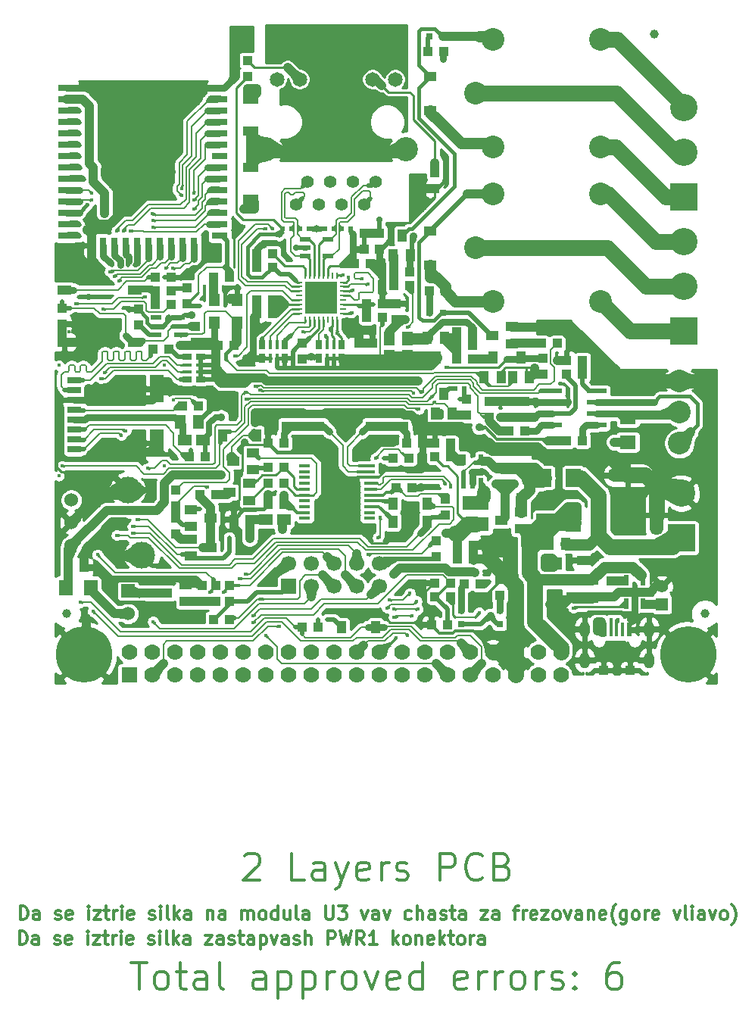
<source format=gbr>
G04 #@! TF.GenerationSoftware,KiCad,Pcbnew,5.1.6-c6e7f7d~87~ubuntu18.04.1*
G04 #@! TF.CreationDate,2022-01-18T16:37:38+02:00*
G04 #@! TF.ProjectId,ESP32-EVB_Rev_J,45535033-322d-4455-9642-5f5265765f4a,J*
G04 #@! TF.SameCoordinates,Original*
G04 #@! TF.FileFunction,Copper,L1,Top*
G04 #@! TF.FilePolarity,Positive*
%FSLAX46Y46*%
G04 Gerber Fmt 4.6, Leading zero omitted, Abs format (unit mm)*
G04 Created by KiCad (PCBNEW 5.1.6-c6e7f7d~87~ubuntu18.04.1) date 2022-01-18 16:37:38*
%MOMM*%
%LPD*%
G01*
G04 APERTURE LIST*
G04 #@! TA.AperFunction,NonConductor*
%ADD10C,0.300000*%
G04 #@! TD*
G04 #@! TA.AperFunction,EtchedComponent*
%ADD11C,0.508000*%
G04 #@! TD*
G04 #@! TA.AperFunction,ViaPad*
%ADD12C,1.300000*%
G04 #@! TD*
G04 #@! TA.AperFunction,ComponentPad*
%ADD13C,2.000000*%
G04 #@! TD*
G04 #@! TA.AperFunction,SMDPad,CuDef*
%ADD14R,5.000000X5.000000*%
G04 #@! TD*
G04 #@! TA.AperFunction,SMDPad,CuDef*
%ADD15R,1.800000X0.800000*%
G04 #@! TD*
G04 #@! TA.AperFunction,SMDPad,CuDef*
%ADD16R,0.800000X1.800000*%
G04 #@! TD*
G04 #@! TA.AperFunction,ComponentPad*
%ADD17O,4.500000X1.500000*%
G04 #@! TD*
G04 #@! TA.AperFunction,ComponentPad*
%ADD18O,1.500000X4.500000*%
G04 #@! TD*
G04 #@! TA.AperFunction,SMDPad,CuDef*
%ADD19R,0.500000X0.550000*%
G04 #@! TD*
G04 #@! TA.AperFunction,SMDPad,CuDef*
%ADD20R,1.016000X1.016000*%
G04 #@! TD*
G04 #@! TA.AperFunction,ComponentPad*
%ADD21C,1.778000*%
G04 #@! TD*
G04 #@! TA.AperFunction,ComponentPad*
%ADD22R,1.778000X1.778000*%
G04 #@! TD*
G04 #@! TA.AperFunction,ComponentPad*
%ADD23C,1.700000*%
G04 #@! TD*
G04 #@! TA.AperFunction,ComponentPad*
%ADD24R,1.700000X1.700000*%
G04 #@! TD*
G04 #@! TA.AperFunction,ComponentPad*
%ADD25C,2.540000*%
G04 #@! TD*
G04 #@! TA.AperFunction,ComponentPad*
%ADD26C,1.650000*%
G04 #@! TD*
G04 #@! TA.AperFunction,ComponentPad*
%ADD27C,2.700000*%
G04 #@! TD*
G04 #@! TA.AperFunction,ComponentPad*
%ADD28C,1.410000*%
G04 #@! TD*
G04 #@! TA.AperFunction,ComponentPad*
%ADD29R,1.400000X1.400000*%
G04 #@! TD*
G04 #@! TA.AperFunction,ComponentPad*
%ADD30C,1.400000*%
G04 #@! TD*
G04 #@! TA.AperFunction,Conductor*
%ADD31R,1.192000X1.746000*%
G04 #@! TD*
G04 #@! TA.AperFunction,SMDPad,CuDef*
%ADD32R,1.700000X2.000000*%
G04 #@! TD*
G04 #@! TA.AperFunction,SMDPad,CuDef*
%ADD33R,1.000000X1.400000*%
G04 #@! TD*
G04 #@! TA.AperFunction,SMDPad,CuDef*
%ADD34R,4.826000X1.100000*%
G04 #@! TD*
G04 #@! TA.AperFunction,SMDPad,CuDef*
%ADD35R,0.500000X1.650000*%
G04 #@! TD*
G04 #@! TA.AperFunction,SMDPad,CuDef*
%ADD36R,0.325000X1.650000*%
G04 #@! TD*
G04 #@! TA.AperFunction,SMDPad,CuDef*
%ADD37R,1.100000X1.000000*%
G04 #@! TD*
G04 #@! TA.AperFunction,ComponentPad*
%ADD38O,1.200000X1.800000*%
G04 #@! TD*
G04 #@! TA.AperFunction,SMDPad,CuDef*
%ADD39R,1.524000X1.016000*%
G04 #@! TD*
G04 #@! TA.AperFunction,SMDPad,CuDef*
%ADD40R,2.200000X0.600000*%
G04 #@! TD*
G04 #@! TA.AperFunction,SMDPad,CuDef*
%ADD41R,1.270000X0.325000*%
G04 #@! TD*
G04 #@! TA.AperFunction,SMDPad,CuDef*
%ADD42R,1.500000X3.100000*%
G04 #@! TD*
G04 #@! TA.AperFunction,SMDPad,CuDef*
%ADD43C,0.400000*%
G04 #@! TD*
G04 #@! TA.AperFunction,SMDPad,CuDef*
%ADD44R,1.500000X0.800000*%
G04 #@! TD*
G04 #@! TA.AperFunction,SMDPad,CuDef*
%ADD45R,3.600000X3.600000*%
G04 #@! TD*
G04 #@! TA.AperFunction,ComponentPad*
%ADD46R,0.400000X0.400000*%
G04 #@! TD*
G04 #@! TA.AperFunction,ComponentPad*
%ADD47R,1.422400X1.422400*%
G04 #@! TD*
G04 #@! TA.AperFunction,SMDPad,CuDef*
%ADD48R,0.250000X0.800000*%
G04 #@! TD*
G04 #@! TA.AperFunction,SMDPad,CuDef*
%ADD49R,0.800000X0.250000*%
G04 #@! TD*
G04 #@! TA.AperFunction,ComponentPad*
%ADD50C,3.048000*%
G04 #@! TD*
G04 #@! TA.AperFunction,ComponentPad*
%ADD51R,3.048000X3.048000*%
G04 #@! TD*
G04 #@! TA.AperFunction,ComponentPad*
%ADD52R,1.524000X1.524000*%
G04 #@! TD*
G04 #@! TA.AperFunction,ComponentPad*
%ADD53C,1.524000*%
G04 #@! TD*
G04 #@! TA.AperFunction,ComponentPad*
%ADD54C,3.000000*%
G04 #@! TD*
G04 #@! TA.AperFunction,SMDPad,CuDef*
%ADD55R,1.200000X1.400000*%
G04 #@! TD*
G04 #@! TA.AperFunction,SMDPad,CuDef*
%ADD56R,1.524000X1.270000*%
G04 #@! TD*
G04 #@! TA.AperFunction,ConnectorPad*
%ADD57C,1.000000*%
G04 #@! TD*
G04 #@! TA.AperFunction,SMDPad,CuDef*
%ADD58R,1.778000X2.286000*%
G04 #@! TD*
G04 #@! TA.AperFunction,SMDPad,CuDef*
%ADD59R,1.400000X1.000000*%
G04 #@! TD*
G04 #@! TA.AperFunction,SMDPad,CuDef*
%ADD60R,1.524000X1.778000*%
G04 #@! TD*
G04 #@! TA.AperFunction,SMDPad,CuDef*
%ADD61R,1.778000X1.524000*%
G04 #@! TD*
G04 #@! TA.AperFunction,SMDPad,CuDef*
%ADD62R,1.778000X1.016000*%
G04 #@! TD*
G04 #@! TA.AperFunction,ComponentPad*
%ADD63C,1.200000*%
G04 #@! TD*
G04 #@! TA.AperFunction,ComponentPad*
%ADD64C,6.300000*%
G04 #@! TD*
G04 #@! TA.AperFunction,SMDPad,CuDef*
%ADD65R,0.800000X0.800000*%
G04 #@! TD*
G04 #@! TA.AperFunction,SMDPad,CuDef*
%ADD66R,1.270000X1.524000*%
G04 #@! TD*
G04 #@! TA.AperFunction,SMDPad,CuDef*
%ADD67R,1.016000X0.381000*%
G04 #@! TD*
G04 #@! TA.AperFunction,SMDPad,CuDef*
%ADD68R,1.016000X0.635000*%
G04 #@! TD*
G04 #@! TA.AperFunction,SMDPad,CuDef*
%ADD69R,0.381000X1.016000*%
G04 #@! TD*
G04 #@! TA.AperFunction,SMDPad,CuDef*
%ADD70R,0.635000X1.016000*%
G04 #@! TD*
G04 #@! TA.AperFunction,SMDPad,CuDef*
%ADD71R,0.550000X1.200000*%
G04 #@! TD*
G04 #@! TA.AperFunction,SMDPad,CuDef*
%ADD72R,1.200000X0.550000*%
G04 #@! TD*
G04 #@! TA.AperFunction,SMDPad,CuDef*
%ADD73R,3.000000X1.600000*%
G04 #@! TD*
G04 #@! TA.AperFunction,ViaPad*
%ADD74C,0.900000*%
G04 #@! TD*
G04 #@! TA.AperFunction,ViaPad*
%ADD75C,0.450000*%
G04 #@! TD*
G04 #@! TA.AperFunction,ViaPad*
%ADD76C,0.700000*%
G04 #@! TD*
G04 #@! TA.AperFunction,ViaPad*
%ADD77C,0.800000*%
G04 #@! TD*
G04 #@! TA.AperFunction,Conductor*
%ADD78C,1.270000*%
G04 #@! TD*
G04 #@! TA.AperFunction,Conductor*
%ADD79C,1.778000*%
G04 #@! TD*
G04 #@! TA.AperFunction,Conductor*
%ADD80C,0.762000*%
G04 #@! TD*
G04 #@! TA.AperFunction,Conductor*
%ADD81C,1.016000*%
G04 #@! TD*
G04 #@! TA.AperFunction,Conductor*
%ADD82C,1.524000*%
G04 #@! TD*
G04 #@! TA.AperFunction,Conductor*
%ADD83C,0.508000*%
G04 #@! TD*
G04 #@! TA.AperFunction,Conductor*
%ADD84C,0.203200*%
G04 #@! TD*
G04 #@! TA.AperFunction,Conductor*
%ADD85C,0.406400*%
G04 #@! TD*
G04 #@! TA.AperFunction,Conductor*
%ADD86C,0.254000*%
G04 #@! TD*
G04 #@! TA.AperFunction,Conductor*
%ADD87C,0.304800*%
G04 #@! TD*
G04 #@! TA.AperFunction,Conductor*
%ADD88C,0.660400*%
G04 #@! TD*
G04 #@! TA.AperFunction,Conductor*
%ADD89C,0.355600*%
G04 #@! TD*
G04 #@! TA.AperFunction,Conductor*
%ADD90C,0.025400*%
G04 #@! TD*
G04 APERTURE END LIST*
D10*
X78727571Y-172347142D02*
X80441857Y-172347142D01*
X79584714Y-175347142D02*
X79584714Y-172347142D01*
X81870428Y-175347142D02*
X81584714Y-175204285D01*
X81441857Y-175061428D01*
X81298999Y-174775714D01*
X81298999Y-173918571D01*
X81441857Y-173632857D01*
X81584714Y-173490000D01*
X81870428Y-173347142D01*
X82298999Y-173347142D01*
X82584714Y-173490000D01*
X82727571Y-173632857D01*
X82870428Y-173918571D01*
X82870428Y-174775714D01*
X82727571Y-175061428D01*
X82584714Y-175204285D01*
X82298999Y-175347142D01*
X81870428Y-175347142D01*
X83727571Y-173347142D02*
X84870428Y-173347142D01*
X84156142Y-172347142D02*
X84156142Y-174918571D01*
X84298999Y-175204285D01*
X84584714Y-175347142D01*
X84870428Y-175347142D01*
X87156142Y-175347142D02*
X87156142Y-173775714D01*
X87013285Y-173490000D01*
X86727571Y-173347142D01*
X86156142Y-173347142D01*
X85870428Y-173490000D01*
X87156142Y-175204285D02*
X86870428Y-175347142D01*
X86156142Y-175347142D01*
X85870428Y-175204285D01*
X85727571Y-174918571D01*
X85727571Y-174632857D01*
X85870428Y-174347142D01*
X86156142Y-174204285D01*
X86870428Y-174204285D01*
X87156142Y-174061428D01*
X89013285Y-175347142D02*
X88727571Y-175204285D01*
X88584714Y-174918571D01*
X88584714Y-172347142D01*
X93727571Y-175347142D02*
X93727571Y-173775714D01*
X93584714Y-173490000D01*
X93298999Y-173347142D01*
X92727571Y-173347142D01*
X92441857Y-173490000D01*
X93727571Y-175204285D02*
X93441857Y-175347142D01*
X92727571Y-175347142D01*
X92441857Y-175204285D01*
X92298999Y-174918571D01*
X92298999Y-174632857D01*
X92441857Y-174347142D01*
X92727571Y-174204285D01*
X93441857Y-174204285D01*
X93727571Y-174061428D01*
X95156142Y-173347142D02*
X95156142Y-176347142D01*
X95156142Y-173490000D02*
X95441857Y-173347142D01*
X96013285Y-173347142D01*
X96299000Y-173490000D01*
X96441857Y-173632857D01*
X96584714Y-173918571D01*
X96584714Y-174775714D01*
X96441857Y-175061428D01*
X96299000Y-175204285D01*
X96013285Y-175347142D01*
X95441857Y-175347142D01*
X95156142Y-175204285D01*
X97870428Y-173347142D02*
X97870428Y-176347142D01*
X97870428Y-173490000D02*
X98156142Y-173347142D01*
X98727571Y-173347142D01*
X99013285Y-173490000D01*
X99156142Y-173632857D01*
X99298999Y-173918571D01*
X99298999Y-174775714D01*
X99156142Y-175061428D01*
X99013285Y-175204285D01*
X98727571Y-175347142D01*
X98156142Y-175347142D01*
X97870428Y-175204285D01*
X100584714Y-175347142D02*
X100584714Y-173347142D01*
X100584714Y-173918571D02*
X100727571Y-173632857D01*
X100870428Y-173490000D01*
X101156142Y-173347142D01*
X101441857Y-173347142D01*
X102870428Y-175347142D02*
X102584714Y-175204285D01*
X102441857Y-175061428D01*
X102298999Y-174775714D01*
X102298999Y-173918571D01*
X102441857Y-173632857D01*
X102584714Y-173490000D01*
X102870428Y-173347142D01*
X103298999Y-173347142D01*
X103584714Y-173490000D01*
X103727571Y-173632857D01*
X103870428Y-173918571D01*
X103870428Y-174775714D01*
X103727571Y-175061428D01*
X103584714Y-175204285D01*
X103298999Y-175347142D01*
X102870428Y-175347142D01*
X104870428Y-173347142D02*
X105584714Y-175347142D01*
X106298999Y-173347142D01*
X108584714Y-175204285D02*
X108298999Y-175347142D01*
X107727571Y-175347142D01*
X107441857Y-175204285D01*
X107298999Y-174918571D01*
X107298999Y-173775714D01*
X107441857Y-173490000D01*
X107727571Y-173347142D01*
X108298999Y-173347142D01*
X108584714Y-173490000D01*
X108727571Y-173775714D01*
X108727571Y-174061428D01*
X107298999Y-174347142D01*
X111298999Y-175347142D02*
X111298999Y-172347142D01*
X111298999Y-175204285D02*
X111013285Y-175347142D01*
X110441857Y-175347142D01*
X110156142Y-175204285D01*
X110013285Y-175061428D01*
X109870428Y-174775714D01*
X109870428Y-173918571D01*
X110013285Y-173632857D01*
X110156142Y-173490000D01*
X110441857Y-173347142D01*
X111013285Y-173347142D01*
X111298999Y-173490000D01*
X116156142Y-175204285D02*
X115870428Y-175347142D01*
X115298999Y-175347142D01*
X115013285Y-175204285D01*
X114870428Y-174918571D01*
X114870428Y-173775714D01*
X115013285Y-173490000D01*
X115298999Y-173347142D01*
X115870428Y-173347142D01*
X116156142Y-173490000D01*
X116298999Y-173775714D01*
X116298999Y-174061428D01*
X114870428Y-174347142D01*
X117584714Y-175347142D02*
X117584714Y-173347142D01*
X117584714Y-173918571D02*
X117727571Y-173632857D01*
X117870428Y-173490000D01*
X118156142Y-173347142D01*
X118441857Y-173347142D01*
X119441857Y-175347142D02*
X119441857Y-173347142D01*
X119441857Y-173918571D02*
X119584714Y-173632857D01*
X119727571Y-173490000D01*
X120013285Y-173347142D01*
X120299000Y-173347142D01*
X121727571Y-175347142D02*
X121441857Y-175204285D01*
X121299000Y-175061428D01*
X121156142Y-174775714D01*
X121156142Y-173918571D01*
X121299000Y-173632857D01*
X121441857Y-173490000D01*
X121727571Y-173347142D01*
X122156142Y-173347142D01*
X122441857Y-173490000D01*
X122584714Y-173632857D01*
X122727571Y-173918571D01*
X122727571Y-174775714D01*
X122584714Y-175061428D01*
X122441857Y-175204285D01*
X122156142Y-175347142D01*
X121727571Y-175347142D01*
X124013285Y-175347142D02*
X124013285Y-173347142D01*
X124013285Y-173918571D02*
X124156142Y-173632857D01*
X124299000Y-173490000D01*
X124584714Y-173347142D01*
X124870428Y-173347142D01*
X125727571Y-175204285D02*
X126013285Y-175347142D01*
X126584714Y-175347142D01*
X126870428Y-175204285D01*
X127013285Y-174918571D01*
X127013285Y-174775714D01*
X126870428Y-174490000D01*
X126584714Y-174347142D01*
X126156142Y-174347142D01*
X125870428Y-174204285D01*
X125727571Y-173918571D01*
X125727571Y-173775714D01*
X125870428Y-173490000D01*
X126156142Y-173347142D01*
X126584714Y-173347142D01*
X126870428Y-173490000D01*
X128299000Y-175061428D02*
X128441857Y-175204285D01*
X128299000Y-175347142D01*
X128156142Y-175204285D01*
X128299000Y-175061428D01*
X128299000Y-175347142D01*
X128299000Y-173490000D02*
X128441857Y-173632857D01*
X128299000Y-173775714D01*
X128156142Y-173632857D01*
X128299000Y-173490000D01*
X128299000Y-173775714D01*
X133298999Y-172347142D02*
X132727571Y-172347142D01*
X132441857Y-172490000D01*
X132298999Y-172632857D01*
X132013285Y-173061428D01*
X131870428Y-173632857D01*
X131870428Y-174775714D01*
X132013285Y-175061428D01*
X132156142Y-175204285D01*
X132441857Y-175347142D01*
X133013285Y-175347142D01*
X133298999Y-175204285D01*
X133441857Y-175061428D01*
X133584714Y-174775714D01*
X133584714Y-174061428D01*
X133441857Y-173775714D01*
X133298999Y-173632857D01*
X133013285Y-173490000D01*
X132441857Y-173490000D01*
X132156142Y-173632857D01*
X132013285Y-173775714D01*
X131870428Y-174061428D01*
X66201999Y-170350571D02*
X66201999Y-168850571D01*
X66559142Y-168850571D01*
X66773428Y-168922000D01*
X66916285Y-169064857D01*
X66987714Y-169207714D01*
X67059142Y-169493428D01*
X67059142Y-169707714D01*
X66987714Y-169993428D01*
X66916285Y-170136285D01*
X66773428Y-170279142D01*
X66559142Y-170350571D01*
X66201999Y-170350571D01*
X68344857Y-170350571D02*
X68344857Y-169564857D01*
X68273428Y-169422000D01*
X68130571Y-169350571D01*
X67844857Y-169350571D01*
X67701999Y-169422000D01*
X68344857Y-170279142D02*
X68201999Y-170350571D01*
X67844857Y-170350571D01*
X67701999Y-170279142D01*
X67630571Y-170136285D01*
X67630571Y-169993428D01*
X67701999Y-169850571D01*
X67844857Y-169779142D01*
X68201999Y-169779142D01*
X68344857Y-169707714D01*
X70130571Y-170279142D02*
X70273428Y-170350571D01*
X70559142Y-170350571D01*
X70701999Y-170279142D01*
X70773428Y-170136285D01*
X70773428Y-170064857D01*
X70701999Y-169922000D01*
X70559142Y-169850571D01*
X70344857Y-169850571D01*
X70201999Y-169779142D01*
X70130571Y-169636285D01*
X70130571Y-169564857D01*
X70201999Y-169422000D01*
X70344857Y-169350571D01*
X70559142Y-169350571D01*
X70701999Y-169422000D01*
X71987714Y-170279142D02*
X71844857Y-170350571D01*
X71559142Y-170350571D01*
X71416285Y-170279142D01*
X71344857Y-170136285D01*
X71344857Y-169564857D01*
X71416285Y-169422000D01*
X71559142Y-169350571D01*
X71844857Y-169350571D01*
X71987714Y-169422000D01*
X72059142Y-169564857D01*
X72059142Y-169707714D01*
X71344857Y-169850571D01*
X73844857Y-170350571D02*
X73844857Y-169350571D01*
X73844857Y-168850571D02*
X73773428Y-168922000D01*
X73844857Y-168993428D01*
X73916285Y-168922000D01*
X73844857Y-168850571D01*
X73844857Y-168993428D01*
X74416285Y-169350571D02*
X75201999Y-169350571D01*
X74416285Y-170350571D01*
X75201999Y-170350571D01*
X75559142Y-169350571D02*
X76130571Y-169350571D01*
X75773428Y-168850571D02*
X75773428Y-170136285D01*
X75844857Y-170279142D01*
X75987714Y-170350571D01*
X76130571Y-170350571D01*
X76630571Y-170350571D02*
X76630571Y-169350571D01*
X76630571Y-169636285D02*
X76701999Y-169493428D01*
X76773428Y-169422000D01*
X76916285Y-169350571D01*
X77059142Y-169350571D01*
X77559142Y-170350571D02*
X77559142Y-169350571D01*
X77559142Y-168850571D02*
X77487714Y-168922000D01*
X77559142Y-168993428D01*
X77630571Y-168922000D01*
X77559142Y-168850571D01*
X77559142Y-168993428D01*
X78844857Y-170279142D02*
X78701999Y-170350571D01*
X78416285Y-170350571D01*
X78273428Y-170279142D01*
X78201999Y-170136285D01*
X78201999Y-169564857D01*
X78273428Y-169422000D01*
X78416285Y-169350571D01*
X78701999Y-169350571D01*
X78844857Y-169422000D01*
X78916285Y-169564857D01*
X78916285Y-169707714D01*
X78201999Y-169850571D01*
X80630571Y-170279142D02*
X80773428Y-170350571D01*
X81059142Y-170350571D01*
X81201999Y-170279142D01*
X81273428Y-170136285D01*
X81273428Y-170064857D01*
X81201999Y-169922000D01*
X81059142Y-169850571D01*
X80844857Y-169850571D01*
X80701999Y-169779142D01*
X80630571Y-169636285D01*
X80630571Y-169564857D01*
X80701999Y-169422000D01*
X80844857Y-169350571D01*
X81059142Y-169350571D01*
X81201999Y-169422000D01*
X81916285Y-170350571D02*
X81916285Y-169350571D01*
X81916285Y-168850571D02*
X81844857Y-168922000D01*
X81916285Y-168993428D01*
X81987714Y-168922000D01*
X81916285Y-168850571D01*
X81916285Y-168993428D01*
X82844857Y-170350571D02*
X82702000Y-170279142D01*
X82630571Y-170136285D01*
X82630571Y-168850571D01*
X83416285Y-170350571D02*
X83416285Y-168850571D01*
X83559142Y-169779142D02*
X83987714Y-170350571D01*
X83987714Y-169350571D02*
X83416285Y-169922000D01*
X85273428Y-170350571D02*
X85273428Y-169564857D01*
X85202000Y-169422000D01*
X85059142Y-169350571D01*
X84773428Y-169350571D01*
X84630571Y-169422000D01*
X85273428Y-170279142D02*
X85130571Y-170350571D01*
X84773428Y-170350571D01*
X84630571Y-170279142D01*
X84559142Y-170136285D01*
X84559142Y-169993428D01*
X84630571Y-169850571D01*
X84773428Y-169779142D01*
X85130571Y-169779142D01*
X85273428Y-169707714D01*
X86987714Y-169350571D02*
X87773428Y-169350571D01*
X86987714Y-170350571D01*
X87773428Y-170350571D01*
X88987714Y-170350571D02*
X88987714Y-169564857D01*
X88916285Y-169422000D01*
X88773428Y-169350571D01*
X88487714Y-169350571D01*
X88344857Y-169422000D01*
X88987714Y-170279142D02*
X88844857Y-170350571D01*
X88487714Y-170350571D01*
X88344857Y-170279142D01*
X88273428Y-170136285D01*
X88273428Y-169993428D01*
X88344857Y-169850571D01*
X88487714Y-169779142D01*
X88844857Y-169779142D01*
X88987714Y-169707714D01*
X89630571Y-170279142D02*
X89773428Y-170350571D01*
X90059142Y-170350571D01*
X90202000Y-170279142D01*
X90273428Y-170136285D01*
X90273428Y-170064857D01*
X90202000Y-169922000D01*
X90059142Y-169850571D01*
X89844857Y-169850571D01*
X89702000Y-169779142D01*
X89630571Y-169636285D01*
X89630571Y-169564857D01*
X89702000Y-169422000D01*
X89844857Y-169350571D01*
X90059142Y-169350571D01*
X90202000Y-169422000D01*
X90701999Y-169350571D02*
X91273428Y-169350571D01*
X90916285Y-168850571D02*
X90916285Y-170136285D01*
X90987714Y-170279142D01*
X91130571Y-170350571D01*
X91273428Y-170350571D01*
X92416285Y-170350571D02*
X92416285Y-169564857D01*
X92344857Y-169422000D01*
X92202000Y-169350571D01*
X91916285Y-169350571D01*
X91773428Y-169422000D01*
X92416285Y-170279142D02*
X92273428Y-170350571D01*
X91916285Y-170350571D01*
X91773428Y-170279142D01*
X91702000Y-170136285D01*
X91702000Y-169993428D01*
X91773428Y-169850571D01*
X91916285Y-169779142D01*
X92273428Y-169779142D01*
X92416285Y-169707714D01*
X93130571Y-169350571D02*
X93130571Y-170850571D01*
X93130571Y-169422000D02*
X93273428Y-169350571D01*
X93559142Y-169350571D01*
X93702000Y-169422000D01*
X93773428Y-169493428D01*
X93844857Y-169636285D01*
X93844857Y-170064857D01*
X93773428Y-170207714D01*
X93702000Y-170279142D01*
X93559142Y-170350571D01*
X93273428Y-170350571D01*
X93130571Y-170279142D01*
X94344857Y-169350571D02*
X94702000Y-170350571D01*
X95059142Y-169350571D01*
X96273428Y-170350571D02*
X96273428Y-169564857D01*
X96202000Y-169422000D01*
X96059142Y-169350571D01*
X95773428Y-169350571D01*
X95630571Y-169422000D01*
X96273428Y-170279142D02*
X96130571Y-170350571D01*
X95773428Y-170350571D01*
X95630571Y-170279142D01*
X95559142Y-170136285D01*
X95559142Y-169993428D01*
X95630571Y-169850571D01*
X95773428Y-169779142D01*
X96130571Y-169779142D01*
X96273428Y-169707714D01*
X96916285Y-170279142D02*
X97059142Y-170350571D01*
X97344857Y-170350571D01*
X97487714Y-170279142D01*
X97559142Y-170136285D01*
X97559142Y-170064857D01*
X97487714Y-169922000D01*
X97344857Y-169850571D01*
X97130571Y-169850571D01*
X96987714Y-169779142D01*
X96916285Y-169636285D01*
X96916285Y-169564857D01*
X96987714Y-169422000D01*
X97130571Y-169350571D01*
X97344857Y-169350571D01*
X97487714Y-169422000D01*
X98202000Y-170350571D02*
X98202000Y-168850571D01*
X98844857Y-170350571D02*
X98844857Y-169564857D01*
X98773428Y-169422000D01*
X98630571Y-169350571D01*
X98416285Y-169350571D01*
X98273428Y-169422000D01*
X98202000Y-169493428D01*
X100702000Y-170350571D02*
X100702000Y-168850571D01*
X101273428Y-168850571D01*
X101416285Y-168922000D01*
X101487714Y-168993428D01*
X101559142Y-169136285D01*
X101559142Y-169350571D01*
X101487714Y-169493428D01*
X101416285Y-169564857D01*
X101273428Y-169636285D01*
X100702000Y-169636285D01*
X102059142Y-168850571D02*
X102416285Y-170350571D01*
X102702000Y-169279142D01*
X102987714Y-170350571D01*
X103344857Y-168850571D01*
X104773428Y-170350571D02*
X104273428Y-169636285D01*
X103916285Y-170350571D02*
X103916285Y-168850571D01*
X104487714Y-168850571D01*
X104630571Y-168922000D01*
X104702000Y-168993428D01*
X104773428Y-169136285D01*
X104773428Y-169350571D01*
X104702000Y-169493428D01*
X104630571Y-169564857D01*
X104487714Y-169636285D01*
X103916285Y-169636285D01*
X106202000Y-170350571D02*
X105344857Y-170350571D01*
X105773428Y-170350571D02*
X105773428Y-168850571D01*
X105630571Y-169064857D01*
X105487714Y-169207714D01*
X105344857Y-169279142D01*
X107987714Y-170350571D02*
X107987714Y-168850571D01*
X108130571Y-169779142D02*
X108559142Y-170350571D01*
X108559142Y-169350571D02*
X107987714Y-169922000D01*
X109416285Y-170350571D02*
X109273428Y-170279142D01*
X109202000Y-170207714D01*
X109130571Y-170064857D01*
X109130571Y-169636285D01*
X109202000Y-169493428D01*
X109273428Y-169422000D01*
X109416285Y-169350571D01*
X109630571Y-169350571D01*
X109773428Y-169422000D01*
X109844857Y-169493428D01*
X109916285Y-169636285D01*
X109916285Y-170064857D01*
X109844857Y-170207714D01*
X109773428Y-170279142D01*
X109630571Y-170350571D01*
X109416285Y-170350571D01*
X110559142Y-169350571D02*
X110559142Y-170350571D01*
X110559142Y-169493428D02*
X110630571Y-169422000D01*
X110773428Y-169350571D01*
X110987714Y-169350571D01*
X111130571Y-169422000D01*
X111202000Y-169564857D01*
X111202000Y-170350571D01*
X112487714Y-170279142D02*
X112344857Y-170350571D01*
X112059142Y-170350571D01*
X111916285Y-170279142D01*
X111844857Y-170136285D01*
X111844857Y-169564857D01*
X111916285Y-169422000D01*
X112059142Y-169350571D01*
X112344857Y-169350571D01*
X112487714Y-169422000D01*
X112559142Y-169564857D01*
X112559142Y-169707714D01*
X111844857Y-169850571D01*
X113202000Y-170350571D02*
X113202000Y-168850571D01*
X113344857Y-169779142D02*
X113773428Y-170350571D01*
X113773428Y-169350571D02*
X113202000Y-169922000D01*
X114202000Y-169350571D02*
X114773428Y-169350571D01*
X114416285Y-168850571D02*
X114416285Y-170136285D01*
X114487714Y-170279142D01*
X114630571Y-170350571D01*
X114773428Y-170350571D01*
X115487714Y-170350571D02*
X115344857Y-170279142D01*
X115273428Y-170207714D01*
X115202000Y-170064857D01*
X115202000Y-169636285D01*
X115273428Y-169493428D01*
X115344857Y-169422000D01*
X115487714Y-169350571D01*
X115702000Y-169350571D01*
X115844857Y-169422000D01*
X115916285Y-169493428D01*
X115987714Y-169636285D01*
X115987714Y-170064857D01*
X115916285Y-170207714D01*
X115844857Y-170279142D01*
X115702000Y-170350571D01*
X115487714Y-170350571D01*
X116630571Y-170350571D02*
X116630571Y-169350571D01*
X116630571Y-169636285D02*
X116702000Y-169493428D01*
X116773428Y-169422000D01*
X116916285Y-169350571D01*
X117059142Y-169350571D01*
X118202000Y-170350571D02*
X118202000Y-169564857D01*
X118130571Y-169422000D01*
X117987714Y-169350571D01*
X117702000Y-169350571D01*
X117559142Y-169422000D01*
X118202000Y-170279142D02*
X118059142Y-170350571D01*
X117702000Y-170350571D01*
X117559142Y-170279142D01*
X117487714Y-170136285D01*
X117487714Y-169993428D01*
X117559142Y-169850571D01*
X117702000Y-169779142D01*
X118059142Y-169779142D01*
X118202000Y-169707714D01*
X66299000Y-167556571D02*
X66299000Y-166056571D01*
X66656142Y-166056571D01*
X66870428Y-166128000D01*
X67013285Y-166270857D01*
X67084714Y-166413714D01*
X67156142Y-166699428D01*
X67156142Y-166913714D01*
X67084714Y-167199428D01*
X67013285Y-167342285D01*
X66870428Y-167485142D01*
X66656142Y-167556571D01*
X66299000Y-167556571D01*
X68441857Y-167556571D02*
X68441857Y-166770857D01*
X68370428Y-166628000D01*
X68227571Y-166556571D01*
X67941857Y-166556571D01*
X67799000Y-166628000D01*
X68441857Y-167485142D02*
X68299000Y-167556571D01*
X67941857Y-167556571D01*
X67799000Y-167485142D01*
X67727571Y-167342285D01*
X67727571Y-167199428D01*
X67799000Y-167056571D01*
X67941857Y-166985142D01*
X68299000Y-166985142D01*
X68441857Y-166913714D01*
X70227571Y-167485142D02*
X70370428Y-167556571D01*
X70656142Y-167556571D01*
X70799000Y-167485142D01*
X70870428Y-167342285D01*
X70870428Y-167270857D01*
X70799000Y-167128000D01*
X70656142Y-167056571D01*
X70441857Y-167056571D01*
X70299000Y-166985142D01*
X70227571Y-166842285D01*
X70227571Y-166770857D01*
X70299000Y-166628000D01*
X70441857Y-166556571D01*
X70656142Y-166556571D01*
X70799000Y-166628000D01*
X72084714Y-167485142D02*
X71941857Y-167556571D01*
X71656142Y-167556571D01*
X71513285Y-167485142D01*
X71441857Y-167342285D01*
X71441857Y-166770857D01*
X71513285Y-166628000D01*
X71656142Y-166556571D01*
X71941857Y-166556571D01*
X72084714Y-166628000D01*
X72156142Y-166770857D01*
X72156142Y-166913714D01*
X71441857Y-167056571D01*
X73941857Y-167556571D02*
X73941857Y-166556571D01*
X73941857Y-166056571D02*
X73870428Y-166128000D01*
X73941857Y-166199428D01*
X74013285Y-166128000D01*
X73941857Y-166056571D01*
X73941857Y-166199428D01*
X74513285Y-166556571D02*
X75299000Y-166556571D01*
X74513285Y-167556571D01*
X75299000Y-167556571D01*
X75656142Y-166556571D02*
X76227571Y-166556571D01*
X75870428Y-166056571D02*
X75870428Y-167342285D01*
X75941857Y-167485142D01*
X76084714Y-167556571D01*
X76227571Y-167556571D01*
X76727571Y-167556571D02*
X76727571Y-166556571D01*
X76727571Y-166842285D02*
X76799000Y-166699428D01*
X76870428Y-166628000D01*
X77013285Y-166556571D01*
X77156142Y-166556571D01*
X77656142Y-167556571D02*
X77656142Y-166556571D01*
X77656142Y-166056571D02*
X77584714Y-166128000D01*
X77656142Y-166199428D01*
X77727571Y-166128000D01*
X77656142Y-166056571D01*
X77656142Y-166199428D01*
X78941857Y-167485142D02*
X78799000Y-167556571D01*
X78513285Y-167556571D01*
X78370428Y-167485142D01*
X78299000Y-167342285D01*
X78299000Y-166770857D01*
X78370428Y-166628000D01*
X78513285Y-166556571D01*
X78799000Y-166556571D01*
X78941857Y-166628000D01*
X79013285Y-166770857D01*
X79013285Y-166913714D01*
X78299000Y-167056571D01*
X80727571Y-167485142D02*
X80870428Y-167556571D01*
X81156142Y-167556571D01*
X81299000Y-167485142D01*
X81370428Y-167342285D01*
X81370428Y-167270857D01*
X81299000Y-167128000D01*
X81156142Y-167056571D01*
X80941857Y-167056571D01*
X80799000Y-166985142D01*
X80727571Y-166842285D01*
X80727571Y-166770857D01*
X80799000Y-166628000D01*
X80941857Y-166556571D01*
X81156142Y-166556571D01*
X81299000Y-166628000D01*
X82013285Y-167556571D02*
X82013285Y-166556571D01*
X82013285Y-166056571D02*
X81941857Y-166128000D01*
X82013285Y-166199428D01*
X82084714Y-166128000D01*
X82013285Y-166056571D01*
X82013285Y-166199428D01*
X82941857Y-167556571D02*
X82799000Y-167485142D01*
X82727571Y-167342285D01*
X82727571Y-166056571D01*
X83513285Y-167556571D02*
X83513285Y-166056571D01*
X83656142Y-166985142D02*
X84084714Y-167556571D01*
X84084714Y-166556571D02*
X83513285Y-167128000D01*
X85370428Y-167556571D02*
X85370428Y-166770857D01*
X85299000Y-166628000D01*
X85156142Y-166556571D01*
X84870428Y-166556571D01*
X84727571Y-166628000D01*
X85370428Y-167485142D02*
X85227571Y-167556571D01*
X84870428Y-167556571D01*
X84727571Y-167485142D01*
X84656142Y-167342285D01*
X84656142Y-167199428D01*
X84727571Y-167056571D01*
X84870428Y-166985142D01*
X85227571Y-166985142D01*
X85370428Y-166913714D01*
X87227571Y-166556571D02*
X87227571Y-167556571D01*
X87227571Y-166699428D02*
X87299000Y-166628000D01*
X87441857Y-166556571D01*
X87656142Y-166556571D01*
X87799000Y-166628000D01*
X87870428Y-166770857D01*
X87870428Y-167556571D01*
X89227571Y-167556571D02*
X89227571Y-166770857D01*
X89156142Y-166628000D01*
X89013285Y-166556571D01*
X88727571Y-166556571D01*
X88584714Y-166628000D01*
X89227571Y-167485142D02*
X89084714Y-167556571D01*
X88727571Y-167556571D01*
X88584714Y-167485142D01*
X88513285Y-167342285D01*
X88513285Y-167199428D01*
X88584714Y-167056571D01*
X88727571Y-166985142D01*
X89084714Y-166985142D01*
X89227571Y-166913714D01*
X91084714Y-167556571D02*
X91084714Y-166556571D01*
X91084714Y-166699428D02*
X91156142Y-166628000D01*
X91299000Y-166556571D01*
X91513285Y-166556571D01*
X91656142Y-166628000D01*
X91727571Y-166770857D01*
X91727571Y-167556571D01*
X91727571Y-166770857D02*
X91799000Y-166628000D01*
X91941857Y-166556571D01*
X92156142Y-166556571D01*
X92299000Y-166628000D01*
X92370428Y-166770857D01*
X92370428Y-167556571D01*
X93299000Y-167556571D02*
X93156142Y-167485142D01*
X93084714Y-167413714D01*
X93013285Y-167270857D01*
X93013285Y-166842285D01*
X93084714Y-166699428D01*
X93156142Y-166628000D01*
X93299000Y-166556571D01*
X93513285Y-166556571D01*
X93656142Y-166628000D01*
X93727571Y-166699428D01*
X93799000Y-166842285D01*
X93799000Y-167270857D01*
X93727571Y-167413714D01*
X93656142Y-167485142D01*
X93513285Y-167556571D01*
X93299000Y-167556571D01*
X95084714Y-167556571D02*
X95084714Y-166056571D01*
X95084714Y-167485142D02*
X94941857Y-167556571D01*
X94656142Y-167556571D01*
X94513285Y-167485142D01*
X94441857Y-167413714D01*
X94370428Y-167270857D01*
X94370428Y-166842285D01*
X94441857Y-166699428D01*
X94513285Y-166628000D01*
X94656142Y-166556571D01*
X94941857Y-166556571D01*
X95084714Y-166628000D01*
X96441857Y-166556571D02*
X96441857Y-167556571D01*
X95799000Y-166556571D02*
X95799000Y-167342285D01*
X95870428Y-167485142D01*
X96013285Y-167556571D01*
X96227571Y-167556571D01*
X96370428Y-167485142D01*
X96441857Y-167413714D01*
X97370428Y-167556571D02*
X97227571Y-167485142D01*
X97156142Y-167342285D01*
X97156142Y-166056571D01*
X98584714Y-167556571D02*
X98584714Y-166770857D01*
X98513285Y-166628000D01*
X98370428Y-166556571D01*
X98084714Y-166556571D01*
X97941857Y-166628000D01*
X98584714Y-167485142D02*
X98441857Y-167556571D01*
X98084714Y-167556571D01*
X97941857Y-167485142D01*
X97870428Y-167342285D01*
X97870428Y-167199428D01*
X97941857Y-167056571D01*
X98084714Y-166985142D01*
X98441857Y-166985142D01*
X98584714Y-166913714D01*
X100441857Y-166056571D02*
X100441857Y-167270857D01*
X100513285Y-167413714D01*
X100584714Y-167485142D01*
X100727571Y-167556571D01*
X101013285Y-167556571D01*
X101156142Y-167485142D01*
X101227571Y-167413714D01*
X101299000Y-167270857D01*
X101299000Y-166056571D01*
X101870428Y-166056571D02*
X102799000Y-166056571D01*
X102299000Y-166628000D01*
X102513285Y-166628000D01*
X102656142Y-166699428D01*
X102727571Y-166770857D01*
X102799000Y-166913714D01*
X102799000Y-167270857D01*
X102727571Y-167413714D01*
X102656142Y-167485142D01*
X102513285Y-167556571D01*
X102084714Y-167556571D01*
X101941857Y-167485142D01*
X101870428Y-167413714D01*
X104441857Y-166556571D02*
X104799000Y-167556571D01*
X105156142Y-166556571D01*
X106370428Y-167556571D02*
X106370428Y-166770857D01*
X106299000Y-166628000D01*
X106156142Y-166556571D01*
X105870428Y-166556571D01*
X105727571Y-166628000D01*
X106370428Y-167485142D02*
X106227571Y-167556571D01*
X105870428Y-167556571D01*
X105727571Y-167485142D01*
X105656142Y-167342285D01*
X105656142Y-167199428D01*
X105727571Y-167056571D01*
X105870428Y-166985142D01*
X106227571Y-166985142D01*
X106370428Y-166913714D01*
X106941857Y-166556571D02*
X107299000Y-167556571D01*
X107656142Y-166556571D01*
X110013285Y-167485142D02*
X109870428Y-167556571D01*
X109584714Y-167556571D01*
X109441857Y-167485142D01*
X109370428Y-167413714D01*
X109299000Y-167270857D01*
X109299000Y-166842285D01*
X109370428Y-166699428D01*
X109441857Y-166628000D01*
X109584714Y-166556571D01*
X109870428Y-166556571D01*
X110013285Y-166628000D01*
X110656142Y-167556571D02*
X110656142Y-166056571D01*
X111299000Y-167556571D02*
X111299000Y-166770857D01*
X111227571Y-166628000D01*
X111084714Y-166556571D01*
X110870428Y-166556571D01*
X110727571Y-166628000D01*
X110656142Y-166699428D01*
X112656142Y-167556571D02*
X112656142Y-166770857D01*
X112584714Y-166628000D01*
X112441857Y-166556571D01*
X112156142Y-166556571D01*
X112013285Y-166628000D01*
X112656142Y-167485142D02*
X112513285Y-167556571D01*
X112156142Y-167556571D01*
X112013285Y-167485142D01*
X111941857Y-167342285D01*
X111941857Y-167199428D01*
X112013285Y-167056571D01*
X112156142Y-166985142D01*
X112513285Y-166985142D01*
X112656142Y-166913714D01*
X113299000Y-167485142D02*
X113441857Y-167556571D01*
X113727571Y-167556571D01*
X113870428Y-167485142D01*
X113941857Y-167342285D01*
X113941857Y-167270857D01*
X113870428Y-167128000D01*
X113727571Y-167056571D01*
X113513285Y-167056571D01*
X113370428Y-166985142D01*
X113299000Y-166842285D01*
X113299000Y-166770857D01*
X113370428Y-166628000D01*
X113513285Y-166556571D01*
X113727571Y-166556571D01*
X113870428Y-166628000D01*
X114370428Y-166556571D02*
X114941857Y-166556571D01*
X114584714Y-166056571D02*
X114584714Y-167342285D01*
X114656142Y-167485142D01*
X114799000Y-167556571D01*
X114941857Y-167556571D01*
X116084714Y-167556571D02*
X116084714Y-166770857D01*
X116013285Y-166628000D01*
X115870428Y-166556571D01*
X115584714Y-166556571D01*
X115441857Y-166628000D01*
X116084714Y-167485142D02*
X115941857Y-167556571D01*
X115584714Y-167556571D01*
X115441857Y-167485142D01*
X115370428Y-167342285D01*
X115370428Y-167199428D01*
X115441857Y-167056571D01*
X115584714Y-166985142D01*
X115941857Y-166985142D01*
X116084714Y-166913714D01*
X117799000Y-166556571D02*
X118584714Y-166556571D01*
X117799000Y-167556571D01*
X118584714Y-167556571D01*
X119799000Y-167556571D02*
X119799000Y-166770857D01*
X119727571Y-166628000D01*
X119584714Y-166556571D01*
X119299000Y-166556571D01*
X119156142Y-166628000D01*
X119799000Y-167485142D02*
X119656142Y-167556571D01*
X119299000Y-167556571D01*
X119156142Y-167485142D01*
X119084714Y-167342285D01*
X119084714Y-167199428D01*
X119156142Y-167056571D01*
X119299000Y-166985142D01*
X119656142Y-166985142D01*
X119799000Y-166913714D01*
X121441857Y-166556571D02*
X122013285Y-166556571D01*
X121656142Y-167556571D02*
X121656142Y-166270857D01*
X121727571Y-166128000D01*
X121870428Y-166056571D01*
X122013285Y-166056571D01*
X122513285Y-167556571D02*
X122513285Y-166556571D01*
X122513285Y-166842285D02*
X122584714Y-166699428D01*
X122656142Y-166628000D01*
X122799000Y-166556571D01*
X122941857Y-166556571D01*
X124013285Y-167485142D02*
X123870428Y-167556571D01*
X123584714Y-167556571D01*
X123441857Y-167485142D01*
X123370428Y-167342285D01*
X123370428Y-166770857D01*
X123441857Y-166628000D01*
X123584714Y-166556571D01*
X123870428Y-166556571D01*
X124013285Y-166628000D01*
X124084714Y-166770857D01*
X124084714Y-166913714D01*
X123370428Y-167056571D01*
X124584714Y-166556571D02*
X125370428Y-166556571D01*
X124584714Y-167556571D01*
X125370428Y-167556571D01*
X126156142Y-167556571D02*
X126013285Y-167485142D01*
X125941857Y-167413714D01*
X125870428Y-167270857D01*
X125870428Y-166842285D01*
X125941857Y-166699428D01*
X126013285Y-166628000D01*
X126156142Y-166556571D01*
X126370428Y-166556571D01*
X126513285Y-166628000D01*
X126584714Y-166699428D01*
X126656142Y-166842285D01*
X126656142Y-167270857D01*
X126584714Y-167413714D01*
X126513285Y-167485142D01*
X126370428Y-167556571D01*
X126156142Y-167556571D01*
X127156142Y-166556571D02*
X127513285Y-167556571D01*
X127870428Y-166556571D01*
X129084714Y-167556571D02*
X129084714Y-166770857D01*
X129013285Y-166628000D01*
X128870428Y-166556571D01*
X128584714Y-166556571D01*
X128441857Y-166628000D01*
X129084714Y-167485142D02*
X128941857Y-167556571D01*
X128584714Y-167556571D01*
X128441857Y-167485142D01*
X128370428Y-167342285D01*
X128370428Y-167199428D01*
X128441857Y-167056571D01*
X128584714Y-166985142D01*
X128941857Y-166985142D01*
X129084714Y-166913714D01*
X129799000Y-166556571D02*
X129799000Y-167556571D01*
X129799000Y-166699428D02*
X129870428Y-166628000D01*
X130013285Y-166556571D01*
X130227571Y-166556571D01*
X130370428Y-166628000D01*
X130441857Y-166770857D01*
X130441857Y-167556571D01*
X131727571Y-167485142D02*
X131584714Y-167556571D01*
X131299000Y-167556571D01*
X131156142Y-167485142D01*
X131084714Y-167342285D01*
X131084714Y-166770857D01*
X131156142Y-166628000D01*
X131299000Y-166556571D01*
X131584714Y-166556571D01*
X131727571Y-166628000D01*
X131799000Y-166770857D01*
X131799000Y-166913714D01*
X131084714Y-167056571D01*
X132870428Y-168128000D02*
X132799000Y-168056571D01*
X132656142Y-167842285D01*
X132584714Y-167699428D01*
X132513285Y-167485142D01*
X132441857Y-167128000D01*
X132441857Y-166842285D01*
X132513285Y-166485142D01*
X132584714Y-166270857D01*
X132656142Y-166128000D01*
X132799000Y-165913714D01*
X132870428Y-165842285D01*
X134084714Y-166556571D02*
X134084714Y-167770857D01*
X134013285Y-167913714D01*
X133941857Y-167985142D01*
X133799000Y-168056571D01*
X133584714Y-168056571D01*
X133441857Y-167985142D01*
X134084714Y-167485142D02*
X133941857Y-167556571D01*
X133656142Y-167556571D01*
X133513285Y-167485142D01*
X133441857Y-167413714D01*
X133370428Y-167270857D01*
X133370428Y-166842285D01*
X133441857Y-166699428D01*
X133513285Y-166628000D01*
X133656142Y-166556571D01*
X133941857Y-166556571D01*
X134084714Y-166628000D01*
X135013285Y-167556571D02*
X134870428Y-167485142D01*
X134799000Y-167413714D01*
X134727571Y-167270857D01*
X134727571Y-166842285D01*
X134799000Y-166699428D01*
X134870428Y-166628000D01*
X135013285Y-166556571D01*
X135227571Y-166556571D01*
X135370428Y-166628000D01*
X135441857Y-166699428D01*
X135513285Y-166842285D01*
X135513285Y-167270857D01*
X135441857Y-167413714D01*
X135370428Y-167485142D01*
X135227571Y-167556571D01*
X135013285Y-167556571D01*
X136156142Y-167556571D02*
X136156142Y-166556571D01*
X136156142Y-166842285D02*
X136227571Y-166699428D01*
X136299000Y-166628000D01*
X136441857Y-166556571D01*
X136584714Y-166556571D01*
X137656142Y-167485142D02*
X137513285Y-167556571D01*
X137227571Y-167556571D01*
X137084714Y-167485142D01*
X137013285Y-167342285D01*
X137013285Y-166770857D01*
X137084714Y-166628000D01*
X137227571Y-166556571D01*
X137513285Y-166556571D01*
X137656142Y-166628000D01*
X137727571Y-166770857D01*
X137727571Y-166913714D01*
X137013285Y-167056571D01*
X139370428Y-166556571D02*
X139727571Y-167556571D01*
X140084714Y-166556571D01*
X140870428Y-167556571D02*
X140727571Y-167485142D01*
X140656142Y-167342285D01*
X140656142Y-166056571D01*
X141441857Y-167556571D02*
X141441857Y-166556571D01*
X141441857Y-166056571D02*
X141370428Y-166128000D01*
X141441857Y-166199428D01*
X141513285Y-166128000D01*
X141441857Y-166056571D01*
X141441857Y-166199428D01*
X142799000Y-167556571D02*
X142799000Y-166770857D01*
X142727571Y-166628000D01*
X142584714Y-166556571D01*
X142299000Y-166556571D01*
X142156142Y-166628000D01*
X142799000Y-167485142D02*
X142656142Y-167556571D01*
X142299000Y-167556571D01*
X142156142Y-167485142D01*
X142084714Y-167342285D01*
X142084714Y-167199428D01*
X142156142Y-167056571D01*
X142299000Y-166985142D01*
X142656142Y-166985142D01*
X142799000Y-166913714D01*
X143370428Y-166556571D02*
X143727571Y-167556571D01*
X144084714Y-166556571D01*
X144870428Y-167556571D02*
X144727571Y-167485142D01*
X144656142Y-167413714D01*
X144584714Y-167270857D01*
X144584714Y-166842285D01*
X144656142Y-166699428D01*
X144727571Y-166628000D01*
X144870428Y-166556571D01*
X145084714Y-166556571D01*
X145227571Y-166628000D01*
X145299000Y-166699428D01*
X145370428Y-166842285D01*
X145370428Y-167270857D01*
X145299000Y-167413714D01*
X145227571Y-167485142D01*
X145084714Y-167556571D01*
X144870428Y-167556571D01*
X145870428Y-168128000D02*
X145941857Y-168056571D01*
X146084714Y-167842285D01*
X146156142Y-167699428D01*
X146227571Y-167485142D01*
X146299000Y-167128000D01*
X146299000Y-166842285D01*
X146227571Y-166485142D01*
X146156142Y-166270857D01*
X146084714Y-166128000D01*
X145941857Y-165913714D01*
X145870428Y-165842285D01*
X91386290Y-160440857D02*
X91529147Y-160298000D01*
X91814861Y-160155143D01*
X92529147Y-160155143D01*
X92814861Y-160298000D01*
X92957718Y-160440857D01*
X93100575Y-160726571D01*
X93100575Y-161012285D01*
X92957718Y-161440857D01*
X91243433Y-163155142D01*
X93100575Y-163155142D01*
X98100574Y-163155142D02*
X96672003Y-163155142D01*
X96672003Y-160155143D01*
X100386287Y-163155142D02*
X100386287Y-161583714D01*
X100243430Y-161298000D01*
X99957716Y-161155143D01*
X99386287Y-161155143D01*
X99100573Y-161298000D01*
X100386287Y-163012285D02*
X100100573Y-163155142D01*
X99386287Y-163155142D01*
X99100573Y-163012285D01*
X98957716Y-162726571D01*
X98957716Y-162440856D01*
X99100573Y-162155142D01*
X99386287Y-162012285D01*
X100100573Y-162012285D01*
X100386287Y-161869428D01*
X101529144Y-161155143D02*
X102243429Y-163155142D01*
X102957715Y-161155143D02*
X102243429Y-163155142D01*
X101957715Y-163869427D01*
X101814858Y-164012284D01*
X101529144Y-164155142D01*
X105243428Y-163012285D02*
X104957714Y-163155142D01*
X104386286Y-163155142D01*
X104100572Y-163012285D01*
X103957715Y-162726571D01*
X103957715Y-161583714D01*
X104100572Y-161298000D01*
X104386286Y-161155143D01*
X104957714Y-161155143D01*
X105243428Y-161298000D01*
X105386285Y-161583714D01*
X105386285Y-161869428D01*
X103957715Y-162155142D01*
X106671999Y-163155142D02*
X106671999Y-161155143D01*
X106671999Y-161726571D02*
X106814856Y-161440857D01*
X106957714Y-161298000D01*
X107243428Y-161155143D01*
X107529142Y-161155143D01*
X108386284Y-163012285D02*
X108671999Y-163155142D01*
X109243427Y-163155142D01*
X109529141Y-163012285D01*
X109671998Y-162726571D01*
X109671998Y-162583714D01*
X109529141Y-162297999D01*
X109243427Y-162155142D01*
X108814856Y-162155142D01*
X108529142Y-162012285D01*
X108386284Y-161726571D01*
X108386284Y-161583714D01*
X108529142Y-161298000D01*
X108814856Y-161155143D01*
X109243427Y-161155143D01*
X109529141Y-161298000D01*
X113243426Y-163155142D02*
X113243426Y-160155143D01*
X114386282Y-160155143D01*
X114671997Y-160298000D01*
X114814854Y-160440857D01*
X114957711Y-160726571D01*
X114957711Y-161155143D01*
X114814854Y-161440857D01*
X114671997Y-161583714D01*
X114386282Y-161726571D01*
X113243426Y-161726571D01*
X117957710Y-162869428D02*
X117814853Y-163012285D01*
X117386281Y-163155142D01*
X117100567Y-163155142D01*
X116671996Y-163012285D01*
X116386282Y-162726571D01*
X116243425Y-162440856D01*
X116100568Y-161869428D01*
X116100568Y-161440857D01*
X116243425Y-160869428D01*
X116386282Y-160583714D01*
X116671996Y-160298000D01*
X117100567Y-160155143D01*
X117386281Y-160155143D01*
X117814853Y-160298000D01*
X117957710Y-160440857D01*
X120243423Y-161583714D02*
X120671995Y-161726571D01*
X120814852Y-161869428D01*
X120957709Y-162155142D01*
X120957709Y-162583714D01*
X120814852Y-162869428D01*
X120671995Y-163012285D01*
X120386280Y-163155142D01*
X119243424Y-163155142D01*
X119243424Y-160155143D01*
X120243423Y-160155143D01*
X120529138Y-160298000D01*
X120671995Y-160440857D01*
X120814852Y-160726571D01*
X120814852Y-161012285D01*
X120671995Y-161298000D01*
X120529138Y-161440857D01*
X120243423Y-161583714D01*
X119243424Y-161583714D01*
D11*
X104775000Y-92194000D02*
X104775000Y-91194000D01*
D12*
X77210000Y-83883000D03*
D13*
X79010000Y-82083000D03*
D14*
X79010000Y-82083000D03*
D15*
X88610000Y-74573000D03*
X88610000Y-75843000D03*
X88610000Y-77113000D03*
X88610000Y-78383000D03*
X88610000Y-79653000D03*
X88610000Y-80923000D03*
X88610000Y-82193000D03*
X88610000Y-83463000D03*
X88610000Y-84733000D03*
X88610000Y-86003000D03*
X88610000Y-87273000D03*
X88610000Y-88543000D03*
X88610000Y-89813000D03*
X88610000Y-91083000D03*
D16*
X85740000Y-92183000D03*
X84470000Y-92183000D03*
X83200000Y-92183000D03*
X81930000Y-92183000D03*
X80660000Y-92183000D03*
X79390000Y-92183000D03*
X78120000Y-92183000D03*
X76850000Y-92183000D03*
X75580000Y-92183000D03*
X74310000Y-92183000D03*
D15*
X71410000Y-91083000D03*
X71410000Y-89813000D03*
X71410000Y-88543000D03*
X71410000Y-87273000D03*
X71410000Y-86003000D03*
X71410000Y-84733000D03*
X71410000Y-83463000D03*
X71410000Y-82193000D03*
X71410000Y-80923000D03*
X71410000Y-79653000D03*
X71410000Y-78383000D03*
X71410000Y-77113000D03*
X71410000Y-75843000D03*
X71410000Y-74573000D03*
D12*
X80810000Y-83883000D03*
X77210000Y-80283000D03*
X80810000Y-80283000D03*
X79010000Y-80283000D03*
X79010000Y-83883000D03*
X77210000Y-82083000D03*
X80810000Y-82083000D03*
D17*
X134237000Y-117869000D03*
D18*
X137437000Y-122319000D03*
X130937000Y-122319000D03*
D19*
X100330000Y-90297000D03*
X101346000Y-90297000D03*
D20*
X84455000Y-110109000D03*
X86233000Y-110109000D03*
D19*
X102235000Y-90297000D03*
X103251000Y-90297000D03*
D21*
X101346000Y-137668000D03*
X101346000Y-140208000D03*
X98806000Y-137668000D03*
X98806000Y-140208000D03*
X96266000Y-137668000D03*
X96266000Y-140208000D03*
X93726000Y-137668000D03*
X93726000Y-140208000D03*
X91186000Y-137668000D03*
X91186000Y-140208000D03*
X81026000Y-137668000D03*
X81026000Y-140208000D03*
X78486000Y-137668000D03*
D22*
X78486000Y-140208000D03*
D21*
X83566000Y-140208000D03*
X83566000Y-137668000D03*
X86106000Y-137668000D03*
X86106000Y-140208000D03*
X88646000Y-140208000D03*
X88646000Y-137668000D03*
X114046000Y-137668000D03*
X114046000Y-140208000D03*
X111506000Y-140208000D03*
X111506000Y-137668000D03*
X108966000Y-137668000D03*
X108966000Y-140208000D03*
X103886000Y-140208000D03*
X103886000Y-137668000D03*
X106426000Y-140208000D03*
X106426000Y-137668000D03*
X116586000Y-140208000D03*
X116586000Y-137668000D03*
X119126000Y-140208000D03*
X119126000Y-137668000D03*
X121666000Y-140208000D03*
X121666000Y-137668000D03*
X124206000Y-140208000D03*
X124206000Y-137668000D03*
X126746000Y-140208000D03*
X126746000Y-137668000D03*
D23*
X106426000Y-127762000D03*
X106426000Y-130302000D03*
X103886000Y-127762000D03*
X103886000Y-130302000D03*
X101346000Y-127762000D03*
X101346000Y-130302000D03*
X98806000Y-127762000D03*
X98806000Y-130302000D03*
X96266000Y-127762000D03*
D24*
X96266000Y-130302000D03*
D25*
X140000000Y-114315000D03*
X140000000Y-107315000D03*
X140000000Y-110815000D03*
D26*
X105670000Y-73610500D03*
X94990000Y-73610500D03*
D27*
X93800000Y-81409000D03*
X109400000Y-81409000D03*
D26*
X108210000Y-73610500D03*
X97530000Y-73610500D03*
D28*
X97165000Y-87599000D03*
X98435000Y-85059000D03*
X99705000Y-87599000D03*
X100975000Y-85059000D03*
X102245000Y-87599000D03*
X103515000Y-85059000D03*
X104785000Y-87599000D03*
X106055000Y-85059000D03*
D25*
X117176000Y-75184000D03*
X131176000Y-81184000D03*
X131176000Y-69184000D03*
X119176000Y-69184000D03*
X119176000Y-81184000D03*
X117176000Y-92456000D03*
X131176000Y-98456000D03*
X131176000Y-86456000D03*
X119176000Y-86456000D03*
X119176000Y-98456000D03*
D29*
X138046460Y-132326380D03*
D30*
X138043920Y-130314700D03*
D31*
X124841000Y-123023000D03*
X124841000Y-118277000D03*
D32*
X124841000Y-118150000D03*
X124841000Y-123150000D03*
D31*
X128143000Y-118277000D03*
X128143000Y-123023000D03*
D32*
X128143000Y-123150000D03*
X128143000Y-118150000D03*
D33*
X106040000Y-134874000D03*
X102240000Y-134874000D03*
X111755000Y-123063000D03*
X107955000Y-123063000D03*
X107955000Y-121031000D03*
X111755000Y-121031000D03*
D34*
X97917000Y-112395000D03*
X107315000Y-112395000D03*
D35*
X131612500Y-135153000D03*
D36*
X132350000Y-135153000D03*
X133000000Y-135153000D03*
X133650000Y-135153000D03*
D35*
X134387500Y-135153000D03*
D37*
X131500000Y-139703000D03*
X134500000Y-139703000D03*
D38*
X129400000Y-138553000D03*
X129400000Y-135083000D03*
X136600000Y-135083000D03*
X136600000Y-138553000D03*
D39*
X71247000Y-97155000D03*
X79121000Y-97155000D03*
X71247000Y-102997000D03*
X79121000Y-102997000D03*
D40*
X130770000Y-108458000D03*
X130770000Y-109728000D03*
X130770000Y-110998000D03*
X130770000Y-112268000D03*
X125770000Y-112268000D03*
X125770000Y-110998000D03*
X125770000Y-109728000D03*
X125770000Y-108458000D03*
D41*
X105346500Y-122686000D03*
X105346500Y-122036000D03*
X105346500Y-121386000D03*
X105346500Y-120736000D03*
X105346500Y-120086000D03*
X105346500Y-119436000D03*
X105346500Y-118786000D03*
X105346500Y-118136000D03*
X105346500Y-117486000D03*
X105346500Y-116836000D03*
X98107500Y-116836000D03*
X98107500Y-117486000D03*
X98107500Y-118136000D03*
X98107500Y-118786000D03*
X98107500Y-119436000D03*
X98107500Y-120086000D03*
X98107500Y-120736000D03*
X98107500Y-121386000D03*
X98107500Y-122036000D03*
X98107500Y-122686000D03*
D42*
X81577000Y-114275000D03*
X81577000Y-108215000D03*
D43*
X70607000Y-105585000D03*
X82407000Y-105585000D03*
X82407000Y-116855000D03*
X70607000Y-117945000D03*
D44*
X72327000Y-107275000D03*
X72327000Y-108375000D03*
X72327000Y-109475000D03*
X72327000Y-110575000D03*
X72327000Y-111675000D03*
X72327000Y-112775000D03*
X72327000Y-113875000D03*
X72327000Y-114975000D03*
D45*
X99949000Y-98044000D03*
D46*
X101249000Y-97544000D03*
X101249000Y-98544000D03*
X100449000Y-99344000D03*
X99449000Y-99344000D03*
X98649000Y-98544000D03*
X98649000Y-97544000D03*
X99449000Y-96744000D03*
X100449000Y-96744000D03*
D47*
X99949000Y-98044000D03*
D48*
X98199000Y-95594000D03*
X98699000Y-95594000D03*
X99199000Y-95594000D03*
X99699000Y-95594000D03*
X100199000Y-95594000D03*
X100699000Y-95594000D03*
X101199000Y-95594000D03*
X101699000Y-95594000D03*
D49*
X102399000Y-96294000D03*
X102399000Y-96794000D03*
X102399000Y-97294000D03*
X102399000Y-97794000D03*
X102399000Y-98294000D03*
X102399000Y-98794000D03*
X102399000Y-99294000D03*
X102399000Y-99794000D03*
D48*
X101699000Y-100494000D03*
X101199000Y-100494000D03*
X100699000Y-100494000D03*
X100199000Y-100494000D03*
X99699000Y-100494000D03*
X99199000Y-100494000D03*
X98699000Y-100494000D03*
X98199000Y-100494000D03*
D49*
X97499000Y-99794000D03*
X97499000Y-99294000D03*
X97499000Y-98794000D03*
X97499000Y-98294000D03*
X97499000Y-97794000D03*
X97499000Y-97294000D03*
X97499000Y-96794000D03*
X97499000Y-96294000D03*
D50*
X140500000Y-76774000D03*
D51*
X140500000Y-86774000D03*
D50*
X140500000Y-81774000D03*
X140500000Y-91774000D03*
D51*
X140500000Y-101774000D03*
D50*
X140500000Y-96774000D03*
D52*
X78359000Y-130810000D03*
D53*
X78359000Y-133350000D03*
D54*
X79909000Y-126840000D03*
X78309000Y-119540000D03*
D53*
X72009000Y-125730000D03*
X72009000Y-123190000D03*
X72009000Y-120650000D03*
D55*
X88011000Y-100838000D03*
X88011000Y-98298000D03*
X90551000Y-98298000D03*
X90551000Y-100838000D03*
D20*
X85217000Y-115824000D03*
X86995000Y-115824000D03*
D56*
X130175000Y-131572000D03*
X130175000Y-129540000D03*
D57*
X142875000Y-133350000D03*
D20*
X104775000Y-92583000D03*
X104775000Y-90805000D03*
D58*
X118854000Y-126746000D03*
X123208000Y-126746000D03*
D20*
X83693000Y-121285000D03*
X83693000Y-119507000D03*
X83693000Y-124460000D03*
X83693000Y-122682000D03*
D59*
X87587000Y-122682000D03*
X85387000Y-123632000D03*
X85387000Y-121732000D03*
X87587000Y-125984000D03*
X85387000Y-126934000D03*
X85387000Y-125034000D03*
D20*
X86360000Y-120015000D03*
X88138000Y-120015000D03*
D56*
X120142000Y-117094000D03*
X120142000Y-115062000D03*
X122174000Y-115062000D03*
X122174000Y-117094000D03*
D20*
X112649000Y-114300000D03*
X114427000Y-114300000D03*
X112649000Y-115824000D03*
X114427000Y-115824000D03*
X119888000Y-129540000D03*
X119888000Y-131318000D03*
X86614000Y-131953000D03*
X86614000Y-130175000D03*
X88138000Y-131953000D03*
X88138000Y-130175000D03*
X84963000Y-96901000D03*
X84963000Y-98679000D03*
D60*
X74168000Y-130429000D03*
X71374000Y-130429000D03*
D20*
X127381000Y-105029000D03*
X129159000Y-105029000D03*
X127381000Y-106553000D03*
X129159000Y-106553000D03*
D61*
X134239000Y-114173000D03*
X134239000Y-111379000D03*
D20*
X83185000Y-98806000D03*
X81407000Y-98806000D03*
X81407000Y-97282000D03*
X83185000Y-97282000D03*
X93980000Y-118745000D03*
X95758000Y-118745000D03*
X129032000Y-127381000D03*
X129032000Y-125603000D03*
X79502000Y-99314000D03*
X79502000Y-101092000D03*
X73406000Y-128143000D03*
X71628000Y-128143000D03*
X122682000Y-111379000D03*
X122682000Y-109601000D03*
X121158000Y-109601000D03*
X121158000Y-111379000D03*
X110109000Y-119253000D03*
X108331000Y-119253000D03*
X93980000Y-121158000D03*
X95758000Y-121158000D03*
X111252000Y-114300000D03*
X109474000Y-114300000D03*
X93980000Y-114300000D03*
X95758000Y-114300000D03*
D62*
X92075000Y-75819000D03*
X92075000Y-79375000D03*
X92075000Y-86995000D03*
X92075000Y-83439000D03*
D63*
X70993000Y-137922000D03*
X75819000Y-137922000D03*
X75057000Y-139573000D03*
X71755000Y-139700000D03*
X75057000Y-136271000D03*
X71755000Y-136271000D03*
X73406000Y-140335000D03*
X73406000Y-135509000D03*
D64*
X73406000Y-137922000D03*
D63*
X138557000Y-137922000D03*
X143383000Y-137922000D03*
X142621000Y-139573000D03*
X139319000Y-139700000D03*
X142621000Y-136271000D03*
X139319000Y-136271000D03*
X140970000Y-140335000D03*
X140970000Y-135509000D03*
D64*
X140970000Y-137922000D03*
D20*
X93980000Y-116967000D03*
X95758000Y-116967000D03*
X113792000Y-122301000D03*
X113792000Y-120523000D03*
X92710000Y-93091000D03*
X94488000Y-93091000D03*
X106807000Y-100203000D03*
X105029000Y-100203000D03*
X89662000Y-95758000D03*
X87884000Y-95758000D03*
X107950000Y-115951000D03*
X109728000Y-115951000D03*
X90170000Y-103378000D03*
X88392000Y-103378000D03*
X112649000Y-85852000D03*
X112649000Y-84074000D03*
X91694000Y-71501000D03*
X91694000Y-73279000D03*
X85852000Y-101219000D03*
X85852000Y-102997000D03*
X97790000Y-134874000D03*
X99568000Y-134874000D03*
X112776000Y-127000000D03*
X112776000Y-125222000D03*
X89662000Y-130175000D03*
X89662000Y-131953000D03*
X89662000Y-133985000D03*
X87884000Y-133985000D03*
X122301000Y-120396000D03*
X120523000Y-120396000D03*
X81153000Y-103759000D03*
X82931000Y-103759000D03*
X83185000Y-95758000D03*
X81407000Y-95758000D03*
X111887000Y-70485000D03*
X113665000Y-70485000D03*
X108077000Y-95123000D03*
X109855000Y-95123000D03*
X108077000Y-96647000D03*
X109855000Y-96647000D03*
X112014000Y-97282000D03*
X113792000Y-97282000D03*
X122936000Y-103124000D03*
X122936000Y-101346000D03*
X124587000Y-103124000D03*
X126365000Y-103124000D03*
D65*
X119888000Y-132969000D03*
X119888000Y-134493000D03*
D51*
X140208000Y-124895000D03*
D50*
X140208000Y-119895000D03*
D65*
X113538000Y-68834000D03*
X112014000Y-68834000D03*
X113538000Y-99695000D03*
X112014000Y-99695000D03*
D20*
X105029000Y-98679000D03*
X106807000Y-98679000D03*
X92710000Y-98298000D03*
X94488000Y-98298000D03*
X92710000Y-99822000D03*
X94488000Y-99822000D03*
X92710000Y-94615000D03*
X94488000Y-94615000D03*
X105410000Y-94234000D03*
X103632000Y-94234000D03*
X97790000Y-104902000D03*
X97790000Y-103124000D03*
X108331000Y-98679000D03*
X108331000Y-100457000D03*
X106426000Y-92583000D03*
X106426000Y-90805000D03*
D66*
X86233000Y-111887000D03*
X84201000Y-111887000D03*
D20*
X104140000Y-103124000D03*
X104140000Y-104902000D03*
X105664000Y-103124000D03*
X105664000Y-104902000D03*
X116967000Y-127254000D03*
X115189000Y-127254000D03*
X116967000Y-125730000D03*
X115189000Y-125730000D03*
X91948000Y-122809000D03*
X90170000Y-122809000D03*
D56*
X128143000Y-131572000D03*
X128143000Y-129540000D03*
D57*
X71501000Y-133350000D03*
X137160000Y-68580000D03*
D67*
X84963000Y-106299000D03*
X84963000Y-105537000D03*
X86487000Y-106299000D03*
X86487000Y-105537000D03*
D68*
X84963000Y-107188000D03*
X86487000Y-107188000D03*
X84963000Y-104648000D03*
X86487000Y-104648000D03*
D69*
X94996000Y-104775000D03*
X94234000Y-104775000D03*
X94996000Y-103251000D03*
X94234000Y-103251000D03*
D70*
X95885000Y-104775000D03*
X95885000Y-103251000D03*
X93345000Y-104775000D03*
X93345000Y-103251000D03*
D69*
X100584000Y-103251000D03*
X101346000Y-103251000D03*
X100584000Y-104775000D03*
X101346000Y-104775000D03*
D70*
X99695000Y-103251000D03*
X99695000Y-104775000D03*
X102235000Y-103251000D03*
X102235000Y-104775000D03*
D71*
X115890000Y-118775000D03*
X116840000Y-118775000D03*
X117790000Y-118775000D03*
X115890000Y-116175000D03*
X117790000Y-116175000D03*
D59*
X121249440Y-103184960D03*
X121249440Y-101282500D03*
X119039640Y-102237540D03*
X90083640Y-116334540D03*
X92293440Y-115379500D03*
X92293440Y-117281960D03*
X91912440Y-120710960D03*
X91912440Y-118808500D03*
X89702640Y-119763540D03*
X84800440Y-132013960D03*
X84800440Y-130111500D03*
X82590640Y-131066540D03*
D33*
X108016040Y-93309440D03*
X109918500Y-93309440D03*
X108963460Y-91099640D03*
D59*
X112141000Y-73284000D03*
X112141000Y-77084000D03*
X112141000Y-90556000D03*
X112141000Y-94356000D03*
D33*
X127314960Y-125511560D03*
X125412500Y-125511560D03*
X126367540Y-127721360D03*
D59*
X122265440Y-123885960D03*
X122265440Y-121983500D03*
X120055640Y-122938540D03*
D72*
X84104000Y-102169000D03*
X84104000Y-101219000D03*
X84104000Y-100269000D03*
X81504000Y-102169000D03*
X81504000Y-100269000D03*
D56*
X86741000Y-113919000D03*
X84709000Y-113919000D03*
D66*
X107569000Y-104648000D03*
X107569000Y-102616000D03*
D56*
X95758000Y-122809000D03*
X93726000Y-122809000D03*
D73*
X117221000Y-123374000D03*
X117221000Y-120974000D03*
D20*
X115062000Y-101854000D03*
X116840000Y-101854000D03*
D33*
X113725960Y-102524560D03*
X111823500Y-102524560D03*
X112778540Y-104734360D03*
X119123460Y-104688640D03*
X120078500Y-106898440D03*
X118176040Y-106898440D03*
D66*
X109601000Y-102616000D03*
X109601000Y-104648000D03*
D20*
X115062000Y-104902000D03*
X116840000Y-104902000D03*
X115062000Y-103378000D03*
X116840000Y-103378000D03*
D65*
X115570000Y-132969000D03*
X115570000Y-134493000D03*
D20*
X115951000Y-130048000D03*
X117729000Y-130048000D03*
D71*
X134051000Y-132237000D03*
X135001000Y-132237000D03*
X135951000Y-132237000D03*
X134051000Y-129637000D03*
X135951000Y-129637000D03*
D20*
X132334000Y-129667000D03*
X132334000Y-131445000D03*
X112268000Y-134620000D03*
X114046000Y-134620000D03*
X112649000Y-131445000D03*
X114427000Y-131445000D03*
X112649000Y-129921000D03*
X114427000Y-129921000D03*
X70993000Y-99187000D03*
X70993000Y-100965000D03*
X129159000Y-114046000D03*
X127381000Y-114046000D03*
X120904000Y-112903000D03*
X122682000Y-112903000D03*
X118745000Y-111379000D03*
X118745000Y-109601000D03*
D72*
X100741000Y-93406000D03*
X100741000Y-91506000D03*
X98141000Y-93406000D03*
X98141000Y-92456000D03*
X98141000Y-91506000D03*
D19*
X98552000Y-90297000D03*
X97536000Y-90297000D03*
X95631000Y-90297000D03*
X96647000Y-90297000D03*
D33*
X92705000Y-113411000D03*
X88905000Y-113411000D03*
D20*
X124714000Y-106553000D03*
X124714000Y-104775000D03*
D33*
X112715000Y-110998000D03*
X114615000Y-110998000D03*
X113665000Y-108798000D03*
D20*
X116205000Y-109347000D03*
X116205000Y-111125000D03*
D19*
X115951000Y-108204000D03*
X114935000Y-108204000D03*
D33*
X122301000Y-104691000D03*
X123251000Y-106891000D03*
X121351000Y-106891000D03*
D74*
X124460000Y-134493000D03*
X128524000Y-121412000D03*
X127508000Y-121412000D03*
D75*
X113538000Y-71374000D03*
D74*
X112141000Y-95758000D03*
X113030000Y-78232000D03*
X118872000Y-133604000D03*
X107823000Y-110871000D03*
X105537000Y-110871000D03*
X103632000Y-110871000D03*
D75*
X79756000Y-132080000D03*
X72644000Y-118745000D03*
X71755000Y-101854000D03*
X71755000Y-117856000D03*
D74*
X135001000Y-133985000D03*
X73914000Y-94361000D03*
X73914000Y-95631000D03*
X75819000Y-124460000D03*
X127508000Y-109728000D03*
D75*
X104902000Y-129032000D03*
D74*
X128524000Y-103251000D03*
X131572000Y-107061000D03*
X135382000Y-107061000D03*
X133985000Y-108458000D03*
X126111000Y-101346000D03*
X91059000Y-69469000D03*
X91059000Y-68199000D03*
X85979000Y-76073000D03*
X83185000Y-76073000D03*
X80391000Y-76073000D03*
X77089000Y-76073000D03*
X75819000Y-83693000D03*
X75565000Y-81280000D03*
X75565000Y-78105000D03*
X75565000Y-74295000D03*
X78740000Y-74295000D03*
X78740000Y-78105000D03*
X81915000Y-78105000D03*
X81915000Y-74295000D03*
X84455000Y-74295000D03*
X90551000Y-124079000D03*
X103632000Y-121158000D03*
X101092000Y-121158000D03*
X102362000Y-119761000D03*
X101092000Y-118491000D03*
X101092000Y-116967000D03*
X99949000Y-114173000D03*
X97536000Y-114173000D03*
X106172000Y-114173000D03*
X107950000Y-114173000D03*
X102743000Y-112649000D03*
X97917000Y-110871000D03*
X100457000Y-110871000D03*
X101219000Y-115443000D03*
X121666000Y-130556000D03*
X121666000Y-131572000D03*
X121666000Y-132588000D03*
X104902000Y-115443000D03*
X73914000Y-108204000D03*
D75*
X86868000Y-96774000D03*
D74*
X85471000Y-99949000D03*
X74168000Y-115570000D03*
X77978000Y-123063000D03*
X76200000Y-123444000D03*
X86360000Y-108458000D03*
X74168000Y-120142000D03*
X74168000Y-119126000D03*
X75184000Y-115570000D03*
X82804000Y-107442000D03*
X82804000Y-108458000D03*
X73914000Y-104394000D03*
X74803000Y-90424000D03*
X103124000Y-101981000D03*
X120396000Y-126111000D03*
X130175000Y-127381000D03*
X118237000Y-114427000D03*
X117094000Y-114427000D03*
X115951000Y-114427000D03*
X106426000Y-95123000D03*
X111506000Y-85852000D03*
D75*
X111379000Y-88138000D03*
D74*
X91567000Y-104775000D03*
X91694000Y-74676000D03*
X92710000Y-74676000D03*
X92456000Y-88138000D03*
X110236000Y-91186000D03*
X106426000Y-94107000D03*
D75*
X102362000Y-95504000D03*
X102997000Y-95758000D03*
D74*
X98806000Y-104648000D03*
X117856000Y-117475000D03*
X116840000Y-117602000D03*
X118364000Y-125095000D03*
X119380000Y-125095000D03*
X120396000Y-125095000D03*
X103632000Y-118491000D03*
X76200000Y-115570000D03*
X93980000Y-120015000D03*
X74168000Y-118110000D03*
D75*
X86233000Y-94615000D03*
D74*
X123825000Y-109728000D03*
X73914000Y-109474000D03*
X73533000Y-126873000D03*
X102806500Y-100774490D03*
D75*
X89662000Y-97853500D03*
X89662000Y-98488500D03*
D74*
X91313000Y-88138000D03*
X73914000Y-100838000D03*
X135636000Y-130937000D03*
X134620000Y-130937000D03*
X126746000Y-132334000D03*
X125476000Y-132334000D03*
X111125000Y-117221000D03*
X102362000Y-122174000D03*
X97409000Y-123952000D03*
X73279000Y-74549000D03*
X86741000Y-74549000D03*
X83947000Y-78105000D03*
X83947000Y-79883000D03*
X83439000Y-82042000D03*
X83185000Y-83947000D03*
X73787000Y-90424000D03*
D75*
X81407000Y-101219000D03*
X82423000Y-95758000D03*
X91313000Y-90043000D03*
X107188000Y-133858000D03*
D74*
X73914000Y-102997008D03*
D75*
X72513421Y-99822012D03*
D76*
X97155000Y-92456000D03*
D74*
X93472000Y-92075000D03*
X90170000Y-108966000D03*
X90170000Y-110109000D03*
X90170000Y-111252000D03*
X92583000Y-110871000D03*
X92583000Y-112014000D03*
X124333000Y-101346000D03*
X126365000Y-105029000D03*
X123825000Y-105918000D03*
X119888000Y-109601000D03*
D76*
X73914000Y-97917000D03*
D74*
X111127537Y-119222090D03*
X91397690Y-114234759D03*
X121539000Y-118872000D03*
X119507000Y-118872000D03*
X120523000Y-118872000D03*
D75*
X117602000Y-133223000D03*
X93726000Y-135763000D03*
X80264000Y-97917000D03*
X72898000Y-81026000D03*
X72517000Y-98679000D03*
D74*
X91948000Y-124968000D03*
D75*
X99568000Y-133985000D03*
X105156000Y-126746000D03*
D74*
X88773016Y-117856000D03*
X84201000Y-103378000D03*
X95631000Y-123952000D03*
X88773000Y-106553000D03*
X88773000Y-107569000D03*
X114935000Y-124333000D03*
X113919000Y-124333000D03*
D75*
X84074000Y-97028000D03*
D74*
X117602000Y-112522000D03*
X110744000Y-102616000D03*
X110743994Y-107315000D03*
X75742800Y-88646000D03*
X88773000Y-111379000D03*
D75*
X113411000Y-111350001D03*
X113411000Y-110744000D03*
D76*
X106426000Y-89281000D03*
D75*
X105791000Y-98806000D03*
X110871000Y-110482834D03*
X78867000Y-124333000D03*
X77851000Y-90551000D03*
X100584000Y-133985000D03*
X70993000Y-116840000D03*
X72898000Y-77216000D03*
X70993000Y-98425000D03*
X112649000Y-109728006D03*
X108331000Y-136017000D03*
X97917000Y-101854000D03*
X100457000Y-102235000D03*
X74295000Y-86360000D03*
X85725000Y-87122000D03*
X103505000Y-97155000D03*
X107315000Y-132715000D03*
X110617000Y-131953000D03*
X74295000Y-87122000D03*
X96520000Y-102235000D03*
X73406000Y-84836000D03*
X109601004Y-101346000D03*
X93066545Y-108355456D03*
X110257913Y-108690079D03*
X73025000Y-83566000D03*
X92583000Y-107950000D03*
X111124960Y-108585000D03*
X77470000Y-94361000D03*
X77343000Y-96139000D03*
X76327000Y-95123000D03*
X76835000Y-95631000D03*
X77089000Y-124587000D03*
X77089000Y-90551000D03*
X78359000Y-94361000D03*
X79121000Y-94361000D03*
D77*
X99441000Y-90297000D03*
X95250000Y-90906600D03*
D74*
X109347000Y-100456994D03*
D77*
X103505000Y-90906600D03*
D75*
X105156000Y-96520000D03*
X84328000Y-85852000D03*
X109601000Y-135763000D03*
X104521000Y-95885000D03*
X85725000Y-86360000D03*
X108077000Y-132842000D03*
X110744000Y-132842000D03*
X94488000Y-90297000D03*
X93726920Y-90291418D03*
D74*
X103505000Y-68580000D03*
X106680000Y-68580000D03*
X99695000Y-68580000D03*
X96520000Y-68580000D03*
X97790000Y-70485000D03*
X95250000Y-70485000D03*
X105410000Y-70485000D03*
X107950000Y-70485000D03*
X103505000Y-72390000D03*
X99695000Y-72390000D03*
X97155000Y-75565000D03*
X99695000Y-76200000D03*
X103505000Y-76200000D03*
X106045000Y-75565000D03*
X101600000Y-78105000D03*
X101600000Y-74295000D03*
X101600000Y-70485000D03*
X99695000Y-80010000D03*
X103505000Y-80010000D03*
X105410000Y-81915000D03*
X97790000Y-81915000D03*
X101600000Y-81915000D03*
X132715000Y-114173000D03*
D75*
X73025000Y-132080000D03*
X72898000Y-78486000D03*
X74422000Y-133096000D03*
X72898000Y-79756000D03*
X84328000Y-86614000D03*
X103378000Y-99695000D03*
X108077000Y-133731000D03*
X110109000Y-133604000D03*
X100965000Y-101473000D03*
X73787000Y-87630000D03*
X112268000Y-109093000D03*
X72898000Y-82296000D03*
X91567000Y-109347000D03*
X80518000Y-117094000D03*
X81026000Y-88646000D03*
X91440000Y-108585000D03*
X81153000Y-134239000D03*
X78613000Y-90551000D03*
X78867000Y-123571000D03*
X86360000Y-98933000D03*
X89662000Y-124841000D03*
X90297000Y-104521000D03*
X95250000Y-134747000D03*
X83820000Y-104521000D03*
X83312000Y-94742000D03*
X91440000Y-128905000D03*
X86360000Y-121666000D03*
X74930000Y-126746000D03*
X87503000Y-130937000D03*
X72898000Y-91186000D03*
X76581000Y-94361000D03*
X89027000Y-130937000D03*
X83439000Y-109474000D03*
X92329000Y-133604000D03*
X72898000Y-89916000D03*
X82550000Y-94742000D03*
X90805000Y-129413000D03*
X85344000Y-115062000D03*
X93218000Y-131699000D03*
X81153000Y-90170000D03*
X81153000Y-89408000D03*
X101727000Y-101981000D03*
X107569000Y-131826000D03*
X109855000Y-131064000D03*
X85725000Y-88138000D03*
D74*
X124968000Y-128143000D03*
X124968000Y-127127000D03*
X130810000Y-135255000D03*
X130810000Y-134239000D03*
X117094000Y-128778000D03*
X108077000Y-128905000D03*
X95758000Y-120142000D03*
D75*
X106045000Y-115951000D03*
X106553000Y-122555000D03*
X106299000Y-124841000D03*
X75311000Y-107061000D03*
X77597000Y-113411000D03*
X75692000Y-106426000D03*
X78105000Y-112903000D03*
X133096000Y-133985000D03*
X113792000Y-118872000D03*
X132334000Y-133985000D03*
X114398614Y-119154386D03*
X89241828Y-104862828D03*
X87249000Y-119189500D03*
D74*
X120015000Y-111379000D03*
D75*
X79375000Y-122809000D03*
X75565000Y-99314000D03*
X128143000Y-132715000D03*
X118745000Y-129794000D03*
X80264000Y-97155000D03*
X92329000Y-134366000D03*
X107061000Y-120777000D03*
X106934000Y-115951000D03*
X113919000Y-105791000D03*
X115443000Y-109347000D03*
D78*
X123825000Y-129540000D02*
X128143000Y-129540000D01*
D79*
X123825000Y-134239000D02*
X123825000Y-129540000D01*
X123825000Y-129540000D02*
X123825000Y-129413000D01*
X123208000Y-126746000D02*
X123208000Y-128796000D01*
X123208000Y-128796000D02*
X123825000Y-129413000D01*
D80*
X125412500Y-125511560D02*
X125412500Y-125412500D01*
X125412500Y-125412500D02*
X124841000Y-124841000D01*
D81*
X122265440Y-123885960D02*
X123208000Y-124828520D01*
D82*
X123208000Y-124828520D02*
X123208000Y-125204000D01*
D79*
X123208000Y-126746000D02*
X123208000Y-125204000D01*
X123208000Y-125204000D02*
X123571000Y-124841000D01*
X123571000Y-124841000D02*
X124841000Y-124841000D01*
X124841000Y-123150000D02*
X124841000Y-124841000D01*
D81*
X128143000Y-123150000D02*
X127508000Y-122515000D01*
X127508000Y-122515000D02*
X127508000Y-121412000D01*
X128143000Y-123150000D02*
X128524000Y-122769000D01*
X128524000Y-122769000D02*
X128524000Y-121412000D01*
X127508000Y-121412000D02*
X128524000Y-121412000D01*
D78*
X112141000Y-77084000D02*
X112141000Y-77343000D01*
X112141000Y-77343000D02*
X113030000Y-78232000D01*
D80*
X113665000Y-70485000D02*
X113538000Y-70612000D01*
X113538000Y-70612000D02*
X113538000Y-71374000D01*
D78*
X112141000Y-94356000D02*
X112141000Y-95758000D01*
X119176000Y-81184000D02*
X118764000Y-80772000D01*
X118764000Y-80772000D02*
X115570000Y-80772000D01*
X113030000Y-78232000D02*
X115570000Y-80772000D01*
X112776000Y-95758000D02*
X112141000Y-95758000D01*
X113792000Y-97282000D02*
X113792000Y-96774000D01*
X112141000Y-95123000D02*
X113538000Y-96520000D01*
X113538000Y-96520000D02*
X112776000Y-95758000D01*
X112141000Y-94356000D02*
X112141000Y-95123000D01*
X113792000Y-96774000D02*
X113538000Y-96520000D01*
X114966000Y-98456000D02*
X119176000Y-98456000D01*
X113792000Y-97282000D02*
X114966000Y-98456000D01*
X130175000Y-129540000D02*
X131572000Y-128143000D01*
X131572000Y-128143000D02*
X134747000Y-128143000D01*
X134747000Y-128143000D02*
X135636000Y-129032000D01*
D83*
X135636000Y-129032000D02*
X135951000Y-129347000D01*
X135951000Y-129347000D02*
X135951000Y-129637000D01*
D78*
X130175000Y-129540000D02*
X128143000Y-129540000D01*
D79*
X126746000Y-137160000D02*
X126746000Y-137668000D01*
X123825000Y-134239000D02*
X126746000Y-137160000D01*
D83*
X119634000Y-134493000D02*
X119888000Y-134493000D01*
X118872000Y-133731000D02*
X119634000Y-134493000D01*
X118872000Y-133604000D02*
X118872000Y-133731000D01*
X117839562Y-134493000D02*
X115570000Y-134493000D01*
X118728562Y-133604000D02*
X117839562Y-134493000D01*
X118872000Y-133604000D02*
X118728562Y-133604000D01*
D81*
X122265440Y-123885960D02*
X123637040Y-123885960D01*
X123637040Y-123885960D02*
X124841000Y-122682000D01*
X122265440Y-123885960D02*
X122821700Y-124442220D01*
X122821700Y-124442220D02*
X122821700Y-125704600D01*
X125412500Y-125511560D02*
X125194060Y-125730000D01*
X125194060Y-125730000D02*
X124206000Y-125730000D01*
X124206000Y-125730000D02*
X123571000Y-126365000D01*
X125412500Y-124523500D02*
X126786000Y-123150000D01*
X125412500Y-125511560D02*
X125412500Y-124523500D01*
D79*
X124841000Y-123150000D02*
X126786000Y-123150000D01*
X126786000Y-123150000D02*
X128143000Y-123150000D01*
D81*
X127508000Y-121412000D02*
X126238000Y-122682000D01*
X126238000Y-122682000D02*
X125349000Y-122682000D01*
D83*
X78309000Y-119540000D02*
X80424000Y-119540000D01*
X80424000Y-119540000D02*
X80899000Y-120015000D01*
D81*
X103632000Y-110871000D02*
X105537000Y-110871000D01*
X105537000Y-110871000D02*
X107823000Y-110871000D01*
X100457000Y-110871000D02*
X103632000Y-110871000D01*
D83*
X79909000Y-126840000D02*
X81085000Y-128016000D01*
X81085000Y-128016000D02*
X82550000Y-128016000D01*
D84*
X72644000Y-118745000D02*
X72644000Y-117856000D01*
X72644000Y-117856000D02*
X72644000Y-117983000D01*
X72644000Y-117983000D02*
X72644000Y-117856000D01*
D83*
X74168000Y-118110000D02*
X73914000Y-117856000D01*
X73914000Y-117856000D02*
X72644000Y-117856000D01*
X72644000Y-117856000D02*
X71755000Y-117856000D01*
X130175000Y-131572000D02*
X130175000Y-131749800D01*
D81*
X78309000Y-119540000D02*
X77707000Y-120142000D01*
X77707000Y-120142000D02*
X74168000Y-120142000D01*
X79909000Y-126840000D02*
X76929000Y-126840000D01*
X76929000Y-126840000D02*
X75819000Y-125730000D01*
X75819000Y-125730000D02*
X75819000Y-124460000D01*
X73914000Y-95631000D02*
X73914000Y-94361000D01*
X74056000Y-94219000D02*
X73914000Y-94361000D01*
D85*
X75819000Y-129413000D02*
X75819000Y-130810000D01*
X75819000Y-130810000D02*
X77089000Y-132080000D01*
X77089000Y-132080000D02*
X79756000Y-132080000D01*
X79756000Y-132080000D02*
X80137000Y-132080000D01*
X80137000Y-132080000D02*
X80772000Y-132715000D01*
D80*
X75819000Y-129413000D02*
X74549000Y-128143000D01*
X74549000Y-128143000D02*
X73406000Y-128143000D01*
D81*
X73406000Y-128143000D02*
X73406000Y-127000000D01*
X73406000Y-127000000D02*
X73533000Y-126873000D01*
X96266000Y-127762000D02*
X96012000Y-127762000D01*
X96012000Y-127762000D02*
X94488000Y-129286000D01*
X76200000Y-123444000D02*
X75819000Y-123825000D01*
X75819000Y-123825000D02*
X75819000Y-124460000D01*
D80*
X125770000Y-109728000D02*
X127508000Y-109728000D01*
D83*
X81577000Y-114275000D02*
X81577000Y-114724000D01*
X81577000Y-114724000D02*
X82423000Y-115570000D01*
X82423000Y-115570000D02*
X83058000Y-115570000D01*
D81*
X131572000Y-107061000D02*
X135382000Y-107061000D01*
X133985000Y-108458000D02*
X135763000Y-108458000D01*
X135763000Y-108458000D02*
X136906000Y-107315000D01*
X124333000Y-101346000D02*
X126111000Y-101346000D01*
X91059000Y-68199000D02*
X91059000Y-69469000D01*
X84455000Y-76073000D02*
X85979000Y-76073000D01*
X83185000Y-76073000D02*
X80391000Y-76073000D01*
X77089000Y-76073000D02*
X75565000Y-76073000D01*
X75565000Y-76073000D02*
X75692000Y-76073000D01*
X75692000Y-76073000D02*
X75565000Y-76073000D01*
X76327000Y-84836000D02*
X75819000Y-84328000D01*
X75819000Y-84328000D02*
X75819000Y-83693000D01*
X76073000Y-82296000D02*
X75565000Y-81788000D01*
X75565000Y-81788000D02*
X75565000Y-81280000D01*
X75565000Y-78105000D02*
X75565000Y-76073000D01*
X75565000Y-76073000D02*
X75565000Y-74295000D01*
X78740000Y-74295000D02*
X78740000Y-78105000D01*
X81915000Y-78105000D02*
X81915000Y-74295000D01*
X84455000Y-74295000D02*
X84455000Y-76073000D01*
X90170000Y-122809000D02*
X90170000Y-123698000D01*
X90170000Y-123698000D02*
X90551000Y-124079000D01*
X103632000Y-121158000D02*
X101092000Y-121158000D01*
X102362000Y-119761000D02*
X101092000Y-118491000D01*
X101092000Y-116967000D02*
X101219000Y-116840000D01*
X101219000Y-116840000D02*
X101219000Y-115443000D01*
X99949000Y-114173000D02*
X97536000Y-114173000D01*
X106172000Y-114173000D02*
X107950000Y-114173000D01*
D85*
X93980000Y-114300000D02*
X94996000Y-115316000D01*
X94996000Y-115316000D02*
X99568000Y-115316000D01*
D82*
X140000000Y-107315000D02*
X141859000Y-107315000D01*
X141859000Y-107315000D02*
X142621000Y-108077000D01*
X140000000Y-107315000D02*
X136906000Y-107315000D01*
D80*
X90297000Y-70231000D02*
X91059000Y-69469000D01*
D81*
X80281000Y-82346000D02*
X77791000Y-84836000D01*
X77791000Y-84836000D02*
X76327000Y-84836000D01*
X80281000Y-82346000D02*
X80231000Y-82296000D01*
X80231000Y-82296000D02*
X76073000Y-82296000D01*
X80281000Y-82346000D02*
X77945000Y-80010000D01*
X77945000Y-80010000D02*
X75946000Y-80010000D01*
X80281000Y-82346000D02*
X77724000Y-79789000D01*
X77724000Y-79789000D02*
X77724000Y-77851000D01*
X80281000Y-82346000D02*
X82804000Y-79823000D01*
X82804000Y-79823000D02*
X82804000Y-77851000D01*
X80281000Y-82346000D02*
X80264000Y-82329000D01*
X80264000Y-82329000D02*
X80264000Y-77978000D01*
X73406000Y-137922000D02*
X73660000Y-137668000D01*
X73660000Y-137668000D02*
X73660000Y-133858000D01*
D85*
X93980000Y-121158000D02*
X93472000Y-121666000D01*
X93472000Y-121666000D02*
X91313000Y-121666000D01*
X91313000Y-121666000D02*
X90170000Y-122809000D01*
D81*
X76200000Y-115570000D02*
X75184000Y-115570000D01*
X80772000Y-115316000D02*
X76454000Y-115316000D01*
X76454000Y-115316000D02*
X76200000Y-115570000D01*
X73914000Y-108204000D02*
X73914000Y-109474000D01*
D83*
X84104000Y-100269000D02*
X83246000Y-100269000D01*
X83246000Y-100269000D02*
X82296000Y-101219000D01*
X84104000Y-100269000D02*
X84389000Y-100269000D01*
X84389000Y-100269000D02*
X84709000Y-99949000D01*
X84709000Y-99949000D02*
X85471000Y-99949000D01*
D81*
X75184000Y-115570000D02*
X74168000Y-115570000D01*
X76200000Y-123444000D02*
X76581000Y-123063000D01*
X76581000Y-123063000D02*
X77978000Y-123063000D01*
X81577000Y-114511000D02*
X80772000Y-115316000D01*
X80772000Y-115316000D02*
X80772000Y-115316000D01*
X81577000Y-114275000D02*
X81577000Y-114511000D01*
D80*
X92329000Y-104775000D02*
X91567000Y-104775000D01*
D81*
X82804000Y-108458000D02*
X86360000Y-108458000D01*
X72009000Y-123190000D02*
X74168000Y-121031000D01*
X74168000Y-120142000D02*
X74168000Y-119126000D01*
X74168000Y-120142000D02*
X74168000Y-121031000D01*
X74168000Y-119126000D02*
X74168000Y-118110000D01*
D83*
X86233000Y-94615000D02*
X86741000Y-94107000D01*
D81*
X81577000Y-108215000D02*
X82350000Y-107442000D01*
X82350000Y-107442000D02*
X82804000Y-107442000D01*
X82804000Y-108458000D02*
X82804000Y-107442000D01*
D80*
X72327000Y-109475000D02*
X72328000Y-109474000D01*
X72328000Y-109474000D02*
X73914000Y-109474000D01*
D81*
X104140000Y-103124000D02*
X104140000Y-101981000D01*
X104140000Y-101981000D02*
X103124000Y-101981000D01*
D83*
X99695000Y-104775000D02*
X99568000Y-104648000D01*
X99568000Y-104648000D02*
X98806000Y-104648000D01*
X97790000Y-104902000D02*
X98044000Y-104648000D01*
X98044000Y-104648000D02*
X98806000Y-104648000D01*
X105918000Y-102870000D02*
X105664000Y-103124000D01*
D81*
X105664000Y-103124000D02*
X104140000Y-103124000D01*
D85*
X94234000Y-104775000D02*
X93345000Y-104775000D01*
D80*
X111125000Y-117221000D02*
X111125000Y-117094000D01*
X111125000Y-117094000D02*
X111125000Y-117221000D01*
D81*
X112649000Y-114300000D02*
X111252000Y-114300000D01*
X119888000Y-129540000D02*
X119888000Y-129159000D01*
X119888000Y-129159000D02*
X120269000Y-128778000D01*
D79*
X120269000Y-128778000D02*
X118854000Y-127363000D01*
X118854000Y-127363000D02*
X118854000Y-126746000D01*
D81*
X116967000Y-125730000D02*
X117729000Y-125730000D01*
X117729000Y-125730000D02*
X118364000Y-125095000D01*
X118854000Y-126746000D02*
X119489000Y-126111000D01*
X119489000Y-126111000D02*
X120396000Y-126111000D01*
X120396000Y-125095000D02*
X120396000Y-126111000D01*
D79*
X121666000Y-137668000D02*
X121666000Y-140208000D01*
X119126000Y-137668000D02*
X121666000Y-137668000D01*
D81*
X130175000Y-127381000D02*
X129032000Y-127381000D01*
X117094000Y-114427000D02*
X115951000Y-114427000D01*
D80*
X116840000Y-117602000D02*
X116967000Y-117475000D01*
X116967000Y-117475000D02*
X117856000Y-117475000D01*
X123825000Y-109728000D02*
X123698000Y-109601000D01*
X123698000Y-109601000D02*
X122682000Y-109601000D01*
D83*
X106807000Y-98679000D02*
X106680000Y-98552000D01*
X106680000Y-98552000D02*
X106680000Y-95377000D01*
X106680000Y-95377000D02*
X106426000Y-95123000D01*
D81*
X106426000Y-94107000D02*
X106426000Y-95123000D01*
D86*
X101699000Y-95594000D02*
X101789000Y-95504000D01*
X101789000Y-95504000D02*
X102362000Y-95504000D01*
X102399000Y-96294000D02*
X102715000Y-96294000D01*
X102715000Y-96294000D02*
X102997000Y-96012000D01*
X102997000Y-96012000D02*
X102997000Y-95758000D01*
D80*
X105410000Y-94234000D02*
X105537000Y-94107000D01*
X105537000Y-94107000D02*
X106426000Y-94107000D01*
X109918500Y-93309440D02*
X109855000Y-93372940D01*
X109855000Y-93372940D02*
X109855000Y-95123000D01*
D83*
X109918500Y-93309440D02*
X110109000Y-93118940D01*
X110109000Y-93118940D02*
X110109000Y-91313000D01*
X110109000Y-91313000D02*
X110236000Y-91186000D01*
D85*
X112649000Y-85852000D02*
X112903000Y-85852000D01*
X112903000Y-85852000D02*
X113919000Y-84836000D01*
D86*
X111379000Y-88138000D02*
X112649000Y-86868000D01*
X112649000Y-86868000D02*
X112649000Y-85852000D01*
X111379000Y-88138000D02*
X110363000Y-89154000D01*
X110363000Y-89154000D02*
X109855000Y-89662000D01*
X109855000Y-89662000D02*
X108077000Y-89662000D01*
X108077000Y-89662000D02*
X107442000Y-90297000D01*
X107442000Y-90297000D02*
X107442000Y-91694000D01*
X106426000Y-92583000D02*
X106553000Y-92583000D01*
X112649000Y-85852000D02*
X112522000Y-85979000D01*
D81*
X92710000Y-74676000D02*
X91694000Y-74676000D01*
X92075000Y-75819000D02*
X91694000Y-75438000D01*
X91694000Y-75438000D02*
X91694000Y-74676000D01*
X92710000Y-74676000D02*
X92710000Y-75184000D01*
X92710000Y-75184000D02*
X92075000Y-75819000D01*
X92075000Y-86995000D02*
X92456000Y-87376000D01*
X92456000Y-87376000D02*
X92456000Y-88138000D01*
D85*
X105664000Y-103124000D02*
X105791000Y-102997000D01*
D80*
X106426000Y-92583000D02*
X106426000Y-94107000D01*
X93345000Y-104775000D02*
X92329000Y-104775000D01*
D81*
X118854000Y-126746000D02*
X118346000Y-127254000D01*
X118346000Y-127254000D02*
X116967000Y-127254000D01*
X116967000Y-125730000D02*
X116967000Y-127254000D01*
D80*
X116840000Y-117602000D02*
X116840000Y-118775000D01*
D81*
X119380000Y-125095000D02*
X118364000Y-125095000D01*
X118854000Y-126746000D02*
X118364000Y-126256000D01*
X118364000Y-126256000D02*
X118364000Y-125095000D01*
X119380000Y-125095000D02*
X120396000Y-125095000D01*
D79*
X121666000Y-137668000D02*
X121666000Y-132588000D01*
X121666000Y-132588000D02*
X121666000Y-131572000D01*
D87*
X105346500Y-118136000D02*
X106273000Y-118136000D01*
D86*
X106273000Y-118136000D02*
X107188000Y-117221000D01*
X107188000Y-117221000D02*
X109601000Y-117221000D01*
D80*
X111125000Y-117221000D02*
X109601000Y-117221000D01*
D87*
X105346500Y-118136000D02*
X103987000Y-118136000D01*
D85*
X103987000Y-118136000D02*
X103632000Y-118491000D01*
D86*
X93726000Y-121158000D02*
X93980000Y-121158000D01*
D83*
X86614000Y-130175000D02*
X84863940Y-130175000D01*
D81*
X93980000Y-121158000D02*
X93980000Y-120015000D01*
X81577000Y-108215000D02*
X81820000Y-108458000D01*
X81820000Y-108458000D02*
X82804000Y-108458000D01*
D83*
X85598000Y-94615000D02*
X86233000Y-94615000D01*
X84455000Y-95758000D02*
X85598000Y-94615000D01*
X83185000Y-95758000D02*
X84455000Y-95758000D01*
D80*
X125770000Y-109728000D02*
X123825000Y-109728000D01*
D79*
X140208000Y-119895000D02*
X139462000Y-119149000D01*
X139462000Y-119149000D02*
X137437000Y-119149000D01*
X137437000Y-122319000D02*
X137437000Y-119149000D01*
X137437000Y-119149000D02*
X136157000Y-117869000D01*
X136157000Y-117869000D02*
X134237000Y-117869000D01*
D80*
X84800440Y-130111500D02*
X84074000Y-129413000D01*
X84074000Y-129413000D02*
X75819000Y-129413000D01*
D83*
X84863940Y-130175000D02*
X84800440Y-130111500D01*
D86*
X118872000Y-115062000D02*
X118237000Y-114427000D01*
X120142000Y-115062000D02*
X118872000Y-115062000D01*
D78*
X122174000Y-115062000D02*
X120142000Y-115062000D01*
D81*
X108331000Y-98679000D02*
X106807000Y-98679000D01*
X124333000Y-101346000D02*
X122936000Y-101346000D01*
X108966000Y-110871000D02*
X107823000Y-110871000D01*
X110796917Y-111887000D02*
X110056764Y-111146846D01*
X110056764Y-111146846D02*
X109241846Y-111146846D01*
X109241846Y-111146846D02*
X108966000Y-110871000D01*
D80*
X85725000Y-129413000D02*
X85788500Y-129476500D01*
X84074000Y-129413000D02*
X85725000Y-129413000D01*
X85915500Y-129476500D02*
X86614000Y-130175000D01*
X85788500Y-129476500D02*
X85915500Y-129476500D01*
X92354411Y-104749589D02*
X92329000Y-104775000D01*
X92354411Y-100177589D02*
X92354411Y-104749589D01*
X92710000Y-99822000D02*
X92354411Y-100177589D01*
D81*
X81026000Y-109474000D02*
X73914000Y-109474000D01*
X81577000Y-108923000D02*
X81026000Y-109474000D01*
X81577000Y-108215000D02*
X81577000Y-108923000D01*
X122682000Y-109601000D02*
X121158000Y-109601000D01*
X92710000Y-93091000D02*
X92710000Y-94615000D01*
X112649000Y-85852000D02*
X111506000Y-85852000D01*
X103124000Y-101981000D02*
X103124000Y-101092000D01*
X103124000Y-101092000D02*
X102806500Y-100774500D01*
X102806500Y-100774500D02*
X102806500Y-100774490D01*
D83*
X89980198Y-97853500D02*
X89662000Y-97853500D01*
X90106500Y-97853500D02*
X89980198Y-97853500D01*
X90551000Y-98298000D02*
X90106500Y-97853500D01*
X90360500Y-98488500D02*
X89980198Y-98488500D01*
X89662000Y-97853500D02*
X89662000Y-98488500D01*
X89980198Y-98488500D02*
X89662000Y-98488500D01*
X90551000Y-98298000D02*
X90360500Y-98488500D01*
D81*
X92456000Y-88138000D02*
X91313000Y-88138000D01*
X91694000Y-86995000D02*
X91694000Y-87757000D01*
X91694000Y-87757000D02*
X91313000Y-88138000D01*
X92075000Y-86995000D02*
X91694000Y-86995000D01*
X135636000Y-130937000D02*
X135128000Y-130937000D01*
X135128000Y-130937000D02*
X134620000Y-130937000D01*
D80*
X135128000Y-130937000D02*
X135001000Y-131064000D01*
X135001000Y-131064000D02*
X135001000Y-132237000D01*
D81*
X138043920Y-130314700D02*
X137401300Y-130314700D01*
X136779000Y-130937000D02*
X135636000Y-130937000D01*
X137401300Y-130314700D02*
X136779000Y-130937000D01*
X134620000Y-130937000D02*
X133223000Y-130937000D01*
X132715000Y-131445000D02*
X132334000Y-131445000D01*
X133223000Y-130937000D02*
X132715000Y-131445000D01*
X130302000Y-131445000D02*
X130175000Y-131572000D01*
X132334000Y-131445000D02*
X130302000Y-131445000D01*
D80*
X135001000Y-132237000D02*
X135001000Y-133350000D01*
X135001000Y-133350000D02*
X135001000Y-133985000D01*
D81*
X125476000Y-132334000D02*
X126746000Y-132334000D01*
X127762000Y-131572000D02*
X128143000Y-131572000D01*
X127000000Y-132334000D02*
X127762000Y-131572000D01*
X126746000Y-132334000D02*
X127000000Y-132334000D01*
D80*
X116967000Y-127254000D02*
X116967000Y-127508000D01*
D83*
X134387500Y-134598500D02*
X135001000Y-133985000D01*
X134387500Y-135153000D02*
X134387500Y-134598500D01*
X133477000Y-133223000D02*
X129794000Y-133223000D01*
X133604000Y-133350000D02*
X133477000Y-133223000D01*
X135001000Y-133350000D02*
X133604000Y-133350000D01*
D80*
X111279309Y-117066691D02*
X111125000Y-117221000D01*
X111279309Y-114327309D02*
X111279309Y-117066691D01*
X111252000Y-114300000D02*
X111279309Y-114327309D01*
D81*
X100584000Y-123952000D02*
X97409000Y-123952000D01*
X102362000Y-122174000D02*
X100584000Y-123952000D01*
D86*
X102362000Y-122174000D02*
X105613200Y-125425200D01*
X105613200Y-125425200D02*
X107238800Y-125425200D01*
X107238800Y-125425200D02*
X107823000Y-124841000D01*
D79*
X121666000Y-130175000D02*
X120269000Y-128778000D01*
X121666000Y-130556000D02*
X121666000Y-130175000D01*
D86*
X119888000Y-129540000D02*
X119888000Y-129667000D01*
X119888000Y-129667000D02*
X118364000Y-131191000D01*
X107645200Y-134315200D02*
X106934000Y-133604000D01*
X111963200Y-134315200D02*
X107645200Y-134315200D01*
X112268000Y-134620000D02*
X111963200Y-134315200D01*
X112268000Y-132969000D02*
X112268000Y-134620000D01*
X112649000Y-129921000D02*
X112522000Y-129921000D01*
X112522000Y-129921000D02*
X111633000Y-130810000D01*
X111633000Y-132334000D02*
X112268000Y-132969000D01*
X111633000Y-130810000D02*
X111633000Y-132334000D01*
D87*
X112268000Y-134627276D02*
X112268000Y-134620000D01*
X113153362Y-135512638D02*
X112268000Y-134627276D01*
X119126000Y-137668000D02*
X119126000Y-137414000D01*
X114677362Y-135512638D02*
X113153362Y-135512638D01*
X114935000Y-135255000D02*
X114677362Y-135512638D01*
X119126000Y-137414000D02*
X116967000Y-135255000D01*
X116967000Y-135255000D02*
X114935000Y-135255000D01*
D80*
X71534000Y-74549000D02*
X73279000Y-74549000D01*
X71510000Y-74573000D02*
X71534000Y-74549000D01*
X88510000Y-74573000D02*
X89130000Y-74573000D01*
X90297000Y-73406000D02*
X90297000Y-70231000D01*
X89130000Y-74573000D02*
X90297000Y-73406000D01*
X86765000Y-74573000D02*
X86741000Y-74549000D01*
X88510000Y-74573000D02*
X86765000Y-74573000D01*
D81*
X83947000Y-76835000D02*
X83947000Y-78105000D01*
X84455000Y-76327000D02*
X83947000Y-76835000D01*
X84455000Y-76073000D02*
X84455000Y-76327000D01*
X83947000Y-79883000D02*
X82744000Y-79883000D01*
X82744000Y-79883000D02*
X80281000Y-82346000D01*
X80585000Y-82042000D02*
X80281000Y-82346000D01*
X83439000Y-82042000D02*
X80585000Y-82042000D01*
X81882000Y-83947000D02*
X80281000Y-82346000D01*
X83185000Y-83947000D02*
X81882000Y-83947000D01*
X74803000Y-90424000D02*
X74168000Y-90805000D01*
X74168000Y-90805000D02*
X73787000Y-90424000D01*
X73787000Y-90424000D02*
X74310000Y-90947000D01*
X74310000Y-93965000D02*
X73914000Y-94361000D01*
X74310000Y-90947000D02*
X74310000Y-93965000D01*
D83*
X83185000Y-95758000D02*
X82423000Y-95758000D01*
D81*
X77969600Y-85602038D02*
X77969600Y-84682800D01*
X76306335Y-89839809D02*
X77969600Y-88176544D01*
X77969600Y-88176544D02*
X77969600Y-85602038D01*
X74811475Y-90424000D02*
X75395666Y-89839809D01*
X74803000Y-90424000D02*
X74811475Y-90424000D01*
X75395666Y-89839809D02*
X76306335Y-89839809D01*
D87*
X86868000Y-96774000D02*
X86868000Y-97790000D01*
X86868000Y-97790000D02*
X86614000Y-98044000D01*
D81*
X82572456Y-84637456D02*
X82572456Y-86001456D01*
X80281000Y-82346000D02*
X82572456Y-84637456D01*
X80264000Y-82379000D02*
X80264000Y-86233000D01*
X80310000Y-82333000D02*
X80264000Y-82379000D01*
D86*
X91313000Y-90043000D02*
X90170000Y-91186000D01*
X90170000Y-91186000D02*
X90170000Y-94615000D01*
X71755000Y-117856000D02*
X71374000Y-117475000D01*
X71374000Y-117475000D02*
X70866000Y-117475000D01*
X70866000Y-117475000D02*
X70358000Y-116967000D01*
X70358000Y-116967000D02*
X70358000Y-115951000D01*
D83*
X107442000Y-91694000D02*
X107442000Y-91815439D01*
X107442000Y-91815439D02*
X106674439Y-92583000D01*
X106674439Y-92583000D02*
X106553000Y-92583000D01*
D81*
X71120008Y-102997008D02*
X73277604Y-102997008D01*
X71120000Y-102997000D02*
X71120008Y-102997008D01*
X73277604Y-102997008D02*
X73914000Y-102997008D01*
X70993000Y-102743000D02*
X71247000Y-102997000D01*
X70993000Y-100965000D02*
X70993000Y-102743000D01*
D84*
X72898012Y-99822012D02*
X72513421Y-99822012D01*
X73914000Y-100838000D02*
X72898012Y-99822012D01*
D79*
X121666000Y-131572000D02*
X121666000Y-130556000D01*
D81*
X118745000Y-109601000D02*
X121158000Y-109601000D01*
D78*
X130175000Y-131572000D02*
X128206500Y-131572000D01*
D81*
X106426000Y-95123000D02*
X105664000Y-94361000D01*
D85*
X80899000Y-101219000D02*
X82296000Y-101219000D01*
X80467200Y-100787200D02*
X80899000Y-101219000D01*
X79502000Y-99314000D02*
X80467200Y-100279200D01*
X80467200Y-100279200D02*
X80467200Y-100787200D01*
D80*
X92710000Y-92583000D02*
X92710000Y-93091000D01*
X93472000Y-92075000D02*
X93218000Y-92075000D01*
X93218000Y-92075000D02*
X92710000Y-92583000D01*
D81*
X88265000Y-108966000D02*
X87757000Y-108458000D01*
X87757000Y-108458000D02*
X86360000Y-108458000D01*
X90170000Y-108966000D02*
X88265000Y-108966000D01*
X90170000Y-110109000D02*
X90170000Y-108966000D01*
X90170000Y-110109000D02*
X90170000Y-111252000D01*
X92583000Y-110871000D02*
X97917000Y-110871000D01*
X92583000Y-110871000D02*
X92583000Y-112014000D01*
D83*
X88265000Y-109855000D02*
X88265000Y-108966000D01*
X86233000Y-111887000D02*
X88265000Y-109855000D01*
D87*
X93980000Y-114300000D02*
X93789500Y-114490500D01*
D81*
X128524000Y-103185626D02*
X128524000Y-103251000D01*
X126684374Y-101346000D02*
X128524000Y-103185626D01*
X126111000Y-101346000D02*
X126684374Y-101346000D01*
X126365000Y-105029000D02*
X127381000Y-105029000D01*
X123251000Y-107018000D02*
X123716000Y-106553000D01*
X123716000Y-106553000D02*
X124714000Y-106553000D01*
X123825000Y-106444000D02*
X123716000Y-106553000D01*
X123825000Y-105918000D02*
X123825000Y-106444000D01*
X118745000Y-109601000D02*
X119888000Y-109601000D01*
X122936000Y-101346000D02*
X122047000Y-101346000D01*
X121312940Y-101346000D02*
X122047000Y-101346000D01*
X121249440Y-101282500D02*
X121312940Y-101346000D01*
D82*
X111593030Y-112683113D02*
X110796917Y-111887000D01*
X115477113Y-112683113D02*
X111593030Y-112683113D01*
X118237000Y-114427000D02*
X117221000Y-114427000D01*
X117221000Y-114427000D02*
X115477113Y-112683113D01*
D81*
X111252000Y-112342083D02*
X110796917Y-111887000D01*
X111252000Y-114300000D02*
X111252000Y-112342083D01*
D83*
X98141000Y-92456000D02*
X97155000Y-92456000D01*
D81*
X92710000Y-98298000D02*
X92710000Y-99695000D01*
D80*
X110109000Y-119253000D02*
X111096627Y-119253000D01*
X111096627Y-119253000D02*
X111127537Y-119222090D01*
D82*
X118644670Y-114427000D02*
X119165381Y-114947711D01*
X125222000Y-116078000D02*
X132446000Y-116078000D01*
X124091711Y-114947711D02*
X125222000Y-116078000D01*
X118237000Y-114427000D02*
X118644670Y-114427000D01*
X132446000Y-116078000D02*
X134237000Y-117869000D01*
X119165381Y-114947711D02*
X124091711Y-114947711D01*
D86*
X120078500Y-106299000D02*
X120078500Y-106898440D01*
X122428000Y-105791000D02*
X120586500Y-105791000D01*
D84*
X120459500Y-105918000D02*
X120459500Y-106616500D01*
D86*
X120586500Y-105791000D02*
X120459500Y-105918000D01*
X120459500Y-105918000D02*
X120078500Y-106299000D01*
X123698000Y-105791000D02*
X123825000Y-105918000D01*
X122428000Y-105791000D02*
X123698000Y-105791000D01*
X122872500Y-106489500D02*
X122872500Y-105791000D01*
X122872500Y-105791000D02*
X122428000Y-105791000D01*
X123251000Y-106891000D02*
X123251000Y-106868000D01*
X123251000Y-106868000D02*
X122872500Y-106489500D01*
X90551000Y-120904000D02*
X90805000Y-120650000D01*
X91116975Y-114515474D02*
X91397690Y-114234759D01*
X91653431Y-114490500D02*
X91397690Y-114234759D01*
X90805000Y-120650000D02*
X90805000Y-117729000D01*
X91116975Y-117417025D02*
X91116975Y-114515474D01*
X90805000Y-117729000D02*
X91116975Y-117417025D01*
X93789500Y-114490500D02*
X91653431Y-114490500D01*
D80*
X119507000Y-118872000D02*
X120523000Y-119888000D01*
X120523000Y-119888000D02*
X120523000Y-120396000D01*
X121539000Y-118872000D02*
X120523000Y-119888000D01*
X120523000Y-119888000D02*
X120650000Y-119761000D01*
X120650000Y-119761000D02*
X120523000Y-119761000D01*
D81*
X120523000Y-118872000D02*
X121539000Y-118872000D01*
X119507000Y-118872000D02*
X120523000Y-118872000D01*
X120523000Y-118872000D02*
X120523000Y-119761000D01*
X120523000Y-119761000D02*
X120523000Y-120396000D01*
X120523000Y-122555000D02*
X120523000Y-120396000D01*
X120139460Y-122938540D02*
X120523000Y-122555000D01*
X120055640Y-122938540D02*
X120139460Y-122938540D01*
D83*
X135951000Y-132237000D02*
X136048000Y-132334000D01*
X136048000Y-132334000D02*
X136271000Y-132334000D01*
D81*
X136271000Y-132334000D02*
X138038840Y-132334000D01*
X138038840Y-132334000D02*
X138046460Y-132326380D01*
D83*
X114681000Y-132207000D02*
X114681000Y-131699000D01*
X114681000Y-131699000D02*
X114427000Y-131445000D01*
X114681000Y-132207000D02*
X114173000Y-131699000D01*
X114173000Y-131699000D02*
X114173000Y-131445000D01*
D86*
X114935000Y-133731000D02*
X114681000Y-133477000D01*
X114681000Y-133477000D02*
X114681000Y-132207000D01*
X117602000Y-133223000D02*
X117094000Y-133731000D01*
D84*
X117094000Y-133731000D02*
X114935000Y-133731000D01*
D80*
X71120000Y-97155000D02*
X72263000Y-97155000D01*
D83*
X80645000Y-95758000D02*
X81407000Y-95758000D01*
D84*
X77216000Y-97155000D02*
X78206556Y-96164444D01*
X72263000Y-97155000D02*
X77216000Y-97155000D01*
X80238556Y-96164444D02*
X80645000Y-95758000D01*
X78206556Y-96164444D02*
X80238556Y-96164444D01*
X93726000Y-135763000D02*
X94361000Y-136398000D01*
X94361000Y-136398000D02*
X94996000Y-137033000D01*
X94996000Y-137033000D02*
X94996000Y-138430000D01*
X94996000Y-138430000D02*
X95504000Y-138938000D01*
X95504000Y-138938000D02*
X112776000Y-138938000D01*
D81*
X112776000Y-138938000D02*
X114046000Y-140208000D01*
D83*
X71613000Y-81026000D02*
X72898000Y-81026000D01*
X71510000Y-80923000D02*
X71613000Y-81026000D01*
D84*
X72835198Y-98679000D02*
X72517000Y-98679000D01*
X76565920Y-98679000D02*
X72835198Y-98679000D01*
X77226320Y-98018600D02*
X76565920Y-98679000D01*
X80264000Y-97917000D02*
X80162400Y-98018600D01*
X80162400Y-98018600D02*
X77226320Y-98018600D01*
D83*
X72898000Y-81026000D02*
X72644000Y-80772000D01*
X72644000Y-80772000D02*
X71755000Y-80772000D01*
D78*
X122301000Y-120396000D02*
X123190000Y-119507000D01*
X123190000Y-119507000D02*
X123190000Y-118364000D01*
X122265440Y-121983500D02*
X122301000Y-121947940D01*
X122301000Y-121947940D02*
X122301000Y-120396000D01*
D79*
X124841000Y-118150000D02*
X124627000Y-118364000D01*
X124627000Y-118364000D02*
X123190000Y-118364000D01*
D78*
X123190000Y-118364000D02*
X122174000Y-117348000D01*
X122174000Y-117348000D02*
X122174000Y-117094000D01*
D84*
X116662200Y-116738400D02*
X116941600Y-116459000D01*
X116941600Y-116459000D02*
X117094000Y-116459000D01*
D83*
X117790000Y-116175000D02*
X117506000Y-116459000D01*
X117506000Y-116459000D02*
X117094000Y-116459000D01*
D81*
X118618000Y-116332000D02*
X117947000Y-116332000D01*
D83*
X117947000Y-116332000D02*
X117790000Y-116175000D01*
D81*
X118618000Y-116332000D02*
X119380000Y-117094000D01*
X119380000Y-117094000D02*
X120142000Y-117094000D01*
D78*
X120142000Y-117094000D02*
X122174000Y-117094000D01*
D84*
X115890000Y-117510600D02*
X116662200Y-116738400D01*
D83*
X115890000Y-118775000D02*
X115890000Y-117510600D01*
D78*
X123785000Y-117094000D02*
X124841000Y-118150000D01*
X122174000Y-117094000D02*
X123785000Y-117094000D01*
D81*
X93726000Y-122809000D02*
X91948000Y-122809000D01*
D83*
X99568000Y-134874000D02*
X99568000Y-133985000D01*
D81*
X91948000Y-122809000D02*
X91948000Y-124968000D01*
D85*
X88900000Y-132969000D02*
X87884000Y-133985000D01*
X89662000Y-132207000D02*
X88900000Y-132969000D01*
X89662000Y-131953000D02*
X89662000Y-132207000D01*
D83*
X91694000Y-131953000D02*
X89662000Y-131953000D01*
X92710000Y-130937000D02*
X91694000Y-131953000D01*
X95631000Y-130937000D02*
X92710000Y-130937000D01*
X96266000Y-130302000D02*
X95631000Y-130937000D01*
X112590872Y-125222000D02*
X112776000Y-125222000D01*
X112116293Y-125696579D02*
X112590872Y-125222000D01*
D84*
X111193872Y-126619000D02*
X112116293Y-125696579D01*
X105283000Y-126619000D02*
X111193872Y-126619000D01*
X105156000Y-126746000D02*
X105283000Y-126619000D01*
D81*
X88773016Y-117856000D02*
X83312000Y-117856000D01*
X83312000Y-117856000D02*
X82423000Y-118745000D01*
X82423000Y-118745000D02*
X82423000Y-120904000D01*
X82423000Y-120904000D02*
X81533999Y-121793001D01*
X81533999Y-121793001D02*
X75945999Y-121793001D01*
X75945999Y-121793001D02*
X72009000Y-125730000D01*
X88646000Y-117856000D02*
X88773016Y-117856000D01*
X71374000Y-130429000D02*
X71628000Y-130175000D01*
X71628000Y-130175000D02*
X71628000Y-128143000D01*
X71628000Y-128143000D02*
X71628000Y-126111000D01*
X71628000Y-126111000D02*
X72009000Y-125730000D01*
X85471000Y-103378000D02*
X85852000Y-102997000D01*
X84201000Y-103378000D02*
X85471000Y-103378000D01*
X85471000Y-103378000D02*
X85852000Y-102997000D01*
X88138000Y-104648000D02*
X88138000Y-103632000D01*
X88138000Y-103632000D02*
X88392000Y-103378000D01*
X95631000Y-122936000D02*
X95631000Y-123952000D01*
X88773000Y-106553000D02*
X88138000Y-105918000D01*
X88773000Y-107569000D02*
X88773000Y-106553000D01*
D83*
X86487000Y-106299000D02*
X86487000Y-107188000D01*
X86487000Y-105537000D02*
X86487000Y-106299000D01*
X86487000Y-104648000D02*
X86487000Y-105537000D01*
X84963000Y-96901000D02*
X84836000Y-97028000D01*
X84836000Y-97028000D02*
X84074000Y-97028000D01*
X83185000Y-97282000D02*
X83439000Y-97028000D01*
X83439000Y-97028000D02*
X84074000Y-97028000D01*
D86*
X116008000Y-123374000D02*
X117221000Y-123374000D01*
D81*
X115189000Y-125730000D02*
X115189000Y-127254000D01*
X115189000Y-125730000D02*
X115189000Y-124460000D01*
X115189000Y-124460000D02*
X115316000Y-124333000D01*
D79*
X117221000Y-123374000D02*
X116275000Y-123374000D01*
X116275000Y-123374000D02*
X115316000Y-124333000D01*
X115316000Y-124333000D02*
X114935000Y-124333000D01*
D81*
X113919000Y-124333000D02*
X114935000Y-124333000D01*
D83*
X95758000Y-122809000D02*
X95631000Y-122936000D01*
D78*
X109601000Y-102616000D02*
X110744000Y-102616000D01*
X111732060Y-102616000D02*
X111823500Y-102524560D01*
X110744000Y-102616000D02*
X111732060Y-102616000D01*
D81*
X93540999Y-107002999D02*
X93853000Y-107315000D01*
X93853000Y-107315000D02*
X110743994Y-107315000D01*
X88773000Y-106553000D02*
X89222999Y-107002999D01*
D83*
X88138000Y-104648000D02*
X86487000Y-104648000D01*
X87884000Y-105537000D02*
X88138000Y-105283000D01*
X86487000Y-105537000D02*
X87884000Y-105537000D01*
D81*
X88138000Y-105283000D02*
X88138000Y-104648000D01*
X88138000Y-105918000D02*
X88138000Y-105283000D01*
X88773000Y-107569000D02*
X88138000Y-106934000D01*
X88773000Y-107569000D02*
X91381999Y-107569000D01*
X91948000Y-107002999D02*
X93540999Y-107002999D01*
X91381999Y-107569000D02*
X91948000Y-107002999D01*
X89222999Y-107002999D02*
X91948000Y-107002999D01*
D83*
X88392000Y-107188000D02*
X88773000Y-107569000D01*
X86487000Y-107188000D02*
X88392000Y-107188000D01*
X88011000Y-106299000D02*
X88138000Y-106426000D01*
D81*
X88138000Y-106426000D02*
X88138000Y-105918000D01*
D83*
X86487000Y-106299000D02*
X88011000Y-106299000D01*
D81*
X88138000Y-106934000D02*
X88138000Y-106426000D01*
X74442122Y-83459122D02*
X74442122Y-85085710D01*
X71510000Y-75843000D02*
X73303000Y-75843000D01*
X73303000Y-75843000D02*
X74041000Y-76581000D01*
X74041000Y-76581000D02*
X74041000Y-83058000D01*
X74041000Y-83058000D02*
X74442122Y-83459122D01*
X75742800Y-86386388D02*
X75742800Y-88646000D01*
X74442122Y-85085710D02*
X75742800Y-86386388D01*
X85852000Y-102997000D02*
X86614000Y-102997000D01*
X88392000Y-103378000D02*
X85471000Y-103378000D01*
X85852000Y-102997000D02*
X88011000Y-102997000D01*
X88011000Y-102997000D02*
X88392000Y-103378000D01*
D80*
X88011000Y-100838000D02*
X88011000Y-102997000D01*
D86*
X112649000Y-115922125D02*
X112649000Y-115824000D01*
X113566875Y-116840000D02*
X112649000Y-115922125D01*
X114046000Y-116840000D02*
X113566875Y-116840000D01*
X116008000Y-123120000D02*
X116008000Y-122993000D01*
X116008000Y-122993000D02*
X115189000Y-122174000D01*
X115189000Y-122174000D02*
X115189000Y-117983000D01*
X115189000Y-117983000D02*
X114046000Y-116840000D01*
D81*
X127381000Y-114046000D02*
X125349000Y-114046000D01*
D87*
X125349000Y-114046000D02*
X124841000Y-114046000D01*
X125222000Y-114401600D02*
X125412500Y-114401600D01*
X125196600Y-114401600D02*
X125222000Y-114401600D01*
X124841000Y-114046000D02*
X125196600Y-114401600D01*
D88*
X87420700Y-113239300D02*
X86741000Y-113919000D01*
X87420700Y-112096300D02*
X87420700Y-113239300D01*
X88138000Y-111379000D02*
X87420700Y-112096300D01*
X88773000Y-111379000D02*
X88138000Y-111379000D01*
D83*
X86995000Y-114173000D02*
X86995000Y-115824000D01*
X86741000Y-113919000D02*
X86995000Y-114173000D01*
X112715000Y-110998000D02*
X112969000Y-110744000D01*
X112969000Y-110744000D02*
X113411000Y-110744000D01*
X112715000Y-110998000D02*
X113096000Y-111379000D01*
X113382001Y-111379000D02*
X113411000Y-111350001D01*
X113096000Y-111379000D02*
X113382001Y-111379000D01*
X113411000Y-111350001D02*
X113411000Y-110744000D01*
D80*
X111885144Y-102298500D02*
X113472644Y-100711000D01*
X116205000Y-100711000D02*
X116840000Y-101346000D01*
X111823500Y-102524560D02*
X111823500Y-102298500D01*
X113472644Y-100711000D02*
X116205000Y-100711000D01*
X111823500Y-102298500D02*
X111885144Y-102298500D01*
D81*
X116840000Y-101854000D02*
X116840000Y-103251000D01*
X116840000Y-103251000D02*
X116840000Y-103378000D01*
D87*
X118284289Y-112522000D02*
X117602000Y-112522000D01*
X119617789Y-113855500D02*
X118284289Y-112522000D01*
X125349000Y-114046000D02*
X125158500Y-113855500D01*
X125158500Y-113855500D02*
X119617789Y-113855500D01*
X124841000Y-114046000D02*
X124650500Y-113855500D01*
D80*
X73491000Y-111675000D02*
X72327000Y-111675000D01*
X84201000Y-111887000D02*
X84074000Y-111887000D01*
X84074000Y-111887000D02*
X83566000Y-111379000D01*
X83566000Y-111379000D02*
X73787000Y-111379000D01*
X73787000Y-111379000D02*
X73491000Y-111675000D01*
X84455000Y-112141000D02*
X84201000Y-111887000D01*
X84455000Y-113665000D02*
X84455000Y-112141000D01*
X84709000Y-113919000D02*
X84455000Y-113665000D01*
D83*
X106426000Y-89281000D02*
X106426000Y-90805000D01*
D81*
X104775000Y-90805000D02*
X106426000Y-90805000D01*
D83*
X105156000Y-98806000D02*
X105791000Y-98806000D01*
X105156000Y-98806000D02*
X105029000Y-98679000D01*
D86*
X102399000Y-98794000D02*
X104001000Y-98794000D01*
D83*
X104140000Y-98933000D02*
X104775000Y-98933000D01*
D86*
X104001000Y-98794000D02*
X104140000Y-98933000D01*
D83*
X105029000Y-98679000D02*
X104775000Y-98933000D01*
D81*
X105029000Y-100203000D02*
X105029000Y-98679000D01*
D84*
X110552802Y-110482834D02*
X110871000Y-110482834D01*
X110429403Y-110359435D02*
X110552802Y-110482834D01*
X109597435Y-110359435D02*
X110429403Y-110359435D01*
X109249001Y-110011001D02*
X109597435Y-110359435D01*
X92223799Y-110011001D02*
X109249001Y-110011001D01*
X91795590Y-110439210D02*
X92223799Y-110011001D01*
X89027000Y-114998500D02*
X91795590Y-112229910D01*
X91795590Y-112229910D02*
X91795590Y-110439210D01*
X84518500Y-118681500D02*
X89344500Y-118681500D01*
X83693000Y-119507000D02*
X84518500Y-118681500D01*
X89662000Y-118364000D02*
X89662000Y-117561937D01*
X89027000Y-116926937D02*
X89027000Y-114998500D01*
X89344500Y-118681500D02*
X89662000Y-118364000D01*
X89662000Y-117561937D02*
X89027000Y-116926937D01*
D79*
X140500000Y-91774000D02*
X137367000Y-91774000D01*
X137367000Y-91774000D02*
X132049000Y-86456000D01*
X132049000Y-86456000D02*
X131303000Y-86456000D01*
X140500000Y-101774000D02*
X134494000Y-101774000D01*
X134494000Y-101774000D02*
X131176000Y-98456000D01*
X140500000Y-96774000D02*
X136271000Y-96774000D01*
X136271000Y-96774000D02*
X131953000Y-92456000D01*
X131953000Y-92456000D02*
X117176000Y-92456000D01*
X140500000Y-81774000D02*
X139559000Y-81774000D01*
X139559000Y-81774000D02*
X132969000Y-75184000D01*
X132969000Y-75184000D02*
X117176000Y-75184000D01*
X140500000Y-86774000D02*
X138463000Y-86774000D01*
X138463000Y-86774000D02*
X132873000Y-81184000D01*
X132873000Y-81184000D02*
X131176000Y-81184000D01*
X140500000Y-76774000D02*
X140500000Y-76619000D01*
X140500000Y-76619000D02*
X133065000Y-69184000D01*
X133065000Y-69184000D02*
X131176000Y-69184000D01*
D81*
X87884000Y-98171000D02*
X88011000Y-98298000D01*
X87884000Y-95758000D02*
X87884000Y-98171000D01*
D83*
X112141000Y-90556000D02*
X116241000Y-86456000D01*
D81*
X116241000Y-86456000D02*
X119176000Y-86456000D01*
D86*
X110871000Y-91821000D02*
X110876000Y-91821000D01*
D85*
X110876000Y-91821000D02*
X112141000Y-90556000D01*
X110871000Y-100203000D02*
X110871000Y-91821000D01*
X113538000Y-99695000D02*
X113411000Y-99695000D01*
X111252000Y-100584000D02*
X110871000Y-100203000D01*
X113411000Y-99695000D02*
X112522000Y-100584000D01*
X112522000Y-100584000D02*
X111252000Y-100584000D01*
D83*
X116459000Y-99695000D02*
X113538000Y-99695000D01*
X119039640Y-102237540D02*
X119001540Y-102237540D01*
X119001540Y-102237540D02*
X116459000Y-99695000D01*
D78*
X119176000Y-69184000D02*
X118826000Y-68834000D01*
X118826000Y-68834000D02*
X117602000Y-68834000D01*
D85*
X108963460Y-91099640D02*
X109766100Y-90297000D01*
X109766100Y-90297000D02*
X110109000Y-90297000D01*
X112141000Y-73284000D02*
X110871000Y-74554000D01*
X110871000Y-74554000D02*
X110871000Y-77978000D01*
X110871000Y-77978000D02*
X114808000Y-81915000D01*
X114808000Y-81915000D02*
X114808000Y-85598000D01*
X114808000Y-85598000D02*
X110109000Y-90297000D01*
D81*
X113538000Y-68834000D02*
X117602000Y-68834000D01*
D85*
X110871000Y-72014000D02*
X112141000Y-73284000D01*
X110871000Y-68199000D02*
X110871000Y-72014000D01*
X111125000Y-67945000D02*
X110871000Y-68199000D01*
X113538000Y-68834000D02*
X112649000Y-67945000D01*
X112649000Y-67945000D02*
X111125000Y-67945000D01*
D84*
X78867000Y-124333000D02*
X78867000Y-124333000D01*
D83*
X88510000Y-79653000D02*
X88486000Y-79629000D01*
D80*
X88486000Y-79629000D02*
X87249000Y-79629000D01*
D83*
X112263000Y-122555000D02*
X111755000Y-123063000D01*
X113792000Y-122301000D02*
X113538000Y-122555000D01*
X113411000Y-122301000D02*
X113157000Y-122555000D01*
X113538000Y-122555000D02*
X113157000Y-122555000D01*
X113792000Y-122301000D02*
X113411000Y-122301000D01*
X113157000Y-122555000D02*
X112263000Y-122555000D01*
D80*
X111755000Y-123609794D02*
X111014897Y-124349897D01*
X111755000Y-123063000D02*
X111755000Y-123609794D01*
D84*
X109507794Y-125857000D02*
X111014897Y-124349897D01*
X105156000Y-125857000D02*
X109507794Y-125857000D01*
X104267000Y-124968000D02*
X105156000Y-125857000D01*
X94615000Y-124968000D02*
X104267000Y-124968000D01*
X80772000Y-124333000D02*
X84328000Y-127889000D01*
X90297000Y-127254000D02*
X92329000Y-127254000D01*
X89662000Y-127889000D02*
X90297000Y-127254000D01*
X84328000Y-127889000D02*
X89662000Y-127889000D01*
X78867000Y-124333000D02*
X80772000Y-124333000D01*
X92329000Y-127254000D02*
X94615000Y-124968000D01*
X86487000Y-80391000D02*
X87249000Y-79629000D01*
X86487000Y-82423000D02*
X86487000Y-80391000D01*
X77851000Y-90424000D02*
X78359000Y-89916000D01*
X85217000Y-83693000D02*
X86487000Y-82423000D01*
X77851000Y-90551000D02*
X77851000Y-90424000D01*
X78359000Y-89916000D02*
X78994000Y-89916000D01*
X78994000Y-89916000D02*
X80899000Y-88011000D01*
X85217000Y-87376000D02*
X85217000Y-83693000D01*
X80899000Y-88011000D02*
X84582000Y-88011000D01*
X84582000Y-88011000D02*
X85217000Y-87376000D01*
D83*
X102240000Y-134874000D02*
X101346000Y-133985000D01*
X101346000Y-133985000D02*
X100584000Y-133985000D01*
X79248000Y-102997000D02*
X79375000Y-102870000D01*
X79375000Y-102870000D02*
X80137000Y-102870000D01*
D84*
X83312000Y-101219000D02*
X82804000Y-101727000D01*
D83*
X84104000Y-101219000D02*
X83312000Y-101219000D01*
D84*
X82296000Y-102870000D02*
X80137000Y-102870000D01*
X82804000Y-102362000D02*
X82296000Y-102870000D01*
X82804000Y-101727000D02*
X82804000Y-102362000D01*
D83*
X84104000Y-101219000D02*
X85852000Y-101219000D01*
X71613000Y-77216000D02*
X72898000Y-77216000D01*
X71510000Y-77113000D02*
X71613000Y-77216000D01*
D80*
X78867000Y-102997000D02*
X78105000Y-102235000D01*
X79248000Y-102997000D02*
X78867000Y-102997000D01*
D84*
X75184000Y-99822000D02*
X74549000Y-99187000D01*
X77851000Y-99822000D02*
X75184000Y-99822000D01*
X78105000Y-100076000D02*
X77851000Y-99822000D01*
X78105000Y-102235000D02*
X78105000Y-100076000D01*
D83*
X70993000Y-99187000D02*
X70993000Y-98425000D01*
X70993000Y-99187000D02*
X71882000Y-99187000D01*
D84*
X74549000Y-99187000D02*
X71882000Y-99187000D01*
D83*
X80137000Y-102870000D02*
X79756000Y-103251000D01*
X79756000Y-103251000D02*
X79502000Y-103251000D01*
X80137000Y-102870000D02*
X80010000Y-102743000D01*
X80010000Y-102743000D02*
X78994000Y-102743000D01*
X84104000Y-101219000D02*
X85217000Y-101219000D01*
X85217000Y-101219000D02*
X85471000Y-101473000D01*
X85471000Y-101473000D02*
X85979000Y-101473000D01*
X84104000Y-101219000D02*
X85090000Y-101219000D01*
X85090000Y-101219000D02*
X85344000Y-100965000D01*
X85344000Y-100965000D02*
X85979000Y-100965000D01*
X72898000Y-77216000D02*
X72644000Y-76962000D01*
X72644000Y-76962000D02*
X71755000Y-76962000D01*
X88905000Y-113411000D02*
X89286000Y-113030000D01*
X89286000Y-113030000D02*
X89789000Y-113030000D01*
X88646000Y-113670000D02*
X88646000Y-114300000D01*
X88905000Y-113411000D02*
X88646000Y-113670000D01*
D84*
X88568455Y-114377545D02*
X88646000Y-114300000D01*
X88568455Y-116648835D02*
X88568455Y-114377545D01*
X82956411Y-117068589D02*
X88148701Y-117068589D01*
X70993000Y-116840000D02*
X79248000Y-116840000D01*
X79248000Y-116840000D02*
X80137000Y-117729000D01*
X88148701Y-117068589D02*
X88568455Y-116648835D01*
X80137000Y-117729000D02*
X82296000Y-117729000D01*
X82296000Y-117729000D02*
X82956411Y-117068589D01*
D81*
X114615000Y-110998000D02*
X114742000Y-111125000D01*
X114742000Y-111125000D02*
X116205000Y-111125000D01*
D84*
X112839494Y-109918500D02*
X112649000Y-109728006D01*
X113728500Y-109918500D02*
X112839494Y-109918500D01*
X114615000Y-110998000D02*
X114615000Y-110805000D01*
X114615000Y-110805000D02*
X113728500Y-109918500D01*
X91414579Y-110261421D02*
X92046010Y-109629990D01*
X112398582Y-109978424D02*
X112424001Y-109953005D01*
X90362324Y-113030000D02*
X91414579Y-111977745D01*
X91414579Y-111977745D02*
X91414579Y-110261421D01*
X109406820Y-109629990D02*
X109755254Y-109978424D01*
X92046010Y-109629990D02*
X109406820Y-109629990D01*
X109755254Y-109978424D02*
X112398582Y-109978424D01*
X89789000Y-113030000D02*
X90362324Y-113030000D01*
X112424001Y-109953005D02*
X112649000Y-109728006D01*
D86*
X107569000Y-136779000D02*
X108331000Y-136017000D01*
D83*
X106426000Y-137668000D02*
X106680000Y-137668000D01*
X106680000Y-137668000D02*
X107569000Y-136779000D01*
D84*
X99199000Y-101219000D02*
X99199000Y-101334000D01*
X99199000Y-101334000D02*
X98679000Y-101854000D01*
D86*
X99199000Y-100494000D02*
X99199000Y-101219000D01*
X99199000Y-101219000D02*
X99199000Y-101207000D01*
D84*
X98679000Y-101854000D02*
X97917000Y-101854000D01*
D83*
X106426000Y-137668000D02*
X106807000Y-137668000D01*
D86*
X100457000Y-102235000D02*
X100584000Y-102362000D01*
X100584000Y-102362000D02*
X100584000Y-103251000D01*
D83*
X71510000Y-86003000D02*
X71534000Y-85979000D01*
D80*
X71534000Y-85979000D02*
X72898000Y-85979000D01*
D84*
X73914000Y-85979000D02*
X74295000Y-86360000D01*
X72898000Y-85979000D02*
X73914000Y-85979000D01*
D86*
X102399000Y-97294000D02*
X103366000Y-97294000D01*
X103366000Y-97294000D02*
X103505000Y-97155000D01*
D84*
X110617000Y-131953000D02*
X110236000Y-132334000D01*
X107696000Y-132334000D02*
X107315000Y-132715000D01*
X110236000Y-132334000D02*
X107696000Y-132334000D01*
D83*
X88510000Y-83463000D02*
X88486000Y-83439000D01*
D80*
X88486000Y-83439000D02*
X87249000Y-83439000D01*
D84*
X86233000Y-86614000D02*
X85725000Y-87122000D01*
X86233000Y-84455000D02*
X86233000Y-86614000D01*
X87249000Y-83439000D02*
X86233000Y-84455000D01*
X98699000Y-101199000D02*
X98552000Y-101346000D01*
X98552000Y-101346000D02*
X97409000Y-101346000D01*
X97409000Y-101346000D02*
X96520000Y-102235000D01*
D86*
X98699000Y-100494000D02*
X98699000Y-101199000D01*
D83*
X95885000Y-103251000D02*
X95885000Y-102870000D01*
X95885000Y-102870000D02*
X96520000Y-102235000D01*
X71510000Y-87273000D02*
X71534000Y-87249000D01*
D80*
X71534000Y-87249000D02*
X72898000Y-87249000D01*
D84*
X73025000Y-87122000D02*
X74295000Y-87122000D01*
X72898000Y-87249000D02*
X73025000Y-87122000D01*
D83*
X110109000Y-97409000D02*
X110109000Y-96901000D01*
X110109000Y-96901000D02*
X109855000Y-96647000D01*
D84*
X109826003Y-101121001D02*
X109601004Y-101346000D01*
X110109000Y-97409000D02*
X110206999Y-97506999D01*
X110206999Y-97506999D02*
X110206999Y-100740005D01*
X110206999Y-100740005D02*
X109826003Y-101121001D01*
X110051256Y-108483422D02*
X110257913Y-108690079D01*
X93066545Y-108355456D02*
X93194511Y-108483422D01*
X93194511Y-108483422D02*
X110051256Y-108483422D01*
D83*
X71613000Y-84836000D02*
X73406000Y-84836000D01*
X71510000Y-84733000D02*
X71613000Y-84836000D01*
X110109000Y-97409000D02*
X109601000Y-96901000D01*
X73406000Y-84836000D02*
X73152000Y-84582000D01*
X73152000Y-84582000D02*
X71882000Y-84582000D01*
D84*
X110642371Y-108102411D02*
X110899961Y-108360001D01*
X93526844Y-108102411D02*
X110642371Y-108102411D01*
X92583000Y-107950000D02*
X92710000Y-107823000D01*
X93247433Y-107823000D02*
X93526844Y-108102411D01*
X110899961Y-108360001D02*
X111124960Y-108585000D01*
X92710000Y-107823000D02*
X93247433Y-107823000D01*
D83*
X71613000Y-83566000D02*
X73025000Y-83566000D01*
X71510000Y-83463000D02*
X71613000Y-83566000D01*
X73025000Y-83566000D02*
X72771000Y-83312000D01*
X72771000Y-83312000D02*
X71882000Y-83312000D01*
D84*
X112714360Y-106806980D02*
X111349959Y-108171381D01*
X117348020Y-107696020D02*
X117348020Y-107411190D01*
X111349959Y-108360001D02*
X111124960Y-108585000D01*
X117982989Y-108330989D02*
X117348020Y-107696020D01*
X123698011Y-108330989D02*
X117982989Y-108330989D01*
X124333000Y-107696000D02*
X123698011Y-108330989D01*
X125577600Y-103911400D02*
X125577600Y-105384600D01*
X111349959Y-108171381D02*
X111349959Y-108360001D01*
X117348020Y-107411190D02*
X116743810Y-106806980D01*
X126365000Y-103124000D02*
X125577600Y-103911400D01*
X116743810Y-106806980D02*
X112714360Y-106806980D01*
X125984000Y-105791000D02*
X125984000Y-107315000D01*
X125577600Y-105384600D02*
X125984000Y-105791000D01*
X125984000Y-107315000D02*
X125603000Y-107696000D01*
X125603000Y-107696000D02*
X124333000Y-107696000D01*
D80*
X76850000Y-92183000D02*
X76850000Y-93292093D01*
X77470000Y-93912093D02*
X77470000Y-94361000D01*
X76850000Y-93292093D02*
X77470000Y-93912093D01*
X83200000Y-92183000D02*
X83200000Y-93457000D01*
D84*
X77698567Y-95783433D02*
X77343000Y-96139000D01*
X82486500Y-94170500D02*
X82042000Y-94170500D01*
X83200000Y-93457000D02*
X82486500Y-94170500D01*
X82042000Y-94170500D02*
X81470489Y-94742011D01*
X81470489Y-94742011D02*
X80898989Y-94742011D01*
X79857567Y-95783433D02*
X77698567Y-95783433D01*
X80898989Y-94742011D02*
X79857567Y-95783433D01*
D80*
X80660000Y-92183000D02*
X80660000Y-93584000D01*
D84*
X80660000Y-93774500D02*
X79413089Y-95021411D01*
X80660000Y-93584000D02*
X80660000Y-93774500D01*
X76428589Y-95021411D02*
X76327000Y-95123000D01*
X79413089Y-95021411D02*
X76428589Y-95021411D01*
D80*
X81930000Y-92183000D02*
X81930000Y-93457000D01*
D84*
X79667078Y-95402422D02*
X77063578Y-95402422D01*
X77063578Y-95402422D02*
X76835000Y-95631000D01*
X80708500Y-94361000D02*
X79667078Y-95402422D01*
X81026000Y-94361000D02*
X80708500Y-94361000D01*
X81930000Y-93457000D02*
X81026000Y-94361000D01*
D83*
X111755000Y-121031000D02*
X111760000Y-121031000D01*
X111755000Y-121031000D02*
X112136000Y-121412000D01*
X112136000Y-121412000D02*
X112522000Y-121412000D01*
X88510000Y-78383000D02*
X88486000Y-78359000D01*
D80*
X88486000Y-78359000D02*
X87249000Y-78359000D01*
D83*
X112522000Y-121412000D02*
X111887000Y-120777000D01*
D84*
X85979000Y-79629000D02*
X87249000Y-78359000D01*
X85979000Y-82296000D02*
X85979000Y-79629000D01*
X84836000Y-86995000D02*
X84836000Y-83439000D01*
X84836000Y-83439000D02*
X85979000Y-82296000D01*
X77089000Y-90424000D02*
X78105000Y-89408000D01*
X84201000Y-87630000D02*
X84836000Y-86995000D01*
X78105000Y-89408000D02*
X78867000Y-89408000D01*
X77089000Y-90551000D02*
X77089000Y-90424000D01*
X78867000Y-89408000D02*
X80645000Y-87630000D01*
X80645000Y-87630000D02*
X84201000Y-87630000D01*
X113131600Y-123317000D02*
X110210600Y-126238000D01*
X110210600Y-126238000D02*
X104902000Y-126238000D01*
X89916000Y-128270000D02*
X84074000Y-128270000D01*
X84074000Y-128270000D02*
X80645000Y-124841000D01*
X114744500Y-121539000D02*
X114744500Y-122872500D01*
X114617500Y-121412000D02*
X114744500Y-121539000D01*
X114744500Y-122872500D02*
X114300000Y-123317000D01*
X114300000Y-123317000D02*
X113131600Y-123317000D01*
X78613000Y-124841000D02*
X78359000Y-124587000D01*
X112522000Y-121412000D02*
X114617500Y-121412000D01*
X104902000Y-126238000D02*
X104013000Y-125349000D01*
X104013000Y-125349000D02*
X94869000Y-125349000D01*
X94869000Y-125349000D02*
X92456000Y-127762000D01*
X92456000Y-127762000D02*
X90424000Y-127762000D01*
X90424000Y-127762000D02*
X89916000Y-128270000D01*
X78359000Y-124587000D02*
X77089000Y-124587000D01*
X80645000Y-124841000D02*
X78613000Y-124841000D01*
D80*
X78120000Y-93172405D02*
X78409810Y-93462216D01*
D83*
X78359000Y-93962974D02*
X78409810Y-93912164D01*
X78359000Y-94361000D02*
X78359000Y-93962974D01*
D80*
X78409810Y-93522811D02*
X78409810Y-93962974D01*
X78409810Y-93462216D02*
X78409810Y-93522811D01*
X78120000Y-92183000D02*
X78120000Y-93172405D01*
X79390000Y-92183000D02*
X79390000Y-94092000D01*
D83*
X79121000Y-94361000D02*
X79390000Y-94092000D01*
X79121000Y-94361000D02*
X79311500Y-94361000D01*
X79390000Y-94282500D02*
X79390000Y-94092000D01*
X79311500Y-94361000D02*
X79390000Y-94282500D01*
X117790000Y-118775000D02*
X118110000Y-119095000D01*
X118110000Y-119095000D02*
X118110000Y-119761000D01*
D82*
X117221000Y-120974000D02*
X117532000Y-120974000D01*
X117532000Y-120974000D02*
X118110000Y-120396000D01*
X118110000Y-120396000D02*
X118110000Y-119761000D01*
D80*
X112014000Y-97282000D02*
X112014000Y-99695000D01*
D83*
X111887000Y-68961000D02*
X111887000Y-70485000D01*
X112014000Y-68834000D02*
X111887000Y-68961000D01*
D81*
X122936000Y-103124000D02*
X124587000Y-103124000D01*
X122936000Y-103124000D02*
X122174000Y-103124000D01*
X121310400Y-103124000D02*
X122174000Y-103124000D01*
X121249440Y-103184960D02*
X121310400Y-103124000D01*
X108077000Y-93370400D02*
X108016040Y-93309440D01*
X108077000Y-95123000D02*
X108077000Y-93370400D01*
X108077000Y-95123000D02*
X108077000Y-96647000D01*
D83*
X115890000Y-116175000D02*
X115539000Y-115824000D01*
X115189000Y-115824000D02*
X114427000Y-115062000D01*
X115539000Y-115824000D02*
X115189000Y-115824000D01*
D81*
X114427000Y-115062000D02*
X114427000Y-115824000D01*
X114427000Y-114300000D02*
X114427000Y-115062000D01*
D83*
X115824000Y-116241000D02*
X115890000Y-116175000D01*
X115824000Y-116586000D02*
X115824000Y-116241000D01*
X115189000Y-116586000D02*
X115824000Y-116586000D01*
X114427000Y-115824000D02*
X115189000Y-116586000D01*
X115570000Y-116078000D02*
X114681000Y-116078000D01*
X115570000Y-115855000D02*
X115570000Y-116078000D01*
X114681000Y-116078000D02*
X114427000Y-115824000D01*
X115539000Y-115824000D02*
X115570000Y-115855000D01*
D86*
X97917000Y-94488000D02*
X95885000Y-94488000D01*
X95885000Y-94488000D02*
X94488000Y-93091000D01*
X98199000Y-95594000D02*
X98199000Y-94770000D01*
X98199000Y-94770000D02*
X97917000Y-94488000D01*
D84*
X100199000Y-101219000D02*
X100199000Y-101604000D01*
X100199000Y-101604000D02*
X99695000Y-102108000D01*
X99695000Y-102108000D02*
X99695000Y-103251000D01*
D86*
X100199000Y-100494000D02*
X100199000Y-101219000D01*
X100199000Y-101219000D02*
X100199000Y-101223000D01*
X97499000Y-99294000D02*
X96667000Y-99294000D01*
D84*
X96667000Y-99294000D02*
X93345000Y-102616000D01*
D83*
X93345000Y-102616000D02*
X93345000Y-103251000D01*
D86*
X97499000Y-99794000D02*
X96802000Y-99794000D01*
D84*
X96802000Y-99794000D02*
X94234000Y-102362000D01*
X94234000Y-102362000D02*
X94234000Y-103251000D01*
X98044000Y-100838000D02*
X96393000Y-100838000D01*
X96393000Y-100838000D02*
X94996000Y-102235000D01*
X94996000Y-102235000D02*
X94996000Y-103251000D01*
D86*
X98199000Y-100494000D02*
X98199000Y-100683000D01*
X98199000Y-100683000D02*
X98044000Y-100838000D01*
D83*
X103632000Y-94234000D02*
X103378000Y-94488000D01*
X103378000Y-94488000D02*
X102108000Y-94488000D01*
D86*
X97499000Y-96294000D02*
X97310000Y-96294000D01*
X97310000Y-96294000D02*
X97155000Y-96139000D01*
D81*
X108331000Y-100457000D02*
X109346994Y-100457000D01*
X108331000Y-101092000D02*
X107569000Y-101854000D01*
X107569000Y-101854000D02*
X107569000Y-102616000D01*
X108331000Y-100457000D02*
X108331000Y-101092000D01*
X108966000Y-100457000D02*
X109346994Y-100457000D01*
X108331000Y-101092000D02*
X108966000Y-100457000D01*
D83*
X94615000Y-94615000D02*
X94488000Y-94615000D01*
X95377000Y-95377000D02*
X94615000Y-94615000D01*
X96393000Y-95377000D02*
X95377000Y-95377000D01*
X97155000Y-96139000D02*
X96393000Y-95377000D01*
D80*
X103505000Y-92583000D02*
X104775000Y-92583000D01*
X103505000Y-94107000D02*
X103632000Y-94234000D01*
D85*
X93345000Y-95758000D02*
X94488000Y-94615000D01*
X92075000Y-95758000D02*
X93345000Y-95758000D01*
X91694000Y-95377000D02*
X92075000Y-95758000D01*
X93091000Y-90932000D02*
X91694000Y-92329000D01*
X91694000Y-92329000D02*
X91694000Y-95377000D01*
X95250000Y-90932000D02*
X93091000Y-90932000D01*
D81*
X109346994Y-100457000D02*
X109347000Y-100456994D01*
D83*
X98552000Y-90297000D02*
X99441000Y-90297000D01*
X100330000Y-90297000D02*
X99441000Y-90297000D01*
D80*
X103505000Y-92583000D02*
X103505000Y-90957400D01*
X103505000Y-90957400D02*
X103505014Y-90957386D01*
D86*
X90424000Y-74549000D02*
X91694000Y-73279000D01*
X90424000Y-88519000D02*
X90424000Y-74549000D01*
X91186000Y-89281000D02*
X90424000Y-88519000D01*
X95631000Y-90297000D02*
X94615000Y-89281000D01*
X94615000Y-89281000D02*
X91186000Y-89281000D01*
D83*
X95631000Y-90525600D02*
X95250000Y-90906600D01*
X95631000Y-90297000D02*
X95631000Y-90525600D01*
X103251000Y-90652600D02*
X103505000Y-90906600D01*
X103251000Y-90297000D02*
X103251000Y-90652600D01*
X102108000Y-94488000D02*
X103505000Y-93091000D01*
D80*
X103505000Y-92583000D02*
X103505000Y-93091000D01*
X103505000Y-93091000D02*
X103505000Y-94107000D01*
D83*
X102108000Y-94488000D02*
X102616000Y-94488000D01*
X102616000Y-94488000D02*
X103251000Y-93853000D01*
D86*
X100965000Y-94488000D02*
X102108000Y-94488000D01*
X100699000Y-95594000D02*
X100699000Y-94754000D01*
X100699000Y-94754000D02*
X100965000Y-94488000D01*
D83*
X94488000Y-99060000D02*
X94754000Y-98794000D01*
D86*
X94488000Y-99060000D02*
X94361000Y-99060000D01*
X94361000Y-99060000D02*
X94488000Y-99060000D01*
D80*
X94488000Y-99822000D02*
X94488000Y-99060000D01*
X94488000Y-99060000D02*
X94488000Y-98298000D01*
D86*
X97499000Y-98794000D02*
X96151000Y-98794000D01*
D81*
X94488000Y-98298000D02*
X94488000Y-99822000D01*
X94488000Y-98298000D02*
X95377000Y-98298000D01*
D83*
X94754000Y-98794000D02*
X95873000Y-98794000D01*
D81*
X95377000Y-98298000D02*
X95873000Y-98794000D01*
D83*
X95873000Y-98794000D02*
X96151000Y-98794000D01*
D81*
X94845000Y-99822000D02*
X95873000Y-98794000D01*
X94488000Y-99822000D02*
X94845000Y-99822000D01*
X103886000Y-137668000D02*
X104648000Y-136906000D01*
D86*
X102399000Y-96794000D02*
X102977000Y-96794000D01*
D84*
X102977000Y-96794000D02*
X103251000Y-96520000D01*
X103251000Y-96520000D02*
X105156000Y-96520000D01*
X109347000Y-135509000D02*
X107950000Y-135509000D01*
X107950000Y-135509000D02*
X107061000Y-136398000D01*
X107061000Y-136398000D02*
X105156000Y-136398000D01*
X105156000Y-136398000D02*
X104648000Y-136906000D01*
X109601000Y-135763000D02*
X109347000Y-135509000D01*
D83*
X88510000Y-77113000D02*
X88486000Y-77089000D01*
D80*
X88486000Y-77089000D02*
X87249000Y-77089000D01*
D84*
X84455000Y-85725000D02*
X84328000Y-85852000D01*
X84455000Y-83185000D02*
X84455000Y-85725000D01*
X85471000Y-82169000D02*
X84455000Y-83185000D01*
X87249000Y-77089000D02*
X85471000Y-78867000D01*
X85471000Y-78867000D02*
X85471000Y-82169000D01*
X103124000Y-97794000D02*
X103628000Y-98298000D01*
X104521000Y-95885000D02*
X103759000Y-95885000D01*
X103759000Y-95250000D02*
X105156000Y-95250000D01*
X103632000Y-95377000D02*
X103759000Y-95250000D01*
X103632000Y-95758000D02*
X103632000Y-95377000D01*
X103759000Y-95885000D02*
X103632000Y-95758000D01*
X105791000Y-97282000D02*
X105664000Y-97409000D01*
X105791000Y-95885000D02*
X105791000Y-97282000D01*
X105791000Y-95885000D02*
X105156000Y-95250000D01*
X104267000Y-97409000D02*
X105664000Y-97409000D01*
X104140000Y-97536000D02*
X104267000Y-97409000D01*
X104140000Y-98171000D02*
X104140000Y-97536000D01*
X104013000Y-98298000D02*
X104140000Y-98171000D01*
X103628000Y-98298000D02*
X104013000Y-98298000D01*
D86*
X102399000Y-97794000D02*
X103124000Y-97794000D01*
X103124000Y-97794000D02*
X103128000Y-97794000D01*
D84*
X110744000Y-132842000D02*
X108077000Y-132842000D01*
D83*
X88510000Y-80923000D02*
X88486000Y-80899000D01*
D80*
X88486000Y-80899000D02*
X87249000Y-80899000D01*
D84*
X86995000Y-82550000D02*
X85725000Y-83820000D01*
X87249000Y-80899000D02*
X86995000Y-81153000D01*
X85725000Y-83820000D02*
X85725000Y-86360000D01*
X86995000Y-81153000D02*
X86995000Y-82550000D01*
D83*
X72327000Y-110575000D02*
X72369000Y-110617000D01*
X72369000Y-110617000D02*
X73406000Y-110617000D01*
D84*
X83439000Y-110617000D02*
X73406000Y-110617000D01*
X83693000Y-110363000D02*
X83439000Y-110617000D01*
D83*
X84201000Y-110363000D02*
X83693000Y-110363000D01*
X84455000Y-110109000D02*
X84201000Y-110363000D01*
X83693000Y-110363000D02*
X84201000Y-109855000D01*
D81*
X97530000Y-73610500D02*
X96182500Y-72263000D01*
D86*
X96182500Y-72263000D02*
X92456000Y-72263000D01*
X92456000Y-72263000D02*
X91694000Y-71501000D01*
X96532000Y-97294000D02*
X97499000Y-97294000D01*
D84*
X96532000Y-97294000D02*
X95885000Y-96647000D01*
X90678000Y-95885000D02*
X90678000Y-91694000D01*
X91440000Y-96647000D02*
X90678000Y-95885000D01*
X90678000Y-91694000D02*
X92584983Y-89787017D01*
X93978017Y-89787017D02*
X94488000Y-90297000D01*
X92584983Y-89787017D02*
X93978017Y-89787017D01*
X95885000Y-96647000D02*
X91440000Y-96647000D01*
D86*
X97499000Y-96794000D02*
X96667000Y-96794000D01*
D84*
X91694000Y-96266000D02*
X91059000Y-95631000D01*
X96139000Y-96266000D02*
X91694000Y-96266000D01*
X92842582Y-90291418D02*
X93726920Y-90291418D01*
X96667000Y-96794000D02*
X96139000Y-96266000D01*
X91059000Y-95631000D02*
X91059000Y-92075000D01*
X91059000Y-92075000D02*
X92842582Y-90291418D01*
D86*
X106680000Y-74295000D02*
X107442000Y-75057000D01*
X107442000Y-75057000D02*
X109855000Y-75057000D01*
D81*
X105670000Y-73610500D02*
X105995500Y-73610500D01*
X105995500Y-73610500D02*
X106680000Y-74295000D01*
D86*
X109855000Y-75057000D02*
X110236000Y-75438000D01*
X110236000Y-75438000D02*
X110236000Y-78105000D01*
X110236000Y-78105000D02*
X112649000Y-80518000D01*
D81*
X112649000Y-84074000D02*
X112649000Y-82931000D01*
D86*
X112649000Y-82931000D02*
X112649000Y-80518000D01*
D81*
X109400000Y-81409000D02*
X108894000Y-81915000D01*
X108894000Y-81915000D02*
X105410000Y-81915000D01*
X99695000Y-70485000D02*
X99695000Y-68580000D01*
X101600000Y-70485000D02*
X99695000Y-70485000D01*
X99695000Y-70485000D02*
X97790000Y-70485000D01*
X101600000Y-70485000D02*
X105410000Y-70485000D01*
X101600000Y-72390000D02*
X103505000Y-72390000D01*
X101600000Y-72390000D02*
X99695000Y-72390000D01*
X103505000Y-76200000D02*
X103505000Y-80010000D01*
X99695000Y-76200000D02*
X99060000Y-75565000D01*
X99060000Y-75565000D02*
X97155000Y-75565000D01*
X99695000Y-80010000D02*
X99695000Y-76200000D01*
X103505000Y-76200000D02*
X104140000Y-75565000D01*
X104140000Y-75565000D02*
X106045000Y-75565000D01*
X101600000Y-81915000D02*
X101600000Y-78105000D01*
X101600000Y-74295000D02*
X101600000Y-72390000D01*
X101600000Y-72390000D02*
X101600000Y-70485000D01*
X97790000Y-81915000D02*
X99695000Y-80010000D01*
X103505000Y-80010000D02*
X105410000Y-81915000D01*
X101600000Y-81915000D02*
X105410000Y-81915000D01*
X93800000Y-81409000D02*
X94306000Y-81915000D01*
X94306000Y-81915000D02*
X97790000Y-81915000D01*
X93800000Y-81409000D02*
X92075000Y-79684000D01*
X92075000Y-79684000D02*
X92075000Y-79375000D01*
X93800000Y-81409000D02*
X92075000Y-83134000D01*
X92075000Y-83134000D02*
X92075000Y-83439000D01*
X92075000Y-79375000D02*
X92075000Y-83134000D01*
D84*
X100838000Y-113030000D02*
X102362000Y-114554000D01*
X102362000Y-114554000D02*
X102362000Y-116840000D01*
X104013000Y-117486000D02*
X103008000Y-117486000D01*
X103008000Y-117486000D02*
X102362000Y-116840000D01*
D80*
X97917000Y-112395000D02*
X100203000Y-112395000D01*
X100203000Y-112395000D02*
X100838000Y-113030000D01*
X100838000Y-113030000D02*
X100838000Y-113030000D01*
X97917000Y-112395000D02*
X96647000Y-112395000D01*
X96520000Y-112395000D02*
X95758000Y-113157000D01*
X95758000Y-113157000D02*
X95758000Y-114300000D01*
D87*
X105346500Y-117486000D02*
X104013000Y-117486000D01*
X104013000Y-117486000D02*
X104024000Y-117486000D01*
D84*
X104521000Y-113030000D02*
X102870000Y-114681000D01*
X104136000Y-116836000D02*
X103120000Y-116836000D01*
X103120000Y-116836000D02*
X102870000Y-116586000D01*
X102870000Y-116586000D02*
X102870000Y-114681000D01*
D80*
X107315000Y-112395000D02*
X105156000Y-112395000D01*
X105156000Y-112395000D02*
X104521000Y-113030000D01*
X107315000Y-112395000D02*
X108712000Y-112395000D01*
X108712000Y-112395000D02*
X109474000Y-113157000D01*
X109474000Y-113157000D02*
X109474000Y-114300000D01*
D87*
X105346500Y-116836000D02*
X104136000Y-116836000D01*
D84*
X107315000Y-112395000D02*
X106553000Y-112395000D01*
D81*
X140000000Y-110815000D02*
X139690000Y-111125000D01*
X139690000Y-111125000D02*
X134493000Y-111125000D01*
X134493000Y-111125000D02*
X134239000Y-111379000D01*
D83*
X133858000Y-110998000D02*
X134239000Y-111379000D01*
D80*
X133604000Y-111379000D02*
X133223000Y-110998000D01*
X134239000Y-111379000D02*
X133604000Y-111379000D01*
X130770000Y-110998000D02*
X133223000Y-110998000D01*
X133223000Y-110998000D02*
X134112000Y-110998000D01*
D81*
X140000000Y-114315000D02*
X140000000Y-114254000D01*
X140000000Y-114254000D02*
X141224000Y-113030000D01*
X141224000Y-113030000D02*
X141224000Y-113030000D01*
D80*
X130770000Y-109728000D02*
X137160000Y-109728000D01*
D85*
X141986000Y-112268000D02*
X141224000Y-113030000D01*
X141986000Y-109855000D02*
X141986000Y-112268000D01*
X141198600Y-109067600D02*
X141986000Y-109855000D01*
X137160000Y-109728000D02*
X137820400Y-109067600D01*
X137820400Y-109067600D02*
X141198600Y-109067600D01*
D80*
X134239000Y-114173000D02*
X132715000Y-114173000D01*
D81*
X132715000Y-114173000D02*
X133985000Y-114173000D01*
D84*
X105156000Y-134874000D02*
X104389000Y-134874000D01*
D80*
X106040000Y-134874000D02*
X105156000Y-134874000D01*
X106040000Y-134874000D02*
X106934000Y-134874000D01*
D83*
X97790000Y-134874000D02*
X97028000Y-134874000D01*
D84*
X98171000Y-136017000D02*
X97790000Y-135636000D01*
D83*
X97790000Y-135636000D02*
X97790000Y-134874000D01*
D84*
X98171000Y-136017000D02*
X103246000Y-136017000D01*
X103246000Y-136017000D02*
X104389000Y-134874000D01*
D81*
X116586000Y-140208000D02*
X117856000Y-138938000D01*
D84*
X107061000Y-134747000D02*
X106934000Y-134874000D01*
X111252000Y-136017000D02*
X109982000Y-134747000D01*
X114935000Y-136017000D02*
X111252000Y-136017000D01*
X109982000Y-134747000D02*
X107061000Y-134747000D01*
X117856000Y-138938000D02*
X117856000Y-137033000D01*
X116586000Y-135763000D02*
X115189000Y-135763000D01*
X117856000Y-137033000D02*
X116586000Y-135763000D01*
X115189000Y-135763000D02*
X114935000Y-136017000D01*
X93599000Y-133858000D02*
X96012000Y-133858000D01*
X96012000Y-133858000D02*
X97028000Y-134874000D01*
X74168000Y-132080000D02*
X77470000Y-135382000D01*
X77470000Y-135382000D02*
X92075000Y-135382000D01*
X73025000Y-132080000D02*
X74168000Y-132080000D01*
X92075000Y-135382000D02*
X93599000Y-133858000D01*
D83*
X71613000Y-78486000D02*
X72898000Y-78486000D01*
X71510000Y-78383000D02*
X71613000Y-78486000D01*
X72898000Y-78486000D02*
X72644000Y-78232000D01*
X72644000Y-78232000D02*
X71628000Y-78232000D01*
D78*
X129032000Y-125603000D02*
X129921000Y-125603000D01*
X129921000Y-125603000D02*
X130937000Y-124587000D01*
X129032000Y-125603000D02*
X127406400Y-125603000D01*
X127406400Y-125603000D02*
X127314960Y-125511560D01*
D79*
X130937000Y-122319000D02*
X130937000Y-120142000D01*
X130937000Y-120142000D02*
X128945000Y-118150000D01*
X128945000Y-118150000D02*
X128143000Y-118150000D01*
X140208000Y-124895000D02*
X139246000Y-125857000D01*
X139246000Y-125857000D02*
X132207000Y-125857000D01*
X132207000Y-125857000D02*
X130937000Y-124587000D01*
X130937000Y-124587000D02*
X130937000Y-122319000D01*
D81*
X116586000Y-137668000D02*
X115570000Y-136652000D01*
D84*
X93853000Y-134239000D02*
X92202000Y-135890000D01*
X109728000Y-135128000D02*
X107696000Y-135128000D01*
X110998000Y-136398000D02*
X109728000Y-135128000D01*
X92202000Y-135890000D02*
X77216000Y-135890000D01*
X115570000Y-136652000D02*
X115316000Y-136398000D01*
X107696000Y-135128000D02*
X106807000Y-136017000D01*
X115316000Y-136398000D02*
X110998000Y-136398000D01*
X77216000Y-135890000D02*
X74422000Y-133096000D01*
X106807000Y-136017000D02*
X103886000Y-136017000D01*
X97663000Y-136398000D02*
X95504000Y-134239000D01*
X103886000Y-136017000D02*
X103505000Y-136398000D01*
X103505000Y-136398000D02*
X97663000Y-136398000D01*
X95504000Y-134239000D02*
X93853000Y-134239000D01*
D83*
X71613000Y-79756000D02*
X72898000Y-79756000D01*
X71510000Y-79653000D02*
X71613000Y-79756000D01*
X72898000Y-79756000D02*
X72644000Y-79502000D01*
X72644000Y-79502000D02*
X71755000Y-79502000D01*
D86*
X102399000Y-99794000D02*
X103279000Y-99794000D01*
X103279000Y-99794000D02*
X103378000Y-99695000D01*
D84*
X108204000Y-133604000D02*
X108077000Y-133731000D01*
X110109000Y-133604000D02*
X108204000Y-133604000D01*
D83*
X88368320Y-75984680D02*
X87299458Y-75984680D01*
X88510000Y-75843000D02*
X88368320Y-75984680D01*
X87299458Y-75984680D02*
X87592138Y-75692000D01*
X87592138Y-75692000D02*
X88646000Y-75692000D01*
D84*
X83820000Y-86106000D02*
X84328000Y-86614000D01*
X84963000Y-78321138D02*
X84963000Y-82042000D01*
X84963000Y-82042000D02*
X84074000Y-82931000D01*
X87299458Y-75984680D02*
X84963000Y-78321138D01*
X83820000Y-85598000D02*
X83820000Y-86106000D01*
X84074000Y-85344000D02*
X83820000Y-85598000D01*
X84074000Y-82931000D02*
X84074000Y-85344000D01*
D86*
X101346000Y-103251000D02*
X101346000Y-102489000D01*
X101346000Y-102489000D02*
X101092000Y-102235000D01*
X101092000Y-102235000D02*
X101092000Y-101600000D01*
X101092000Y-101600000D02*
X100965000Y-101473000D01*
X101199000Y-101239000D02*
X100965000Y-101473000D01*
X101199000Y-100494000D02*
X101199000Y-101239000D01*
D83*
X71510000Y-88543000D02*
X71534000Y-88519000D01*
D80*
X71534000Y-88519000D02*
X72898000Y-88519000D01*
D85*
X72898000Y-88519000D02*
X73787000Y-87630000D01*
D83*
X71613000Y-82296000D02*
X72898000Y-82296000D01*
X71510000Y-82193000D02*
X71613000Y-82296000D01*
D81*
X118821190Y-111873492D02*
X118821190Y-111836190D01*
X120904000Y-112903000D02*
X119850698Y-112903000D01*
X119850698Y-112903000D02*
X118821190Y-111873492D01*
X118821190Y-111836190D02*
X118745000Y-111760000D01*
X118745000Y-111760000D02*
X118745000Y-111379000D01*
D83*
X72898000Y-82296000D02*
X72644000Y-82042000D01*
X72644000Y-82042000D02*
X71882000Y-82042000D01*
D84*
X118745000Y-111379000D02*
X118062790Y-111379000D01*
X118062790Y-111379000D02*
X118443790Y-111760000D01*
X117705395Y-111021605D02*
X118848395Y-111021605D01*
X117895895Y-111212105D02*
X118784895Y-111212105D01*
X118062790Y-111379000D02*
X117895895Y-111212105D01*
X117895895Y-111212105D02*
X117705395Y-111021605D01*
X111763587Y-109597413D02*
X112268000Y-109093000D01*
X109913073Y-109597413D02*
X111763587Y-109597413D01*
X109564639Y-109248979D02*
X109913073Y-109597413D01*
X91567000Y-109347000D02*
X91665021Y-109248979D01*
X91665021Y-109248979D02*
X109564639Y-109248979D01*
X117475000Y-110791210D02*
X117705395Y-111021605D01*
X116586001Y-108107829D02*
X117475000Y-108996828D01*
X117475000Y-108996828D02*
X117475000Y-110791210D01*
X112776000Y-108585000D02*
X112776000Y-107823000D01*
X112268000Y-109093000D02*
X112776000Y-108585000D01*
X112776000Y-107823000D02*
X113030000Y-107569000D01*
X116586001Y-107823001D02*
X116586001Y-108107829D01*
X113030000Y-107569000D02*
X116332000Y-107569000D01*
X116332000Y-107569000D02*
X116586001Y-107823001D01*
D83*
X88510000Y-86003000D02*
X88407000Y-86106000D01*
X88407000Y-86106000D02*
X87376000Y-86106000D01*
D84*
X86995000Y-86487000D02*
X87376000Y-86106000D01*
X86614000Y-87376000D02*
X86995000Y-86995000D01*
X86995000Y-86995000D02*
X86995000Y-86487000D01*
X86614000Y-88011000D02*
X86614000Y-87376000D01*
X81153000Y-88773000D02*
X85852000Y-88773000D01*
X85852000Y-88773000D02*
X86614000Y-88011000D01*
X81026000Y-88646000D02*
X81153000Y-88773000D01*
D83*
X87376000Y-86106000D02*
X87630000Y-85852000D01*
X87630000Y-85852000D02*
X88519000Y-85852000D01*
D84*
X91033568Y-108991432D02*
X91440000Y-108585000D01*
X91033568Y-111785432D02*
X91033568Y-108991432D01*
X81280000Y-117094000D02*
X82169000Y-116205000D01*
X80518000Y-117094000D02*
X81280000Y-117094000D01*
X82169000Y-116205000D02*
X82651120Y-116205000D01*
X83133698Y-116687578D02*
X87824218Y-116687578D01*
X87824218Y-116687578D02*
X88066662Y-116445134D01*
X88066662Y-116445134D02*
X88066662Y-112466338D01*
X88066662Y-112466338D02*
X88265000Y-112268000D01*
X82651120Y-116205000D02*
X83133698Y-116687578D01*
X88265000Y-112268000D02*
X90551000Y-112268000D01*
X90551000Y-112268000D02*
X91033568Y-111785432D01*
D83*
X125770000Y-108458000D02*
X124460000Y-108458000D01*
D84*
X91758198Y-108585000D02*
X91440000Y-108585000D01*
X110070892Y-109216402D02*
X109722458Y-108867968D01*
X111315500Y-109216402D02*
X110070892Y-109216402D01*
X112395000Y-108136902D02*
X111315500Y-109216402D01*
X124206000Y-108712000D02*
X117729000Y-108712000D01*
X112872179Y-107187991D02*
X112395000Y-107665170D01*
X116967009Y-107569009D02*
X116585991Y-107187991D01*
X117729000Y-108712000D02*
X116967009Y-107950009D01*
X92041166Y-108867968D02*
X91758198Y-108585000D01*
X116585991Y-107187991D02*
X112872179Y-107187991D01*
X109722458Y-108867968D02*
X92041166Y-108867968D01*
X112395000Y-107665170D02*
X112395000Y-108136902D01*
X116967009Y-107950009D02*
X116967009Y-107569009D01*
X124460000Y-108458000D02*
X124206000Y-108712000D01*
D81*
X98806000Y-131445000D02*
X98806000Y-130302000D01*
D84*
X81153000Y-134239000D02*
X81915000Y-135001000D01*
X81915000Y-135001000D02*
X90190968Y-135001000D01*
X90190968Y-135001000D02*
X92984968Y-132207000D01*
X98044000Y-132207000D02*
X98806000Y-131445000D01*
X92984968Y-132207000D02*
X98044000Y-132207000D01*
D83*
X88510000Y-89813000D02*
X88486000Y-89789000D01*
D80*
X88486000Y-89789000D02*
X87376000Y-89789000D01*
D84*
X86868000Y-89789000D02*
X87376000Y-89789000D01*
X85979000Y-90678000D02*
X86868000Y-89789000D01*
X80010000Y-90551000D02*
X80137000Y-90678000D01*
X78613000Y-90551000D02*
X80010000Y-90551000D01*
X80137000Y-90678000D02*
X85979000Y-90678000D01*
X78867000Y-123571000D02*
X80645000Y-123571000D01*
X83820000Y-126746000D02*
X84328000Y-126746000D01*
X80645000Y-123571000D02*
X83820000Y-126746000D01*
D83*
X85387000Y-126934000D02*
X85199000Y-126746000D01*
X85199000Y-126746000D02*
X84328000Y-126746000D01*
D84*
X78867000Y-123571000D02*
X78867000Y-123571000D01*
D83*
X85217000Y-98933000D02*
X86360000Y-98933000D01*
X84963000Y-98679000D02*
X85217000Y-98933000D01*
D86*
X97499000Y-98294000D02*
X96643000Y-98294000D01*
D83*
X89662000Y-95758000D02*
X89408000Y-95504000D01*
D86*
X84963000Y-98679000D02*
X86233000Y-97409000D01*
D84*
X86233000Y-97409000D02*
X86233000Y-95504000D01*
X86233000Y-95504000D02*
X87122000Y-94615000D01*
D83*
X89662000Y-126492000D02*
X89662000Y-124841000D01*
X89027000Y-127127000D02*
X89662000Y-126492000D01*
X85580000Y-127127000D02*
X89027000Y-127127000D01*
X85387000Y-126934000D02*
X85580000Y-127127000D01*
X88510000Y-91083000D02*
X88797000Y-91083000D01*
X89408000Y-91694000D02*
X89408000Y-92588728D01*
X88797000Y-91083000D02*
X89408000Y-91694000D01*
D84*
X91630500Y-97726500D02*
X91630500Y-103568500D01*
X90678000Y-104521000D02*
X90297000Y-104521000D01*
X91630500Y-103568500D02*
X90678000Y-104521000D01*
X92075000Y-97282000D02*
X91630500Y-97726500D01*
X96643000Y-98294000D02*
X95631000Y-97282000D01*
X95631000Y-97282000D02*
X92075000Y-97282000D01*
X89408000Y-94615000D02*
X88900000Y-94615000D01*
D83*
X89408000Y-95123000D02*
X89408000Y-94615000D01*
X89408000Y-95504000D02*
X89408000Y-95123000D01*
D84*
X88900000Y-94615000D02*
X87122000Y-94615000D01*
D83*
X89408000Y-92588728D02*
X89408000Y-94107000D01*
X89408000Y-94107000D02*
X89408000Y-94615000D01*
D84*
X89090500Y-94424500D02*
X89090500Y-94805500D01*
X89154000Y-94361000D02*
X89090500Y-94424500D01*
X89090500Y-94805500D02*
X89408000Y-95123000D01*
X88900000Y-94615000D02*
X89090500Y-94805500D01*
X88900000Y-94615000D02*
X89154000Y-94361000D01*
X89154000Y-94361000D02*
X89408000Y-94107000D01*
D83*
X89916000Y-95151276D02*
X89916000Y-95631000D01*
X89408000Y-94615000D02*
X89408000Y-94643276D01*
X89408000Y-94643276D02*
X89916000Y-95151276D01*
D81*
X81026000Y-140208000D02*
X82296000Y-138938000D01*
X103886000Y-126619000D02*
X103886000Y-127762000D01*
D83*
X84963000Y-104648000D02*
X83947000Y-104648000D01*
X83947000Y-104648000D02*
X83820000Y-104521000D01*
X83820000Y-104521000D02*
X83058000Y-103759000D01*
X83058000Y-103759000D02*
X82931000Y-103759000D01*
D84*
X85725000Y-93726000D02*
X85217000Y-94234000D01*
X85217000Y-94234000D02*
X84709000Y-94234000D01*
X84709000Y-94234000D02*
X84201000Y-94742000D01*
X84201000Y-94742000D02*
X83312000Y-94742000D01*
X91440000Y-128905000D02*
X91948000Y-128905000D01*
X91948000Y-128905000D02*
X95123000Y-125730000D01*
X95123000Y-125730000D02*
X102997000Y-125730000D01*
X102997000Y-125730000D02*
X103886000Y-126619000D01*
D83*
X85453000Y-121666000D02*
X85387000Y-121732000D01*
X86360000Y-121666000D02*
X85453000Y-121666000D01*
D84*
X82296000Y-136779000D02*
X82296000Y-138938000D01*
X95250000Y-134747000D02*
X93980000Y-134747000D01*
X93980000Y-134747000D02*
X92329000Y-136398000D01*
X92329000Y-136398000D02*
X82677000Y-136398000D01*
X82677000Y-136398000D02*
X82296000Y-136779000D01*
D80*
X85725000Y-92098000D02*
X85725000Y-93726000D01*
D83*
X85740000Y-92083000D02*
X85725000Y-92098000D01*
D87*
X88138000Y-130302000D02*
X87503000Y-130937000D01*
X88138000Y-130175000D02*
X88138000Y-130302000D01*
D83*
X88138000Y-130175000D02*
X87884000Y-129921000D01*
X87884000Y-129921000D02*
X87884000Y-129540000D01*
D84*
X75154999Y-126970999D02*
X74930000Y-126746000D01*
X76931098Y-128747098D02*
X75154999Y-126970999D01*
X87091098Y-128747098D02*
X76931098Y-128747098D01*
X87884000Y-129540000D02*
X87091098Y-128747098D01*
D83*
X71613000Y-91186000D02*
X72898000Y-91186000D01*
X71510000Y-91083000D02*
X71613000Y-91186000D01*
X72898000Y-91186000D02*
X72644000Y-90932000D01*
X72644000Y-90932000D02*
X71628000Y-90932000D01*
D81*
X100584000Y-127000000D02*
X101346000Y-127762000D01*
D84*
X100076000Y-126492000D02*
X100584000Y-127000000D01*
X95631000Y-126492000D02*
X100076000Y-126492000D01*
X91948000Y-130175000D02*
X95631000Y-126492000D01*
X90805000Y-130175000D02*
X91948000Y-130175000D01*
D87*
X89662000Y-130302000D02*
X89027000Y-130937000D01*
X89662000Y-130175000D02*
X89662000Y-130302000D01*
X89662000Y-130175000D02*
X90805000Y-130175000D01*
D80*
X75580000Y-93360000D02*
X76390500Y-94170500D01*
X75580000Y-92183000D02*
X75580000Y-93360000D01*
D83*
X76581000Y-94361000D02*
X76390500Y-94170500D01*
D81*
X105537000Y-131191000D02*
X106426000Y-130302000D01*
D84*
X105029000Y-131699000D02*
X105537000Y-131191000D01*
X92329000Y-133604000D02*
X93091000Y-132842000D01*
X93091000Y-132842000D02*
X98806000Y-132842000D01*
X98806000Y-132842000D02*
X99949000Y-131699000D01*
X99949000Y-131699000D02*
X105029000Y-131699000D01*
D83*
X71613000Y-89916000D02*
X72898000Y-89916000D01*
X71510000Y-89813000D02*
X71613000Y-89916000D01*
X72898000Y-89916000D02*
X72644000Y-89662000D01*
X72644000Y-89662000D02*
X71882000Y-89662000D01*
D84*
X83636624Y-109276376D02*
X83439000Y-109474000D01*
X85273376Y-109276376D02*
X83636624Y-109276376D01*
X85598000Y-109601000D02*
X85273376Y-109276376D01*
D83*
X86106000Y-110109000D02*
X85598000Y-109601000D01*
X86233000Y-110109000D02*
X86106000Y-110109000D01*
D81*
X103886000Y-130302000D02*
X102616000Y-129032000D01*
D83*
X73532000Y-112775000D02*
X72327000Y-112775000D01*
D84*
X102616000Y-126873000D02*
X102616000Y-129032000D01*
X101854000Y-126111000D02*
X102616000Y-126873000D01*
X95377000Y-126111000D02*
X101854000Y-126111000D01*
X92075000Y-129413000D02*
X95377000Y-126111000D01*
X90805000Y-129413000D02*
X92075000Y-129413000D01*
D83*
X84470000Y-92083000D02*
X84455000Y-92098000D01*
D80*
X84455000Y-92098000D02*
X84455000Y-93599000D01*
D84*
X82550000Y-94742000D02*
X83121500Y-94170500D01*
X83883500Y-94170500D02*
X84455000Y-93599000D01*
X83121500Y-94170500D02*
X83883500Y-94170500D01*
X74041000Y-112268000D02*
X73532000Y-112775000D01*
X84455000Y-115570000D02*
X83439000Y-114554000D01*
X83439000Y-114554000D02*
X83439000Y-113157000D01*
X83439000Y-113157000D02*
X82550000Y-112268000D01*
X82550000Y-112268000D02*
X74041000Y-112268000D01*
D83*
X85344000Y-115697000D02*
X85344000Y-115062000D01*
X85217000Y-115824000D02*
X85344000Y-115697000D01*
X84963000Y-115570000D02*
X84455000Y-115570000D01*
X85217000Y-115824000D02*
X84963000Y-115570000D01*
X84455000Y-115570000D02*
X84963000Y-116078000D01*
D81*
X101346000Y-130302000D02*
X100076000Y-129032000D01*
D83*
X89662000Y-133985000D02*
X89789000Y-133858000D01*
X89789000Y-133858000D02*
X90297000Y-133858000D01*
D84*
X90678000Y-133858000D02*
X90297000Y-133858000D01*
X92837000Y-131699000D02*
X90678000Y-133858000D01*
X93218000Y-131699000D02*
X92837000Y-131699000D01*
X98171000Y-129032000D02*
X100076000Y-129032000D01*
X93218000Y-131699000D02*
X97282000Y-131699000D01*
X97282000Y-131699000D02*
X97536000Y-131445000D01*
X97536000Y-131445000D02*
X97536000Y-129667000D01*
X97536000Y-129667000D02*
X98171000Y-129032000D01*
D83*
X88510000Y-88543000D02*
X88407000Y-88646000D01*
X88407000Y-88646000D02*
X87376000Y-88646000D01*
D84*
X85852000Y-90170000D02*
X87376000Y-88646000D01*
X81153000Y-90170000D02*
X85852000Y-90170000D01*
D83*
X87376000Y-88646000D02*
X87630000Y-88392000D01*
X87630000Y-88392000D02*
X88519000Y-88392000D01*
X88349317Y-87433683D02*
X87329627Y-87433683D01*
X88510000Y-87273000D02*
X88349317Y-87433683D01*
D84*
X86995000Y-87768310D02*
X87329627Y-87433683D01*
X86995000Y-88265000D02*
X86995000Y-87768310D01*
X85852000Y-89408000D02*
X86995000Y-88265000D01*
X81153000Y-89408000D02*
X85852000Y-89408000D01*
D83*
X112649000Y-127127000D02*
X112776000Y-127000000D01*
X112522000Y-127254000D02*
X112649000Y-127127000D01*
X106934000Y-127254000D02*
X112522000Y-127254000D01*
X106426000Y-127762000D02*
X106934000Y-127254000D01*
X87329627Y-87433683D02*
X87641310Y-87122000D01*
X87641310Y-87122000D02*
X88519000Y-87122000D01*
D86*
X101699000Y-101247000D02*
X101699000Y-101953000D01*
X101699000Y-101953000D02*
X101727000Y-101981000D01*
X102235000Y-103251000D02*
X102235000Y-102489000D01*
X102235000Y-102489000D02*
X101727000Y-101981000D01*
X101699000Y-100494000D02*
X101699000Y-101247000D01*
D84*
X109093000Y-131826000D02*
X107569000Y-131826000D01*
X109855000Y-131064000D02*
X109093000Y-131826000D01*
D83*
X88510000Y-84733000D02*
X88486000Y-84709000D01*
D80*
X88486000Y-84709000D02*
X87249000Y-84709000D01*
D84*
X86614000Y-85344000D02*
X87249000Y-84709000D01*
X86614000Y-86808514D02*
X86614000Y-85344000D01*
X86233000Y-87189514D02*
X86614000Y-86808514D01*
X86233000Y-87630000D02*
X86233000Y-87189514D01*
X85725000Y-88138000D02*
X86233000Y-87630000D01*
D81*
X124968000Y-128143000D02*
X124968000Y-127127000D01*
X126367540Y-127721360D02*
X125945900Y-128143000D01*
X125945900Y-128143000D02*
X124968000Y-128143000D01*
X125773180Y-127127000D02*
X126367540Y-127721360D01*
X124968000Y-127127000D02*
X125773180Y-127127000D01*
D89*
X130810000Y-135445500D02*
X130810000Y-135255000D01*
D81*
X130810000Y-134239000D02*
X130810000Y-135255000D01*
D83*
X131510500Y-135255000D02*
X130810000Y-135255000D01*
X131612500Y-135153000D02*
X131510500Y-135255000D01*
D87*
X98107500Y-122036000D02*
X97271000Y-122036000D01*
X97271000Y-122036000D02*
X96774000Y-121539000D01*
D81*
X95758000Y-121158000D02*
X95758000Y-120142000D01*
D83*
X95758000Y-121158000D02*
X95885000Y-121158000D01*
X96266000Y-121539000D02*
X96774000Y-121539000D01*
X95885000Y-121158000D02*
X96266000Y-121539000D01*
D87*
X109728000Y-115951000D02*
X109601000Y-115951000D01*
X109601000Y-115951000D02*
X109093000Y-115443000D01*
D84*
X106553000Y-124587000D02*
X106553000Y-122555000D01*
X106299000Y-124841000D02*
X106553000Y-124587000D01*
D83*
X130810000Y-135255000D02*
X131267200Y-135712200D01*
X131267200Y-135712200D02*
X131597400Y-135712200D01*
X131064000Y-133985000D02*
X130810000Y-134239000D01*
X131318000Y-133985000D02*
X131064000Y-133985000D01*
X131510500Y-135255000D02*
X131510500Y-134177500D01*
X131510500Y-134177500D02*
X131318000Y-133985000D01*
X95758000Y-120523000D02*
X95758000Y-120142000D01*
X96774000Y-121539000D02*
X95758000Y-120523000D01*
D81*
X113864156Y-128244589D02*
X108737411Y-128244589D01*
X114270567Y-128651000D02*
X113864156Y-128244589D01*
X117094000Y-128778000D02*
X116967000Y-128651000D01*
X116967000Y-128651000D02*
X114270567Y-128651000D01*
X108737411Y-128244589D02*
X108077000Y-128905000D01*
D84*
X106997500Y-114998500D02*
X106045000Y-115951000D01*
X108585000Y-114998500D02*
X106997500Y-114998500D01*
X109093000Y-115443000D02*
X109029500Y-115443000D01*
X109029500Y-115443000D02*
X108585000Y-114998500D01*
D81*
X74168000Y-130429000D02*
X74168000Y-130683000D01*
X74168000Y-130683000D02*
X76835000Y-133350000D01*
X76835000Y-133350000D02*
X78359000Y-133350000D01*
X82590640Y-131066540D02*
X78615540Y-131066540D01*
X78615540Y-131066540D02*
X78359000Y-130810000D01*
D84*
X83820000Y-107188000D02*
X82804000Y-106172000D01*
X84201000Y-107188000D02*
X83820000Y-107188000D01*
D83*
X84963000Y-107188000D02*
X84201000Y-107188000D01*
D84*
X75311000Y-107061000D02*
X75819000Y-107061000D01*
X75819000Y-107061000D02*
X76708000Y-106172000D01*
X76708000Y-106172000D02*
X82804000Y-106172000D01*
X77343000Y-113157000D02*
X77597000Y-113411000D01*
X73406000Y-114935000D02*
X75184000Y-113157000D01*
X75184000Y-113157000D02*
X77343000Y-113157000D01*
D83*
X72327000Y-114975000D02*
X72367000Y-114935000D01*
X72367000Y-114935000D02*
X73406000Y-114935000D01*
D84*
X84201000Y-106299000D02*
X83947000Y-106299000D01*
X83947000Y-106299000D02*
X82677000Y-105029000D01*
D86*
X84963000Y-106299000D02*
X84201000Y-106299000D01*
D84*
X81407000Y-105791000D02*
X82169000Y-105029000D01*
X82169000Y-105029000D02*
X82677000Y-105029000D01*
X75692000Y-106426000D02*
X76327000Y-105791000D01*
X76327000Y-105791000D02*
X81407000Y-105791000D01*
X77978000Y-112776000D02*
X78105000Y-112903000D01*
X73406000Y-113919000D02*
X74549000Y-112776000D01*
X74549000Y-112776000D02*
X77978000Y-112776000D01*
D83*
X72327000Y-113875000D02*
X72371000Y-113919000D01*
X72371000Y-113919000D02*
X73406000Y-113919000D01*
D84*
X74081000Y-107275000D02*
X75946000Y-105410000D01*
X84201000Y-105537000D02*
X83820000Y-105537000D01*
X83820000Y-105537000D02*
X82931000Y-104648000D01*
D86*
X84963000Y-105537000D02*
X84201000Y-105537000D01*
D84*
X81153000Y-105410000D02*
X81915000Y-104648000D01*
X81915000Y-104648000D02*
X82931000Y-104648000D01*
X73319000Y-107275000D02*
X74081000Y-107275000D01*
X75946000Y-105410000D02*
X81153000Y-105410000D01*
D83*
X73319000Y-107275000D02*
X72327000Y-107275000D01*
D86*
X98107500Y-120086000D02*
X97099000Y-120086000D01*
X97099000Y-120086000D02*
X95758000Y-118745000D01*
X98107500Y-120086000D02*
X99116000Y-120086000D01*
D83*
X92420440Y-115379500D02*
X92991940Y-115951000D01*
X92293440Y-115379500D02*
X92420440Y-115379500D01*
D84*
X98806000Y-115951000D02*
X92991940Y-115951000D01*
X99441000Y-116586000D02*
X98806000Y-115951000D01*
X99116000Y-120086000D02*
X99441000Y-119761000D01*
X99441000Y-119761000D02*
X99441000Y-116586000D01*
D83*
X93853000Y-117094000D02*
X92481400Y-117094000D01*
X92481400Y-117094000D02*
X92293440Y-117281960D01*
X93980000Y-116967000D02*
X93853000Y-117094000D01*
D86*
X98107500Y-119436000D02*
X97211000Y-119436000D01*
X97211000Y-119436000D02*
X96901000Y-119126000D01*
X96901000Y-119126000D02*
X96901000Y-118110000D01*
X96901000Y-118110000D02*
X95758000Y-116967000D01*
X92280740Y-118440200D02*
X91912440Y-118808500D01*
X94869000Y-117856000D02*
X93378036Y-117856000D01*
X93378036Y-117856000D02*
X92793836Y-118440200D01*
X95758000Y-116967000D02*
X94869000Y-117856000D01*
X92793836Y-118440200D02*
X92280740Y-118440200D01*
X92793836Y-118440200D02*
X92362036Y-118872000D01*
X92362036Y-118872000D02*
X91821000Y-118872000D01*
X93980000Y-118745000D02*
X92014040Y-120710960D01*
X92014040Y-120710960D02*
X91912440Y-120710960D01*
D81*
X86553040Y-132013960D02*
X86614000Y-131953000D01*
X84800440Y-132013960D02*
X86553040Y-132013960D01*
X86614000Y-131953000D02*
X88138000Y-131953000D01*
D83*
X130770000Y-108458000D02*
X129921000Y-108458000D01*
X129921000Y-108458000D02*
X129159000Y-107696000D01*
X129159000Y-107696000D02*
X129159000Y-106553000D01*
D81*
X129159000Y-105029000D02*
X129159000Y-106553000D01*
D87*
X133000000Y-134081000D02*
X133096000Y-133985000D01*
X133000000Y-135153000D02*
X133000000Y-134081000D01*
D84*
X113792000Y-118872000D02*
X113792000Y-118684069D01*
X113792000Y-118684069D02*
X113471931Y-118364000D01*
X113471931Y-118364000D02*
X107721400Y-118364000D01*
X107721400Y-118364000D02*
X106649400Y-119436000D01*
D87*
X105346500Y-119436000D02*
X106151800Y-119436000D01*
D84*
X106151800Y-119436000D02*
X106649400Y-119436000D01*
D87*
X132350000Y-134001000D02*
X132334000Y-133985000D01*
X132350000Y-135153000D02*
X132350000Y-134001000D01*
X106174470Y-118786000D02*
X105346500Y-118786000D01*
D84*
X114300000Y-118648514D02*
X114300000Y-119055772D01*
X113634486Y-117983000D02*
X114300000Y-118648514D01*
X106867031Y-118176969D02*
X107061000Y-117983000D01*
X106174470Y-118786000D02*
X106342417Y-118953947D01*
X107061000Y-117983000D02*
X113634486Y-117983000D01*
X106342417Y-118953947D02*
X106574210Y-118953947D01*
X106574210Y-118953947D02*
X106867031Y-118661126D01*
X114300000Y-119055772D02*
X114398614Y-119154386D01*
X106867031Y-118661126D02*
X106867031Y-118176969D01*
D81*
X83693000Y-122682000D02*
X83693000Y-121285000D01*
D83*
X84455000Y-123444000D02*
X85199000Y-123444000D01*
X85199000Y-123444000D02*
X85387000Y-123632000D01*
X83693000Y-122682000D02*
X84455000Y-123444000D01*
D85*
X89241828Y-104306172D02*
X89241828Y-104544630D01*
X89241828Y-104544630D02*
X89241828Y-104862828D01*
X90170000Y-103378000D02*
X89241828Y-104306172D01*
D83*
X90170000Y-101219000D02*
X90170000Y-103378000D01*
X90551000Y-100838000D02*
X90170000Y-101219000D01*
D81*
X90551000Y-102997000D02*
X90170000Y-103378000D01*
X90551000Y-100838000D02*
X90551000Y-102997000D01*
D84*
X89281000Y-99568000D02*
X90551000Y-100838000D01*
X84104000Y-102169000D02*
X84165000Y-102108000D01*
X86664800Y-102108000D02*
X86868000Y-101904800D01*
X86868000Y-101904800D02*
X86868000Y-99822000D01*
X86868000Y-99822000D02*
X87122000Y-99568000D01*
X87122000Y-99568000D02*
X89281000Y-99568000D01*
X87185500Y-119126000D02*
X87249000Y-119189500D01*
X85730078Y-119126000D02*
X87185500Y-119126000D01*
X83693000Y-121285000D02*
X83693000Y-121163078D01*
X83693000Y-121163078D02*
X85730078Y-119126000D01*
D86*
X84104000Y-102169000D02*
X84246200Y-102311200D01*
D84*
X84165000Y-102108000D02*
X85242400Y-102108000D01*
X85242400Y-102108000D02*
X86664800Y-102108000D01*
X84975700Y-101993700D02*
X84455000Y-101993700D01*
X85090000Y-102108000D02*
X84975700Y-101993700D01*
X84861400Y-102336600D02*
X85090000Y-102108000D01*
X84246200Y-102311200D02*
X84271600Y-102336600D01*
X84271600Y-102336600D02*
X84861400Y-102336600D01*
X84969350Y-102228650D02*
X85090000Y-102108000D01*
X84410550Y-102228650D02*
X84969350Y-102228650D01*
X118176040Y-106898440D02*
X117703569Y-106425969D01*
X93823565Y-106172000D02*
X90551000Y-106172000D01*
X112454920Y-106527590D02*
X94179155Y-106527590D01*
X112556541Y-106425969D02*
X112454920Y-106527590D01*
X94179155Y-106527590D02*
X93823565Y-106172000D01*
X90551000Y-106172000D02*
X89241828Y-104862828D01*
X118176040Y-107127040D02*
X118176040Y-106898440D01*
X118998978Y-107949978D02*
X118176040Y-107127040D01*
X120891322Y-107949978D02*
X118998978Y-107949978D01*
X121351000Y-106891000D02*
X121351000Y-107490300D01*
X120891322Y-107949978D02*
X120967500Y-107873800D01*
X120967500Y-107873800D02*
X120967500Y-107188000D01*
X121088150Y-107753150D02*
X121088150Y-107448350D01*
X121351000Y-107490300D02*
X121088150Y-107753150D01*
X121088150Y-107753150D02*
X120891322Y-107949978D01*
X121088150Y-107448350D02*
X121094500Y-107442000D01*
X117703569Y-106425969D02*
X117411469Y-106425969D01*
X117474969Y-106425969D02*
X117411469Y-106425969D01*
X118176040Y-106898440D02*
X117947440Y-106898440D01*
X117947440Y-106898440D02*
X117474969Y-106425969D01*
X117411469Y-106425969D02*
X117220969Y-106425969D01*
X117220969Y-106425969D02*
X112556541Y-106425969D01*
X117919500Y-107124500D02*
X117220969Y-106425969D01*
X118176040Y-106898440D02*
X117949980Y-107124500D01*
X117949980Y-107124500D02*
X117919500Y-107124500D01*
X118998978Y-107949978D02*
X118808478Y-107949978D01*
X118808478Y-107949978D02*
X118300500Y-107442000D01*
X118808478Y-107949978D02*
X118617978Y-107949978D01*
X118617978Y-107949978D02*
X118110000Y-107442000D01*
D80*
X119888000Y-131318000D02*
X119888000Y-132969000D01*
D81*
X89451180Y-120015000D02*
X89702640Y-119763540D01*
X88138000Y-120015000D02*
X89451180Y-120015000D01*
D83*
X81504000Y-102169000D02*
X80706000Y-102169000D01*
X80706000Y-102169000D02*
X79629000Y-101092000D01*
X79629000Y-101092000D02*
X79502000Y-101092000D01*
D84*
X71628000Y-106299000D02*
X71247000Y-106299000D01*
X71755000Y-105664000D02*
X71755000Y-106172000D01*
X71755000Y-106172000D02*
X71628000Y-106299000D01*
X71882000Y-105537000D02*
X71755000Y-105664000D01*
X72263000Y-105537000D02*
X71882000Y-105537000D01*
X72390000Y-105664000D02*
X72263000Y-105537000D01*
X72390000Y-106172000D02*
X72390000Y-105664000D01*
X72898000Y-106299000D02*
X72517000Y-106299000D01*
X72517000Y-106299000D02*
X72390000Y-106172000D01*
X73025000Y-105664000D02*
X73025000Y-106172000D01*
X73025000Y-106172000D02*
X72898000Y-106299000D01*
X73152000Y-105537000D02*
X73025000Y-105664000D01*
X73533000Y-105537000D02*
X73152000Y-105537000D01*
X73660000Y-105664000D02*
X73533000Y-105537000D01*
X73660000Y-106172000D02*
X73660000Y-105664000D01*
X74295000Y-106299000D02*
X73787000Y-106299000D01*
X73787000Y-106299000D02*
X73660000Y-106172000D01*
X75438000Y-105156000D02*
X74295000Y-106299000D01*
X75438000Y-104140000D02*
X75438000Y-105156000D01*
X75565000Y-104013000D02*
X75438000Y-104140000D01*
X75946000Y-104013000D02*
X75565000Y-104013000D01*
X76073000Y-104140000D02*
X75946000Y-104013000D01*
X76073000Y-104902000D02*
X76073000Y-104140000D01*
X76581000Y-105029000D02*
X76200000Y-105029000D01*
X76200000Y-105029000D02*
X76073000Y-104902000D01*
X76708000Y-104140000D02*
X76708000Y-104902000D01*
X76708000Y-104902000D02*
X76581000Y-105029000D01*
X76835000Y-104013000D02*
X76708000Y-104140000D01*
X77216000Y-104013000D02*
X76835000Y-104013000D01*
X77343000Y-104140000D02*
X77216000Y-104013000D01*
X77343000Y-104902000D02*
X77343000Y-104140000D01*
X77851000Y-105029000D02*
X77470000Y-105029000D01*
X77470000Y-105029000D02*
X77343000Y-104902000D01*
X77978000Y-104140000D02*
X77978000Y-104902000D01*
X77978000Y-104902000D02*
X77851000Y-105029000D01*
X78105000Y-104013000D02*
X77978000Y-104140000D01*
X78486000Y-104013000D02*
X78105000Y-104013000D01*
X78613000Y-104140000D02*
X78486000Y-104013000D01*
X78613000Y-104902000D02*
X78613000Y-104140000D01*
X79121000Y-105029000D02*
X78740000Y-105029000D01*
X78740000Y-105029000D02*
X78613000Y-104902000D01*
X80899000Y-104521000D02*
X80391000Y-105029000D01*
X80391000Y-105029000D02*
X80010000Y-105029000D01*
X80010000Y-105029000D02*
X79883000Y-104902000D01*
X79883000Y-104140000D02*
X79756000Y-104013000D01*
X79883000Y-104902000D02*
X79883000Y-104140000D01*
X79756000Y-104013000D02*
X79375000Y-104013000D01*
X79375000Y-104013000D02*
X79248000Y-104140000D01*
X79248000Y-104140000D02*
X79248000Y-104902000D01*
X79248000Y-104902000D02*
X79121000Y-105029000D01*
X70866000Y-107950000D02*
X71247000Y-108331000D01*
X71247000Y-106299000D02*
X70866000Y-106680000D01*
X70866000Y-106680000D02*
X70866000Y-107950000D01*
D83*
X81153000Y-103759000D02*
X80899000Y-104013000D01*
X80899000Y-104013000D02*
X80899000Y-104521000D01*
X72327000Y-108375000D02*
X72283000Y-108331000D01*
X72283000Y-108331000D02*
X71247000Y-108331000D01*
X127381000Y-106553000D02*
X127381000Y-106807000D01*
X127381000Y-106807000D02*
X128397000Y-107823000D01*
X128397000Y-107823000D02*
X128397000Y-110363000D01*
X128397000Y-110363000D02*
X127762000Y-110998000D01*
X127762000Y-110998000D02*
X125770000Y-110998000D01*
D81*
X123825000Y-111379000D02*
X122682000Y-111379000D01*
D80*
X125770000Y-110998000D02*
X124206000Y-110998000D01*
X124206000Y-110998000D02*
X123825000Y-111379000D01*
D81*
X121158000Y-111379000D02*
X122682000Y-111379000D01*
X121158000Y-111379000D02*
X120015000Y-111379000D01*
X83693000Y-124460000D02*
X84267000Y-125034000D01*
X84267000Y-125034000D02*
X85387000Y-125034000D01*
D84*
X79375000Y-122809000D02*
X80518000Y-122809000D01*
X80518000Y-122809000D02*
X83693000Y-125984000D01*
D83*
X83185000Y-98806000D02*
X83312000Y-98679000D01*
D81*
X86360000Y-120269000D02*
X87587000Y-121496000D01*
X86360000Y-120015000D02*
X86360000Y-120269000D01*
X87587000Y-121496000D02*
X87587000Y-122682000D01*
X87587000Y-122682000D02*
X87587000Y-125984000D01*
X87587000Y-125984000D02*
X86772801Y-125984000D01*
D84*
X83693000Y-125984000D02*
X86772801Y-125984000D01*
X82321400Y-99669600D02*
X83185000Y-98806000D01*
X80619600Y-99669600D02*
X82321400Y-99669600D01*
X77571600Y-98450400D02*
X80162400Y-98450400D01*
X76708000Y-99314000D02*
X77571600Y-98450400D01*
X75565000Y-99314000D02*
X76708000Y-99314000D01*
X80162400Y-98450400D02*
X80391000Y-98679000D01*
X80391000Y-98679000D02*
X80391000Y-99441000D01*
X80391000Y-99441000D02*
X80619600Y-99669600D01*
D83*
X97790000Y-103124000D02*
X98044000Y-103124000D01*
X98044000Y-103124000D02*
X98679000Y-102489000D01*
X95885000Y-104775000D02*
X96774000Y-104775000D01*
X96774000Y-104775000D02*
X96774000Y-104013000D01*
D81*
X107569000Y-104648000D02*
X107315000Y-104902000D01*
X107315000Y-104902000D02*
X106553000Y-104902000D01*
X106553000Y-104902000D02*
X105664000Y-104902000D01*
D85*
X94996000Y-104775000D02*
X95885000Y-104775000D01*
D83*
X97790000Y-103124000D02*
X97663000Y-103124000D01*
X97663000Y-103124000D02*
X96774000Y-104013000D01*
D86*
X99699000Y-100494000D02*
X99699000Y-101469000D01*
X99699000Y-101469000D02*
X98679000Y-102489000D01*
D81*
X105664000Y-104902000D02*
X104140000Y-104902000D01*
D85*
X101346000Y-104775000D02*
X102235000Y-104775000D01*
X100584000Y-104775000D02*
X101346000Y-104775000D01*
D78*
X107569000Y-104648000D02*
X109601000Y-104648000D01*
X112692180Y-104648000D02*
X112778540Y-104734360D01*
X109601000Y-104648000D02*
X112692180Y-104648000D01*
D81*
X104140000Y-104902000D02*
X102362000Y-104902000D01*
D83*
X102235000Y-104775000D02*
X102362000Y-104902000D01*
X100584000Y-104775000D02*
X100584000Y-105918000D01*
X101346000Y-104775000D02*
X101346000Y-105918000D01*
X100584000Y-105918000D02*
X101346000Y-105918000D01*
X101346000Y-105918000D02*
X102235000Y-105918000D01*
X107569000Y-105918000D02*
X109601000Y-105918000D01*
X105664000Y-104902000D02*
X105664000Y-105918000D01*
X105664000Y-105918000D02*
X107569000Y-105918000D01*
X104140000Y-105791000D02*
X104267000Y-105918000D01*
X104140000Y-104902000D02*
X104140000Y-105791000D01*
X104267000Y-105918000D02*
X105664000Y-105918000D01*
X102235000Y-105918000D02*
X104267000Y-105918000D01*
X102235000Y-105537000D02*
X107569000Y-105537000D01*
X102235000Y-105918000D02*
X102235000Y-105537000D01*
X107569000Y-104648000D02*
X107569000Y-105537000D01*
X102235000Y-105537000D02*
X102235000Y-104775000D01*
X107569000Y-105537000D02*
X107569000Y-105918000D01*
X109601000Y-105664000D02*
X109601000Y-105918000D01*
X109601000Y-104648000D02*
X109601000Y-105664000D01*
X94996000Y-105791000D02*
X94996000Y-104775000D01*
X95123000Y-105918000D02*
X94996000Y-105791000D01*
X95885000Y-104775000D02*
X95885000Y-105918000D01*
X95885000Y-105918000D02*
X95123000Y-105918000D01*
X96774000Y-105918000D02*
X95885000Y-105918000D01*
X97012758Y-105918000D02*
X97155000Y-105918000D01*
X96774000Y-105410000D02*
X96774000Y-105679242D01*
X96774000Y-105679242D02*
X97012758Y-105918000D01*
X96774000Y-105410000D02*
X96774000Y-105918000D01*
X96774000Y-104775000D02*
X96774000Y-105410000D01*
X97155000Y-105918000D02*
X100584000Y-105918000D01*
X96774000Y-105918000D02*
X97155000Y-105918000D01*
X106807000Y-100203000D02*
X106807000Y-101092000D01*
D84*
X106553000Y-101346000D02*
X106553000Y-104902000D01*
X106807000Y-101092000D02*
X106553000Y-101346000D01*
D81*
X112204943Y-105664000D02*
X109601000Y-105664000D01*
D83*
X112077943Y-105537000D02*
X112204943Y-105664000D01*
D80*
X112077943Y-105537000D02*
X107569000Y-105537000D01*
D81*
X112903000Y-104965943D02*
X112204943Y-105664000D01*
X112903000Y-104521000D02*
X112903000Y-104965943D01*
X115062000Y-102489000D02*
X115062000Y-104013000D01*
X113761520Y-102489000D02*
X113725960Y-102524560D01*
X115062000Y-102489000D02*
X113761520Y-102489000D01*
X113725960Y-102676960D02*
X115062000Y-104013000D01*
X113725960Y-102524560D02*
X113725960Y-102676960D01*
X115062000Y-101854000D02*
X115062000Y-102489000D01*
X115062000Y-104013000D02*
X115062000Y-104902000D01*
X119123460Y-104688640D02*
X118910100Y-104902000D01*
X118910100Y-104902000D02*
X116840000Y-104902000D01*
D80*
X115570000Y-130429000D02*
X115570000Y-132969000D01*
X115951000Y-130048000D02*
X115570000Y-130429000D01*
D86*
X128270000Y-132588000D02*
X133350000Y-132588000D01*
X128143000Y-132715000D02*
X128270000Y-132588000D01*
D87*
X134051000Y-132588000D02*
X133350000Y-132588000D01*
X134051000Y-132237000D02*
X134051000Y-132588000D01*
D83*
X117983000Y-129794000D02*
X118745000Y-129794000D01*
X117729000Y-130048000D02*
X117983000Y-129794000D01*
X118745000Y-129794000D02*
X118237000Y-130302000D01*
X118237000Y-130302000D02*
X117602000Y-130302000D01*
D87*
X133985000Y-131953000D02*
X133350000Y-132588000D01*
X133350000Y-132588000D02*
X133604000Y-132588000D01*
X133604000Y-132588000D02*
X133985000Y-132207000D01*
D83*
X134051000Y-129637000D02*
X133827000Y-129413000D01*
X132588000Y-129413000D02*
X132334000Y-129667000D01*
X133827000Y-129413000D02*
X132588000Y-129413000D01*
D81*
X132334000Y-129667000D02*
X133794500Y-129667000D01*
X81407000Y-97282000D02*
X81407000Y-98806000D01*
D83*
X81280000Y-97155000D02*
X81407000Y-97282000D01*
X79121000Y-97155000D02*
X80264000Y-97155000D01*
X80264000Y-97155000D02*
X81280000Y-97155000D01*
X81407000Y-97282000D02*
X81026000Y-96901000D01*
X81026000Y-96901000D02*
X79565500Y-96901000D01*
X80264000Y-97155000D02*
X80708500Y-97155000D01*
X80708500Y-97155000D02*
X81280000Y-97726500D01*
D87*
X112649000Y-131445000D02*
X112776000Y-131445000D01*
X112776000Y-131445000D02*
X114300000Y-129921000D01*
X114300000Y-129921000D02*
X114427000Y-129921000D01*
D83*
X114046000Y-132842000D02*
X112649000Y-131445000D01*
X114046000Y-134620000D02*
X114046000Y-132842000D01*
D84*
X113538000Y-129032000D02*
X114427000Y-129921000D01*
X109474000Y-129032000D02*
X113538000Y-129032000D01*
X100282036Y-132254964D02*
X106251036Y-132254964D01*
X106251036Y-132254964D02*
X109474000Y-129032000D01*
X99060000Y-133477000D02*
X100282036Y-132254964D01*
X93218000Y-133477000D02*
X99060000Y-133477000D01*
X92329000Y-134366000D02*
X93218000Y-133477000D01*
D83*
X108331000Y-119253000D02*
X108458000Y-119253000D01*
X108458000Y-119253000D02*
X108839000Y-119634000D01*
D84*
X113284000Y-120015000D02*
X113792000Y-120523000D01*
D87*
X105346500Y-120086000D02*
X106882183Y-120086000D01*
D83*
X107812394Y-119771606D02*
X108331000Y-119253000D01*
X107810127Y-119771606D02*
X107812394Y-119771606D01*
D87*
X107196577Y-119771606D02*
X107810127Y-119771606D01*
X106882183Y-120086000D02*
X107196577Y-119771606D01*
D84*
X113538000Y-120523000D02*
X113030000Y-120015000D01*
X113792000Y-120523000D02*
X113538000Y-120523000D01*
X113030000Y-120015000D02*
X113284000Y-120015000D01*
X112966500Y-119951500D02*
X113030000Y-120015000D01*
X111061500Y-119951500D02*
X112966500Y-119951500D01*
X110774997Y-120238003D02*
X111061500Y-119951500D01*
X109443003Y-120238003D02*
X110774997Y-120238003D01*
X108839000Y-119634000D02*
X109443003Y-120238003D01*
X114173000Y-119951500D02*
X114173000Y-120396000D01*
X112966500Y-119951500D02*
X114173000Y-119951500D01*
D83*
X107955000Y-122941000D02*
X107188000Y-122174000D01*
X107955000Y-123063000D02*
X107955000Y-122941000D01*
D87*
X106400000Y-121386000D02*
X107188000Y-122174000D01*
X105346500Y-121386000D02*
X106400000Y-121386000D01*
D83*
X107955000Y-121031000D02*
X107701000Y-120777000D01*
X107701000Y-120777000D02*
X107061000Y-120777000D01*
D87*
X105346500Y-120736000D02*
X107020000Y-120736000D01*
X107020000Y-120736000D02*
X107061000Y-120777000D01*
D83*
X107950000Y-115951000D02*
X106934000Y-115951000D01*
D80*
X130770000Y-112268000D02*
X129540000Y-112268000D01*
X129540000Y-112268000D02*
X129159000Y-112649000D01*
X129159000Y-112649000D02*
X129159000Y-114046000D01*
X125770000Y-112268000D02*
X124587000Y-112268000D01*
X124587000Y-112268000D02*
X123952000Y-112903000D01*
X123952000Y-112903000D02*
X122682000Y-112903000D01*
D83*
X90083640Y-116334540D02*
X89916000Y-116166900D01*
X89916000Y-116166900D02*
X89916000Y-115443000D01*
D84*
X91186000Y-113411000D02*
X91821000Y-113411000D01*
X89916000Y-115443000D02*
X89916000Y-114681000D01*
X89916000Y-114681000D02*
X91186000Y-113411000D01*
D83*
X92392500Y-113855500D02*
X92837000Y-113855500D01*
X91948000Y-113411000D02*
X92392500Y-113855500D01*
X92392500Y-112966500D02*
X92456000Y-112966500D01*
X91948000Y-113411000D02*
X92392500Y-112966500D01*
X92705000Y-113411000D02*
X91948000Y-113411000D01*
X89916000Y-115443000D02*
X90487500Y-116014500D01*
X89916000Y-115443000D02*
X89636600Y-115722400D01*
X89636600Y-115722400D02*
X89636600Y-116154200D01*
D80*
X122301000Y-104818000D02*
X124671000Y-104818000D01*
X124671000Y-104818000D02*
X124714000Y-104775000D01*
D83*
X116205000Y-109347000D02*
X115951000Y-109093000D01*
X115951000Y-109093000D02*
X115951000Y-108204000D01*
D80*
X122090000Y-104902000D02*
X120650000Y-104902000D01*
X122301000Y-104691000D02*
X122090000Y-104902000D01*
D86*
X120650000Y-104902000D02*
X119761000Y-105791000D01*
X119761000Y-105791000D02*
X113919000Y-105791000D01*
D83*
X116205000Y-109347000D02*
X115443000Y-109347000D01*
X113665000Y-108798000D02*
X114259000Y-108204000D01*
X114259000Y-108204000D02*
X114935000Y-108204000D01*
X97165000Y-87599000D02*
X97790000Y-86974000D01*
D84*
X97091500Y-86233000D02*
X97929700Y-86233000D01*
X96297750Y-86233000D02*
X96551750Y-86487000D01*
X96062800Y-86233000D02*
X96297750Y-86233000D01*
X96837500Y-86487000D02*
X97091500Y-86233000D01*
X97282000Y-89408000D02*
X97028000Y-89154000D01*
X98107500Y-86656500D02*
X97790000Y-86974000D01*
X97282000Y-89916000D02*
X97282000Y-89408000D01*
X96551750Y-86487000D02*
X96837500Y-86487000D01*
X97028000Y-89154000D02*
X96012000Y-89154000D01*
X96012000Y-89154000D02*
X95885000Y-89027000D01*
X97929700Y-86233000D02*
X98107500Y-86410800D01*
X95885000Y-86410800D02*
X96062800Y-86233000D01*
X98107500Y-86410800D02*
X98107500Y-86656500D01*
X95885000Y-89027000D02*
X95885000Y-86410800D01*
X97282000Y-90551000D02*
X97536000Y-90297000D01*
X98141000Y-91506000D02*
X97856000Y-91506000D01*
X97282000Y-90932000D02*
X97282000Y-90678000D01*
X97856000Y-91506000D02*
X97282000Y-90932000D01*
X97536000Y-90297000D02*
X97282000Y-90043000D01*
X97282000Y-90043000D02*
X97282000Y-90551000D01*
X97536000Y-90170000D02*
X97282000Y-89916000D01*
X97536000Y-90297000D02*
X97536000Y-90170000D01*
X97282000Y-90043000D02*
X97282000Y-89916000D01*
X97536000Y-90424000D02*
X97282000Y-90678000D01*
X97536000Y-90297000D02*
X97536000Y-90424000D01*
X97282000Y-90678000D02*
X97282000Y-90551000D01*
D86*
X98141000Y-91506000D02*
X98618000Y-91506000D01*
X98618000Y-91506000D02*
X99199000Y-92087000D01*
X99199000Y-92087000D02*
X99199000Y-95594000D01*
D84*
X96647000Y-90297000D02*
X96901000Y-90551000D01*
X96647000Y-90297000D02*
X96901000Y-90043000D01*
X96901000Y-90043000D02*
X96901000Y-90551000D01*
X96647000Y-90170000D02*
X96901000Y-89916000D01*
X96647000Y-90297000D02*
X96647000Y-90170000D01*
X96901000Y-90043000D02*
X96901000Y-89916000D01*
X96647000Y-90424000D02*
X96901000Y-90678000D01*
X96647000Y-90297000D02*
X96647000Y-90424000D01*
X96901000Y-90551000D02*
X96901000Y-90678000D01*
X97089000Y-93406000D02*
X98141000Y-93406000D01*
X96901000Y-91059000D02*
X96520000Y-91440000D01*
X96520000Y-92837000D02*
X97089000Y-93406000D01*
X96901000Y-90678000D02*
X96901000Y-91059000D01*
X96520000Y-91440000D02*
X96520000Y-92837000D01*
D86*
X98699000Y-93746000D02*
X98699000Y-95594000D01*
X98359000Y-93406000D02*
X98699000Y-93746000D01*
X98141000Y-93406000D02*
X98359000Y-93406000D01*
D83*
X98435000Y-85059000D02*
X97896000Y-85598000D01*
D84*
X95504000Y-86233000D02*
X95885000Y-85852000D01*
X95885000Y-85852000D02*
X97642000Y-85852000D01*
X95504000Y-89281000D02*
X95504000Y-86233000D01*
X96901000Y-89662000D02*
X96774000Y-89535000D01*
X97642000Y-85852000D02*
X97896000Y-85598000D01*
X95758000Y-89535000D02*
X95504000Y-89281000D01*
X96774000Y-89535000D02*
X95758000Y-89535000D01*
X96901000Y-89916000D02*
X96901000Y-89662000D01*
D83*
X104785000Y-87599000D02*
X105410000Y-86974000D01*
D84*
X103695500Y-86982300D02*
X104622600Y-86055200D01*
X103695500Y-88760300D02*
X103695500Y-86982300D01*
X102920800Y-89535000D02*
X103695500Y-88760300D01*
X105410000Y-86225380D02*
X105410000Y-86974000D01*
X102108000Y-89535000D02*
X102920800Y-89535000D01*
X101981000Y-89916000D02*
X101981000Y-89662000D01*
X101981000Y-89662000D02*
X102108000Y-89535000D01*
X105239820Y-86055200D02*
X105410000Y-86225380D01*
X104622600Y-86055200D02*
X105239820Y-86055200D01*
X101158000Y-93406000D02*
X100741000Y-93406000D01*
X101981000Y-90678000D02*
X101981000Y-92583000D01*
X101981000Y-92583000D02*
X101158000Y-93406000D01*
X102235000Y-90297000D02*
X101981000Y-90551000D01*
X102235000Y-90297000D02*
X101981000Y-90043000D01*
X101981000Y-90043000D02*
X101981000Y-90551000D01*
X102235000Y-90170000D02*
X101981000Y-89916000D01*
X102235000Y-90297000D02*
X102235000Y-90170000D01*
X101981000Y-90043000D02*
X101981000Y-89916000D01*
X102235000Y-90424000D02*
X101981000Y-90678000D01*
X102235000Y-90297000D02*
X102235000Y-90424000D01*
X101981000Y-90551000D02*
X101981000Y-90678000D01*
D86*
X100741000Y-93406000D02*
X100523000Y-93406000D01*
X100199000Y-95594000D02*
X100199000Y-93730000D01*
X100523000Y-93406000D02*
X100199000Y-93730000D01*
D84*
X101026000Y-91506000D02*
X100741000Y-91506000D01*
X101600000Y-90678000D02*
X101600000Y-90932000D01*
X101600000Y-90932000D02*
X101026000Y-91506000D01*
X101346000Y-90297000D02*
X101600000Y-90551000D01*
X101346000Y-90297000D02*
X101600000Y-90043000D01*
X101600000Y-90043000D02*
X101600000Y-90551000D01*
X101346000Y-90297000D02*
X101346000Y-90170000D01*
X101346000Y-90170000D02*
X101600000Y-89916000D01*
X101600000Y-90043000D02*
X101600000Y-89916000D01*
X101346000Y-90424000D02*
X101600000Y-90678000D01*
X101346000Y-90297000D02*
X101346000Y-90424000D01*
X101600000Y-90551000D02*
X101600000Y-90678000D01*
D86*
X100741000Y-91506000D02*
X100276700Y-91506000D01*
X99699000Y-95594000D02*
X99699000Y-92083700D01*
X100276700Y-91506000D02*
X99699000Y-92083700D01*
D84*
X104648000Y-85471000D02*
X105156000Y-85471000D01*
D83*
X106055000Y-85059000D02*
X105643000Y-85471000D01*
X105643000Y-85471000D02*
X105156000Y-85471000D01*
D84*
X101854000Y-89154000D02*
X102743000Y-89154000D01*
X103314500Y-86804500D02*
X104648000Y-85471000D01*
X102743000Y-89154000D02*
X103314500Y-88582500D01*
X101600000Y-89916000D02*
X101600000Y-89408000D01*
X103314500Y-88582500D02*
X103314500Y-86804500D01*
X101600000Y-89408000D02*
X101854000Y-89154000D01*
D86*
G36*
X70453648Y-134626202D02*
G01*
X70722748Y-134806008D01*
X71021755Y-134929861D01*
X71160733Y-134957505D01*
X70967131Y-135213723D01*
X71136403Y-135382995D01*
X71136403Y-135382996D01*
X71755000Y-136001592D01*
X72024408Y-136271000D01*
X72643004Y-136889597D01*
X72643005Y-136889597D01*
X73406000Y-137652592D01*
X73420142Y-137638450D01*
X73689550Y-137907858D01*
X73675408Y-137922000D01*
X74438403Y-138684995D01*
X74438403Y-138684996D01*
X75057000Y-139303592D01*
X75326408Y-139573000D01*
X75945004Y-140191597D01*
X75945005Y-140191597D01*
X76114277Y-140360869D01*
X76591056Y-140000608D01*
X76935373Y-139339294D01*
X77144058Y-138623515D01*
X77183430Y-138173853D01*
X77247995Y-138329727D01*
X77400880Y-138558535D01*
X77595465Y-138753120D01*
X77678411Y-138808543D01*
X77597000Y-138808543D01*
X77497415Y-138818351D01*
X77401657Y-138847399D01*
X77313405Y-138894571D01*
X77236052Y-138958052D01*
X77172571Y-139035405D01*
X77125399Y-139123657D01*
X77096351Y-139219415D01*
X77086543Y-139319000D01*
X77086543Y-141097000D01*
X75492206Y-141097000D01*
X75844869Y-140630277D01*
X75675597Y-140461005D01*
X75675597Y-140461004D01*
X75057000Y-139842408D01*
X74492905Y-139278313D01*
X74168996Y-138954403D01*
X74168995Y-138954403D01*
X73406000Y-138191408D01*
X70967131Y-140630277D01*
X71319794Y-141097000D01*
X70231000Y-141097000D01*
X70231000Y-140008206D01*
X70697723Y-140360869D01*
X70764608Y-140293984D01*
X70866996Y-140318597D01*
X71485592Y-139700000D01*
X71471450Y-139685858D01*
X71740858Y-139416450D01*
X71755000Y-139430592D01*
X72373597Y-138811996D01*
X72348984Y-138709608D01*
X73136592Y-137922000D01*
X72373597Y-137159005D01*
X72373597Y-137159004D01*
X71755000Y-136540408D01*
X71176993Y-135962401D01*
X70866996Y-135652403D01*
X70866995Y-135652403D01*
X70697723Y-135483131D01*
X70231000Y-135835794D01*
X70231000Y-134403554D01*
X70453648Y-134626202D01*
G37*
X70453648Y-134626202D02*
X70722748Y-134806008D01*
X71021755Y-134929861D01*
X71160733Y-134957505D01*
X70967131Y-135213723D01*
X71136403Y-135382995D01*
X71136403Y-135382996D01*
X71755000Y-136001592D01*
X72024408Y-136271000D01*
X72643004Y-136889597D01*
X72643005Y-136889597D01*
X73406000Y-137652592D01*
X73420142Y-137638450D01*
X73689550Y-137907858D01*
X73675408Y-137922000D01*
X74438403Y-138684995D01*
X74438403Y-138684996D01*
X75057000Y-139303592D01*
X75326408Y-139573000D01*
X75945004Y-140191597D01*
X75945005Y-140191597D01*
X76114277Y-140360869D01*
X76591056Y-140000608D01*
X76935373Y-139339294D01*
X77144058Y-138623515D01*
X77183430Y-138173853D01*
X77247995Y-138329727D01*
X77400880Y-138558535D01*
X77595465Y-138753120D01*
X77678411Y-138808543D01*
X77597000Y-138808543D01*
X77497415Y-138818351D01*
X77401657Y-138847399D01*
X77313405Y-138894571D01*
X77236052Y-138958052D01*
X77172571Y-139035405D01*
X77125399Y-139123657D01*
X77096351Y-139219415D01*
X77086543Y-139319000D01*
X77086543Y-141097000D01*
X75492206Y-141097000D01*
X75844869Y-140630277D01*
X75675597Y-140461005D01*
X75675597Y-140461004D01*
X75057000Y-139842408D01*
X74492905Y-139278313D01*
X74168996Y-138954403D01*
X74168995Y-138954403D01*
X73406000Y-138191408D01*
X70967131Y-140630277D01*
X71319794Y-141097000D01*
X70231000Y-141097000D01*
X70231000Y-140008206D01*
X70697723Y-140360869D01*
X70764608Y-140293984D01*
X70866996Y-140318597D01*
X71485592Y-139700000D01*
X71471450Y-139685858D01*
X71740858Y-139416450D01*
X71755000Y-139430592D01*
X72373597Y-138811996D01*
X72348984Y-138709608D01*
X73136592Y-137922000D01*
X72373597Y-137159005D01*
X72373597Y-137159004D01*
X71755000Y-136540408D01*
X71176993Y-135962401D01*
X70866996Y-135652403D01*
X70866995Y-135652403D01*
X70697723Y-135483131D01*
X70231000Y-135835794D01*
X70231000Y-134403554D01*
X70453648Y-134626202D01*
G36*
X144145000Y-132296446D02*
G01*
X143922352Y-132073798D01*
X143653252Y-131893992D01*
X143354245Y-131770139D01*
X143036821Y-131707000D01*
X142713179Y-131707000D01*
X142395755Y-131770139D01*
X142096748Y-131893992D01*
X141827648Y-132073798D01*
X141598798Y-132302648D01*
X141418992Y-132571748D01*
X141295139Y-132870755D01*
X141232000Y-133188179D01*
X141232000Y-133511821D01*
X141295139Y-133829245D01*
X141418992Y-134128252D01*
X141442823Y-134163918D01*
X140928776Y-134118909D01*
X140187622Y-134200027D01*
X139476535Y-134424178D01*
X138891392Y-134736944D01*
X138531131Y-135213723D01*
X138700403Y-135382995D01*
X138700403Y-135382996D01*
X139319000Y-136001592D01*
X139588408Y-136271000D01*
X140207004Y-136889597D01*
X140207005Y-136889597D01*
X140970000Y-137652592D01*
X141732995Y-136889597D01*
X141732996Y-136889597D01*
X142351592Y-136271000D01*
X142621000Y-136001592D01*
X143239597Y-135382996D01*
X143239597Y-135382995D01*
X143408869Y-135213723D01*
X143215267Y-134957505D01*
X143354245Y-134929861D01*
X143653252Y-134806008D01*
X143922352Y-134626202D01*
X144145000Y-134403554D01*
X144145000Y-135835794D01*
X143678277Y-135483131D01*
X143509005Y-135652403D01*
X143509004Y-135652403D01*
X143199007Y-135962401D01*
X142621000Y-136540408D01*
X142002403Y-137159004D01*
X142002403Y-137159005D01*
X141239408Y-137922000D01*
X142002403Y-138684995D01*
X142002403Y-138684996D01*
X142621000Y-139303592D01*
X142890408Y-139573000D01*
X143509004Y-140191597D01*
X143509005Y-140191597D01*
X143678277Y-140360869D01*
X144145000Y-140008206D01*
X144145000Y-141097000D01*
X143056206Y-141097000D01*
X143408869Y-140630277D01*
X143239597Y-140461005D01*
X143239597Y-140461004D01*
X142621000Y-139842408D01*
X142056905Y-139278313D01*
X141732996Y-138954403D01*
X141732995Y-138954403D01*
X140970000Y-138191408D01*
X140955858Y-138205550D01*
X140686450Y-137936142D01*
X140700592Y-137922000D01*
X139937597Y-137159005D01*
X139937597Y-137159004D01*
X139319000Y-136540408D01*
X138740993Y-135962401D01*
X138430996Y-135652403D01*
X138430995Y-135652403D01*
X138261723Y-135483131D01*
X137784944Y-135843392D01*
X137440627Y-136504706D01*
X137242170Y-137185402D01*
X137220006Y-137169646D01*
X136979039Y-137077605D01*
X136790500Y-137193744D01*
X136790500Y-138362500D01*
X136810500Y-138362500D01*
X136810500Y-138743500D01*
X136790500Y-138743500D01*
X136790500Y-138763500D01*
X136409500Y-138763500D01*
X136409500Y-138743500D01*
X135515338Y-138743500D01*
X135504855Y-138756287D01*
X135501185Y-138751815D01*
X135404494Y-138672463D01*
X135294180Y-138613498D01*
X135174482Y-138577188D01*
X135050000Y-138564928D01*
X134849250Y-138568000D01*
X134690500Y-138726750D01*
X134690500Y-139512500D01*
X135526250Y-139512500D01*
X135539194Y-139499556D01*
X135612607Y-139616622D01*
X135780555Y-139794580D01*
X135979994Y-139936354D01*
X136220961Y-140028395D01*
X136409498Y-139912257D01*
X136409498Y-140081000D01*
X135685586Y-140081000D01*
X135685000Y-140052250D01*
X135526250Y-139893500D01*
X134690500Y-139893500D01*
X134690500Y-139913500D01*
X134309500Y-139913500D01*
X134309500Y-139893500D01*
X133473750Y-139893500D01*
X133315000Y-140052250D01*
X133314414Y-140081000D01*
X132685586Y-140081000D01*
X132685000Y-140052250D01*
X132526250Y-139893500D01*
X131690500Y-139893500D01*
X131690500Y-139913500D01*
X131309500Y-139913500D01*
X131309500Y-139893500D01*
X130473750Y-139893500D01*
X130315000Y-140052250D01*
X130314414Y-140081000D01*
X129590502Y-140081000D01*
X129590502Y-139912257D01*
X129779039Y-140028395D01*
X130020006Y-139936354D01*
X130219445Y-139794580D01*
X130387393Y-139616622D01*
X130460806Y-139499556D01*
X130473750Y-139512500D01*
X131309500Y-139512500D01*
X131309500Y-138726750D01*
X131690500Y-138726750D01*
X131690500Y-139512500D01*
X132526250Y-139512500D01*
X132685000Y-139353750D01*
X132688072Y-139203000D01*
X133311928Y-139203000D01*
X133315000Y-139353750D01*
X133473750Y-139512500D01*
X134309500Y-139512500D01*
X134309500Y-138726750D01*
X134150750Y-138568000D01*
X133950000Y-138564928D01*
X133825518Y-138577188D01*
X133705820Y-138613498D01*
X133595506Y-138672463D01*
X133498815Y-138751815D01*
X133419463Y-138848506D01*
X133360498Y-138958820D01*
X133324188Y-139078518D01*
X133311928Y-139203000D01*
X132688072Y-139203000D01*
X132675812Y-139078518D01*
X132639502Y-138958820D01*
X132580537Y-138848506D01*
X132501185Y-138751815D01*
X132404494Y-138672463D01*
X132294180Y-138613498D01*
X132174482Y-138577188D01*
X132050000Y-138564928D01*
X131849250Y-138568000D01*
X131690500Y-138726750D01*
X131309500Y-138726750D01*
X131150750Y-138568000D01*
X130950000Y-138564928D01*
X130825518Y-138577188D01*
X130705820Y-138613498D01*
X130595506Y-138672463D01*
X130498815Y-138751815D01*
X130495145Y-138756287D01*
X130484662Y-138743500D01*
X129590500Y-138743500D01*
X129590500Y-138763500D01*
X129209500Y-138763500D01*
X129209500Y-138743500D01*
X128315338Y-138743500D01*
X128154767Y-138939361D01*
X128195542Y-139180635D01*
X128282604Y-139409318D01*
X128412607Y-139616622D01*
X128580555Y-139794580D01*
X128779994Y-139936354D01*
X129020961Y-140028395D01*
X129209498Y-139912257D01*
X129209498Y-140081000D01*
X128301192Y-140081000D01*
X128270000Y-140077928D01*
X128238809Y-140081000D01*
X128238808Y-140081000D01*
X128145518Y-140090188D01*
X128143000Y-140090952D01*
X128143000Y-140070408D01*
X128089314Y-139800510D01*
X127984005Y-139546273D01*
X127831120Y-139317465D01*
X127636535Y-139122880D01*
X127407727Y-138969995D01*
X127332200Y-138938710D01*
X127344012Y-138932397D01*
X127407727Y-138906005D01*
X127465065Y-138867693D01*
X127525887Y-138835183D01*
X127579201Y-138791429D01*
X127636535Y-138753120D01*
X127685291Y-138704364D01*
X127738608Y-138660608D01*
X127782364Y-138607291D01*
X127831120Y-138558535D01*
X127869429Y-138501201D01*
X127913183Y-138447887D01*
X127945692Y-138387066D01*
X127984005Y-138329727D01*
X128010398Y-138266009D01*
X128042904Y-138205194D01*
X128054599Y-138166639D01*
X128154767Y-138166639D01*
X128315338Y-138362500D01*
X129209500Y-138362500D01*
X129209500Y-137193744D01*
X129590500Y-137193744D01*
X129590500Y-138362500D01*
X130484662Y-138362500D01*
X130645233Y-138166639D01*
X135354767Y-138166639D01*
X135515338Y-138362500D01*
X136409500Y-138362500D01*
X136409500Y-137193744D01*
X136220961Y-137077605D01*
X135979994Y-137169646D01*
X135780555Y-137311420D01*
X135612607Y-137489378D01*
X135482604Y-137696682D01*
X135395542Y-137925365D01*
X135354767Y-138166639D01*
X130645233Y-138166639D01*
X130604458Y-137925365D01*
X130517396Y-137696682D01*
X130387393Y-137489378D01*
X130219445Y-137311420D01*
X130020006Y-137169646D01*
X129779039Y-137077605D01*
X129590500Y-137193744D01*
X129209500Y-137193744D01*
X129020961Y-137077605D01*
X128779994Y-137169646D01*
X128580555Y-137311420D01*
X128412607Y-137489378D01*
X128282604Y-137696682D01*
X128195542Y-137925365D01*
X128154767Y-138166639D01*
X128054599Y-138166639D01*
X128062920Y-138139211D01*
X128089314Y-138075490D01*
X128102770Y-138007844D01*
X128122786Y-137941859D01*
X128129545Y-137873236D01*
X128143000Y-137805592D01*
X128143000Y-137228625D01*
X128149759Y-137160000D01*
X128122786Y-136886140D01*
X128103199Y-136821570D01*
X128042904Y-136622805D01*
X127913183Y-136380113D01*
X127738607Y-136167392D01*
X127685301Y-136123645D01*
X127031017Y-135469361D01*
X128154767Y-135469361D01*
X128195542Y-135710635D01*
X128282604Y-135939318D01*
X128412607Y-136146622D01*
X128580555Y-136324580D01*
X128779994Y-136466354D01*
X129020961Y-136558395D01*
X129209500Y-136442256D01*
X129209500Y-135273500D01*
X128315338Y-135273500D01*
X128154767Y-135469361D01*
X127031017Y-135469361D01*
X126258295Y-134696639D01*
X128154767Y-134696639D01*
X128315338Y-134892500D01*
X129209500Y-134892500D01*
X129209500Y-133723744D01*
X129020961Y-133607605D01*
X128779994Y-133699646D01*
X128580555Y-133841420D01*
X128412607Y-134019378D01*
X128282604Y-134226682D01*
X128195542Y-134455365D01*
X128154767Y-134696639D01*
X126258295Y-134696639D01*
X125222000Y-133660345D01*
X125222000Y-130683000D01*
X126796747Y-130683000D01*
X126791498Y-130692820D01*
X126755188Y-130812518D01*
X126742928Y-130937000D01*
X126746000Y-131222750D01*
X126904750Y-131381500D01*
X127952500Y-131381500D01*
X127952500Y-131361500D01*
X128333500Y-131361500D01*
X128333500Y-131381500D01*
X129984500Y-131381500D01*
X129984500Y-131361500D01*
X130365500Y-131361500D01*
X130365500Y-131381500D01*
X131413250Y-131381500D01*
X131540250Y-131254500D01*
X132143500Y-131254500D01*
X132143500Y-131234500D01*
X132524500Y-131234500D01*
X132524500Y-131254500D01*
X132544500Y-131254500D01*
X132544500Y-131635500D01*
X132524500Y-131635500D01*
X132524500Y-131655500D01*
X132143500Y-131655500D01*
X132143500Y-131635500D01*
X131349750Y-131635500D01*
X131222750Y-131762500D01*
X130365500Y-131762500D01*
X130365500Y-131782500D01*
X129984500Y-131782500D01*
X129984500Y-131762500D01*
X128333500Y-131762500D01*
X128333500Y-131782500D01*
X127952500Y-131782500D01*
X127952500Y-131762500D01*
X126904750Y-131762500D01*
X126746000Y-131921250D01*
X126742928Y-132207000D01*
X126755188Y-132331482D01*
X126791498Y-132451180D01*
X126850463Y-132561494D01*
X126929815Y-132658185D01*
X127026506Y-132737537D01*
X127136820Y-132796502D01*
X127256518Y-132832812D01*
X127381000Y-132845072D01*
X127421452Y-132844771D01*
X127438168Y-132928808D01*
X127493424Y-133062206D01*
X127573641Y-133182260D01*
X127675740Y-133284359D01*
X127795794Y-133364576D01*
X127929192Y-133419832D01*
X128070806Y-133448000D01*
X128215194Y-133448000D01*
X128356808Y-133419832D01*
X128490206Y-133364576D01*
X128610260Y-133284359D01*
X128635212Y-133259407D01*
X128647600Y-133251741D01*
X128670214Y-133238180D01*
X128696146Y-133223000D01*
X130760098Y-133223000D01*
X130610829Y-133237702D01*
X130419313Y-133295798D01*
X130242810Y-133390140D01*
X130088104Y-133517104D01*
X129961140Y-133671810D01*
X129958765Y-133676254D01*
X129779039Y-133607605D01*
X129590500Y-133723744D01*
X129590500Y-134892500D01*
X129610500Y-134892500D01*
X129610500Y-135273500D01*
X129590500Y-135273500D01*
X129590500Y-136442256D01*
X129779039Y-136558395D01*
X130020006Y-136466354D01*
X130192000Y-136344090D01*
X130192000Y-136482581D01*
X130223051Y-136638685D01*
X130283959Y-136785732D01*
X130372385Y-136918070D01*
X130484930Y-137030615D01*
X130617268Y-137119041D01*
X130764315Y-137179949D01*
X130920419Y-137211000D01*
X131079581Y-137211000D01*
X131235685Y-137179949D01*
X131382732Y-137119041D01*
X131515070Y-137030615D01*
X131627615Y-136918070D01*
X131716041Y-136785732D01*
X131776949Y-136638685D01*
X131806831Y-136488457D01*
X131862500Y-136488457D01*
X131962085Y-136478649D01*
X132025000Y-136459564D01*
X132087915Y-136478649D01*
X132187500Y-136488457D01*
X132512500Y-136488457D01*
X132612085Y-136478649D01*
X132675000Y-136459564D01*
X132737915Y-136478649D01*
X132837500Y-136488457D01*
X133162500Y-136488457D01*
X133262085Y-136478649D01*
X133325000Y-136459564D01*
X133387915Y-136478649D01*
X133487500Y-136488457D01*
X133757778Y-136488457D01*
X133775669Y-136503561D01*
X133885154Y-136564052D01*
X134004336Y-136602022D01*
X134105750Y-136613000D01*
X134196998Y-136521752D01*
X134196998Y-136613000D01*
X134217942Y-136613000D01*
X134223051Y-136638685D01*
X134283959Y-136785732D01*
X134372385Y-136918070D01*
X134484930Y-137030615D01*
X134617268Y-137119041D01*
X134764315Y-137179949D01*
X134920419Y-137211000D01*
X135079581Y-137211000D01*
X135235685Y-137179949D01*
X135382732Y-137119041D01*
X135515070Y-137030615D01*
X135627615Y-136918070D01*
X135716041Y-136785732D01*
X135776949Y-136638685D01*
X135808000Y-136482581D01*
X135808000Y-136344090D01*
X135979994Y-136466354D01*
X136220961Y-136558395D01*
X136409500Y-136442256D01*
X136409500Y-135273500D01*
X136790500Y-135273500D01*
X136790500Y-136442256D01*
X136979039Y-136558395D01*
X137220006Y-136466354D01*
X137419445Y-136324580D01*
X137587393Y-136146622D01*
X137717396Y-135939318D01*
X137804458Y-135710635D01*
X137845233Y-135469361D01*
X137684662Y-135273500D01*
X136790500Y-135273500D01*
X136409500Y-135273500D01*
X135515338Y-135273500D01*
X135354767Y-135469361D01*
X135392662Y-135693594D01*
X135382732Y-135686959D01*
X135273399Y-135641672D01*
X135272500Y-135502250D01*
X135113750Y-135343500D01*
X134510500Y-135343500D01*
X134510500Y-135363500D01*
X134322957Y-135363500D01*
X134322957Y-134328000D01*
X134321414Y-134312334D01*
X134510500Y-134501420D01*
X134510500Y-134962500D01*
X135113750Y-134962500D01*
X135272500Y-134803750D01*
X135273190Y-134696639D01*
X135354767Y-134696639D01*
X135515338Y-134892500D01*
X136409500Y-134892500D01*
X136409500Y-133723744D01*
X136790500Y-133723744D01*
X136790500Y-134892500D01*
X137684662Y-134892500D01*
X137845233Y-134696639D01*
X137804458Y-134455365D01*
X137717396Y-134226682D01*
X137587393Y-134019378D01*
X137419445Y-133841420D01*
X137220006Y-133699646D01*
X136979039Y-133607605D01*
X136790500Y-133723744D01*
X136409500Y-133723744D01*
X136220961Y-133607605D01*
X135979994Y-133699646D01*
X135780555Y-133841420D01*
X135612607Y-134019378D01*
X135482604Y-134226682D01*
X135395542Y-134455365D01*
X135354767Y-134696639D01*
X135273190Y-134696639D01*
X135275510Y-134336865D01*
X135264981Y-134212225D01*
X135230337Y-134092034D01*
X135223612Y-134079022D01*
X135282752Y-133858846D01*
X135286023Y-133842401D01*
X135286822Y-133817518D01*
X135282752Y-133792956D01*
X135273968Y-133769661D01*
X135260808Y-133748527D01*
X135243778Y-133730366D01*
X135223532Y-133715877D01*
X135200849Y-133705616D01*
X135176599Y-133699977D01*
X135151716Y-133699178D01*
X135127154Y-133703248D01*
X134920343Y-133758798D01*
X134889846Y-133741948D01*
X134770664Y-133703978D01*
X134669250Y-133693000D01*
X134510500Y-133851750D01*
X134510500Y-133869958D01*
X134488280Y-133879081D01*
X134467944Y-133893444D01*
X134450800Y-133911497D01*
X134437509Y-133932548D01*
X134428579Y-133955788D01*
X134424355Y-133980324D01*
X134423746Y-133988735D01*
X134423249Y-133990974D01*
X134420875Y-133997688D01*
X134415834Y-134008393D01*
X134407726Y-134022476D01*
X134396350Y-134039450D01*
X134381687Y-134058854D01*
X134363669Y-134080473D01*
X134342407Y-134103983D01*
X134316551Y-134130655D01*
X134302141Y-134148495D01*
X134293697Y-134164292D01*
X134284101Y-134132657D01*
X134264500Y-134095986D01*
X134264500Y-133851750D01*
X134105750Y-133693000D01*
X134004336Y-133703978D01*
X133885154Y-133741948D01*
X133803940Y-133786819D01*
X133800832Y-133771192D01*
X133745576Y-133637794D01*
X133665359Y-133517740D01*
X133563260Y-133415641D01*
X133443206Y-133335424D01*
X133309808Y-133280168D01*
X133168194Y-133252000D01*
X133023806Y-133252000D01*
X132882192Y-133280168D01*
X132748794Y-133335424D01*
X132715000Y-133358004D01*
X132681206Y-133335424D01*
X132547808Y-133280168D01*
X132406194Y-133252000D01*
X132261806Y-133252000D01*
X132120192Y-133280168D01*
X131986794Y-133335424D01*
X131866740Y-133415641D01*
X131848097Y-133434284D01*
X131743392Y-133348355D01*
X131611015Y-133277598D01*
X131467378Y-133234026D01*
X131355426Y-133223000D01*
X133168308Y-133223000D01*
X133220539Y-133238844D01*
X133317561Y-133248400D01*
X133350000Y-133251595D01*
X133382439Y-133248400D01*
X133476529Y-133248400D01*
X133492405Y-133261429D01*
X133580657Y-133308601D01*
X133676415Y-133337649D01*
X133776000Y-133347457D01*
X134326000Y-133347457D01*
X134343983Y-133345686D01*
X134362381Y-133361325D01*
X134471659Y-133422189D01*
X134590711Y-133460564D01*
X134694250Y-133472000D01*
X134853000Y-133313250D01*
X134853000Y-132427500D01*
X134836457Y-132427500D01*
X134836457Y-132046500D01*
X134853000Y-132046500D01*
X134853000Y-131160750D01*
X134694250Y-131002000D01*
X134590711Y-131013436D01*
X134471659Y-131051811D01*
X134362381Y-131112675D01*
X134343983Y-131128314D01*
X134326000Y-131126543D01*
X133776000Y-131126543D01*
X133676415Y-131136351D01*
X133580657Y-131165399D01*
X133492405Y-131212571D01*
X133441316Y-131254498D01*
X133318252Y-131254498D01*
X133477000Y-131095750D01*
X133480072Y-130937000D01*
X133467812Y-130812518D01*
X133431502Y-130692820D01*
X133426253Y-130683000D01*
X133532761Y-130683000D01*
X133580657Y-130708601D01*
X133676415Y-130737649D01*
X133776000Y-130747457D01*
X134326000Y-130747457D01*
X134425585Y-130737649D01*
X134521343Y-130708601D01*
X134609595Y-130661429D01*
X134686948Y-130597948D01*
X134750429Y-130520595D01*
X134797601Y-130432343D01*
X134826649Y-130336585D01*
X134836457Y-130237000D01*
X134836457Y-129848903D01*
X134867478Y-129879924D01*
X134997911Y-129986967D01*
X135165543Y-130076568D01*
X135165543Y-130237000D01*
X135175351Y-130336585D01*
X135204399Y-130432343D01*
X135251571Y-130520595D01*
X135315052Y-130597948D01*
X135392405Y-130661429D01*
X135480657Y-130708601D01*
X135576415Y-130737649D01*
X135676000Y-130747457D01*
X136226000Y-130747457D01*
X136325585Y-130737649D01*
X136421343Y-130708601D01*
X136509595Y-130661429D01*
X136586948Y-130597948D01*
X136650429Y-130520595D01*
X136697601Y-130432343D01*
X136709303Y-130393768D01*
X136709601Y-130452921D01*
X136762206Y-130710578D01*
X136857683Y-130941081D01*
X137083832Y-131005377D01*
X136961094Y-131128115D01*
X137047522Y-131214543D01*
X136985512Y-131265432D01*
X136942371Y-131318000D01*
X136621373Y-131318000D01*
X136586948Y-131276052D01*
X136509595Y-131212571D01*
X136421343Y-131165399D01*
X136325585Y-131136351D01*
X136226000Y-131126543D01*
X135676000Y-131126543D01*
X135658017Y-131128314D01*
X135639619Y-131112675D01*
X135530341Y-131051811D01*
X135411289Y-131013436D01*
X135307750Y-131002000D01*
X135149000Y-131160750D01*
X135149000Y-132046500D01*
X135165543Y-132046500D01*
X135165543Y-132427500D01*
X135149000Y-132427500D01*
X135149000Y-133313250D01*
X135307750Y-133472000D01*
X135411289Y-133460564D01*
X135530341Y-133422189D01*
X135639619Y-133361325D01*
X135658017Y-133345686D01*
X135676000Y-133347457D01*
X136195279Y-133347457D01*
X136221098Y-133350000D01*
X136954878Y-133350000D01*
X136985512Y-133387328D01*
X137062865Y-133450809D01*
X137151117Y-133497981D01*
X137246875Y-133527029D01*
X137346460Y-133536837D01*
X138746460Y-133536837D01*
X138846045Y-133527029D01*
X138941803Y-133497981D01*
X139030055Y-133450809D01*
X139107408Y-133387328D01*
X139170889Y-133309975D01*
X139218061Y-133221723D01*
X139247109Y-133125965D01*
X139256917Y-133026380D01*
X139256917Y-131626380D01*
X139247109Y-131526795D01*
X139218061Y-131431037D01*
X139170889Y-131342785D01*
X139107408Y-131265432D01*
X139042608Y-131212253D01*
X139126746Y-131128115D01*
X139004008Y-131005377D01*
X139230157Y-130941081D01*
X139329565Y-130697622D01*
X139379566Y-130439447D01*
X139378239Y-130176479D01*
X139325634Y-129918822D01*
X139230157Y-129688319D01*
X139004006Y-129624022D01*
X138313328Y-130314700D01*
X138327470Y-130328842D01*
X138058062Y-130598250D01*
X138043920Y-130584108D01*
X138029778Y-130598250D01*
X137760370Y-130328842D01*
X137774512Y-130314700D01*
X137083834Y-129624022D01*
X136857683Y-129688319D01*
X136758275Y-129931778D01*
X136736457Y-130044433D01*
X136736457Y-129354614D01*
X137353242Y-129354614D01*
X138043920Y-130045292D01*
X138734598Y-129354614D01*
X138670301Y-129128463D01*
X138426842Y-129029055D01*
X138168667Y-128979054D01*
X137905699Y-128980381D01*
X137648042Y-129032986D01*
X137417539Y-129128463D01*
X137353242Y-129354614D01*
X136736457Y-129354614D01*
X136736457Y-129341789D01*
X136762461Y-129256067D01*
X136784529Y-129032000D01*
X136762461Y-128807932D01*
X136697102Y-128592476D01*
X136590967Y-128393911D01*
X136483924Y-128263478D01*
X135594927Y-127374482D01*
X135559133Y-127330867D01*
X135465471Y-127254000D01*
X139177375Y-127254000D01*
X139246000Y-127260759D01*
X139314625Y-127254000D01*
X139519860Y-127233786D01*
X139783195Y-127153904D01*
X140025887Y-127024183D01*
X140141311Y-126929457D01*
X141732000Y-126929457D01*
X141831585Y-126919649D01*
X141927343Y-126890601D01*
X142015595Y-126843429D01*
X142092948Y-126779948D01*
X142156429Y-126702595D01*
X142203601Y-126614343D01*
X142232649Y-126518585D01*
X142242457Y-126419000D01*
X142242457Y-123371000D01*
X142232649Y-123271415D01*
X142203601Y-123175657D01*
X142156429Y-123087405D01*
X142092948Y-123010052D01*
X142015595Y-122946571D01*
X141927343Y-122899399D01*
X141831585Y-122870351D01*
X141732000Y-122860543D01*
X138822000Y-122860543D01*
X138822000Y-122509500D01*
X137627500Y-122509500D01*
X137627500Y-122529500D01*
X137246500Y-122529500D01*
X137246500Y-122509500D01*
X136052000Y-122509500D01*
X136052000Y-124009500D01*
X136115777Y-124276040D01*
X136200415Y-124460000D01*
X132785656Y-124460000D01*
X132334000Y-124008344D01*
X132334000Y-120628500D01*
X136052000Y-120628500D01*
X136052000Y-122128500D01*
X137246500Y-122128500D01*
X137246500Y-122108500D01*
X137627500Y-122108500D01*
X137627500Y-122128500D01*
X138822000Y-122128500D01*
X138822000Y-121550410D01*
X138927324Y-121445086D01*
X139091875Y-121755312D01*
X139476250Y-121937312D01*
X139888746Y-122040827D01*
X140313510Y-122061879D01*
X140734220Y-121999659D01*
X141134708Y-121856559D01*
X141324125Y-121755312D01*
X141488677Y-121445085D01*
X140408763Y-120365171D01*
X140750534Y-120168126D01*
X141758085Y-121175677D01*
X142068312Y-121011125D01*
X142250312Y-120626750D01*
X142353827Y-120214254D01*
X142374879Y-119789490D01*
X142312659Y-119368780D01*
X142169559Y-118968292D01*
X142068312Y-118778875D01*
X141758085Y-118614323D01*
X140750534Y-119621874D01*
X140408763Y-119424829D01*
X141488677Y-118344915D01*
X141324125Y-118034688D01*
X140939750Y-117852688D01*
X140527254Y-117749173D01*
X140102490Y-117728121D01*
X139681780Y-117790341D01*
X139281292Y-117933441D01*
X139091875Y-118034688D01*
X138927323Y-118344915D01*
X139460565Y-118878157D01*
X139183080Y-118718176D01*
X139154949Y-118706205D01*
X139130471Y-118701662D01*
X139105576Y-118701982D01*
X139081223Y-118707152D01*
X139058346Y-118716974D01*
X139032987Y-118730950D01*
X138998344Y-118734645D01*
X138920163Y-118726282D01*
X138807291Y-118700037D01*
X138714333Y-118670741D01*
X138657915Y-118614323D01*
X138615580Y-118636778D01*
X138492700Y-118590863D01*
X138293976Y-118507944D01*
X138068536Y-118406268D01*
X137816561Y-118285847D01*
X137537582Y-118146401D01*
X137505576Y-118135440D01*
X137480800Y-118133000D01*
X137456024Y-118135440D01*
X137432199Y-118142667D01*
X137410243Y-118154403D01*
X137390997Y-118170197D01*
X137375203Y-118189443D01*
X137363467Y-118211399D01*
X137356240Y-118235224D01*
X137353800Y-118260000D01*
X137353800Y-119434000D01*
X137246498Y-119434000D01*
X137246498Y-119607637D01*
X137034243Y-119493854D01*
X136825930Y-119561578D01*
X136592361Y-119704953D01*
X136391251Y-119891140D01*
X136230328Y-120112984D01*
X136115777Y-120361960D01*
X136052000Y-120628500D01*
X132334000Y-120628500D01*
X132334000Y-120210624D01*
X132340759Y-120141999D01*
X132313786Y-119868140D01*
X132307062Y-119845973D01*
X132233904Y-119604805D01*
X132104183Y-119362113D01*
X131929608Y-119149392D01*
X131876302Y-119105645D01*
X131042414Y-118271757D01*
X131411854Y-118271757D01*
X131479578Y-118480070D01*
X131622953Y-118713639D01*
X131809140Y-118914749D01*
X132030984Y-119075672D01*
X132279960Y-119190223D01*
X132546500Y-119254000D01*
X134046500Y-119254000D01*
X134046500Y-118059500D01*
X134427500Y-118059500D01*
X134427500Y-119254000D01*
X135927500Y-119254000D01*
X136194040Y-119190223D01*
X136443016Y-119075672D01*
X136664860Y-118914749D01*
X136851047Y-118713639D01*
X136994422Y-118480070D01*
X137062146Y-118271757D01*
X136948362Y-118059500D01*
X134427500Y-118059500D01*
X134046500Y-118059500D01*
X131525638Y-118059500D01*
X131411854Y-118271757D01*
X131042414Y-118271757D01*
X130236899Y-117466243D01*
X131411854Y-117466243D01*
X131525638Y-117678500D01*
X134046500Y-117678500D01*
X134046500Y-116484000D01*
X134427500Y-116484000D01*
X134427500Y-117678500D01*
X136948362Y-117678500D01*
X137062146Y-117466243D01*
X136994422Y-117257930D01*
X136851047Y-117024361D01*
X136664860Y-116823251D01*
X136443016Y-116662328D01*
X136194040
... [623523 chars truncated]
</source>
